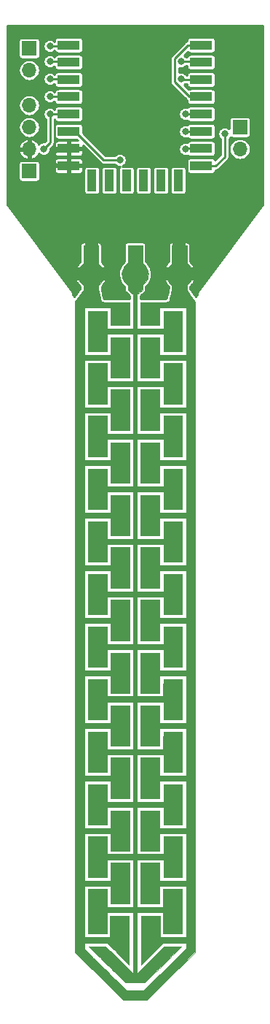
<source format=gbr>
G04 #@! TF.GenerationSoftware,KiCad,Pcbnew,(5.1.2)-2*
G04 #@! TF.CreationDate,2019-09-14T22:41:29+02:00*
G04 #@! TF.ProjectId,PlantWatering,506c616e-7457-4617-9465-72696e672e6b,rev?*
G04 #@! TF.SameCoordinates,Original*
G04 #@! TF.FileFunction,Copper,L2,Bot*
G04 #@! TF.FilePolarity,Positive*
%FSLAX46Y46*%
G04 Gerber Fmt 4.6, Leading zero omitted, Abs format (unit mm)*
G04 Created by KiCad (PCBNEW (5.1.2)-2) date 2019-09-14 22:41:29*
%MOMM*%
%LPD*%
G04 APERTURE LIST*
%ADD10C,0.002540*%
%ADD11R,1.100000X2.500000*%
%ADD12R,2.500000X1.100000*%
%ADD13R,1.700000X1.700000*%
%ADD14O,1.700000X1.700000*%
%ADD15C,0.800000*%
%ADD16C,0.250000*%
%ADD17C,1.500000*%
%ADD18C,0.254000*%
G04 APERTURE END LIST*
D10*
G36*
X110065820Y-78188820D02*
G01*
X110065820Y-79232760D01*
X110065820Y-80276700D01*
X110175040Y-80360520D01*
X110319820Y-80490060D01*
X110451900Y-80650080D01*
X110566200Y-80830420D01*
X110655100Y-81020920D01*
X110677960Y-81079340D01*
X110703360Y-81188560D01*
X109189520Y-81188560D01*
X109090460Y-81208880D01*
X109001560Y-81257140D01*
X108927900Y-81328260D01*
X108879640Y-81422240D01*
X108859320Y-81539080D01*
X108859320Y-81544160D01*
X108879640Y-81663540D01*
X108935520Y-81765140D01*
X109021880Y-81843880D01*
X109128560Y-81892140D01*
X109247940Y-81904840D01*
X109357160Y-81879440D01*
X109451140Y-81821020D01*
X109524800Y-81737200D01*
X109570520Y-81633060D01*
X109580680Y-81549240D01*
X109573060Y-81473040D01*
X109557820Y-81407000D01*
X109550200Y-81389220D01*
X109479080Y-81292700D01*
X109392720Y-81229200D01*
X109293660Y-81193640D01*
X109189520Y-81188560D01*
X110703360Y-81188560D01*
X110733840Y-81313020D01*
X110751620Y-81551780D01*
X110731300Y-81790540D01*
X110675420Y-82024220D01*
X110583980Y-82245200D01*
X110459520Y-82448400D01*
X110304580Y-82631280D01*
X110195360Y-82727800D01*
X110065820Y-82831940D01*
X110065820Y-83088480D01*
X110065820Y-83347560D01*
X109761020Y-83614260D01*
X109453680Y-83883500D01*
X109453680Y-85862160D01*
X109453680Y-87840820D01*
X110987840Y-87840820D01*
X112522000Y-87840820D01*
X112522000Y-86824820D01*
X112522000Y-85808820D01*
X113611660Y-85808820D01*
X114701320Y-85808820D01*
X114701320Y-88148160D01*
X114701320Y-90487500D01*
X113611660Y-90487500D01*
X112522000Y-90487500D01*
X112522000Y-89471500D01*
X112522000Y-88455500D01*
X110987840Y-88455500D01*
X109453680Y-88455500D01*
X109453680Y-91196160D01*
X109453680Y-93936820D01*
X110987840Y-93936820D01*
X112522000Y-93936820D01*
X112522000Y-92910660D01*
X112522000Y-91884500D01*
X113611660Y-91884500D01*
X114701320Y-91884500D01*
X114701320Y-94234000D01*
X114701320Y-96583500D01*
X113611660Y-96583500D01*
X112522000Y-96583500D01*
X112522000Y-95567500D01*
X112522000Y-94551500D01*
X110987840Y-94551500D01*
X109453680Y-94551500D01*
X109453680Y-97292160D01*
X109453680Y-100032820D01*
X110987840Y-100032820D01*
X112522000Y-100032820D01*
X112522000Y-99006660D01*
X112522000Y-97980500D01*
X113611660Y-97980500D01*
X114701320Y-97980500D01*
X114701320Y-100330000D01*
X114701320Y-102679500D01*
X113611660Y-102679500D01*
X112522000Y-102679500D01*
X112522000Y-101663500D01*
X112522000Y-100647500D01*
X110987840Y-100647500D01*
X109453680Y-100647500D01*
X109453680Y-103388160D01*
X109453680Y-106128820D01*
X110987840Y-106128820D01*
X112522000Y-106128820D01*
X112522000Y-105112820D01*
X112522000Y-104096820D01*
X113611660Y-104096820D01*
X114701320Y-104096820D01*
X114701320Y-106436160D01*
X114701320Y-108775500D01*
X113611660Y-108775500D01*
X112522000Y-108775500D01*
X112522000Y-107759500D01*
X112522000Y-106743500D01*
X110987840Y-106743500D01*
X109453680Y-106743500D01*
X109453680Y-109484160D01*
X109453680Y-112224820D01*
X110987840Y-112224820D01*
X112522000Y-112224820D01*
X112522000Y-111208820D01*
X112522000Y-110192820D01*
X113611660Y-110192820D01*
X114701320Y-110192820D01*
X114701320Y-112532160D01*
X114701320Y-114871500D01*
X113611660Y-114871500D01*
X112522000Y-114871500D01*
X112522000Y-113855500D01*
X112522000Y-112839500D01*
X110987840Y-112839500D01*
X109453680Y-112839500D01*
X109453680Y-115590320D01*
X109453680Y-118343680D01*
X110987840Y-118343680D01*
X112522000Y-118343680D01*
X112522000Y-117314980D01*
X112522000Y-116288820D01*
X113611660Y-116288820D01*
X114701320Y-116288820D01*
X114701320Y-118638320D01*
X114701320Y-120987820D01*
X113611660Y-120987820D01*
X112522000Y-120987820D01*
X112522000Y-119961660D01*
X112522000Y-118935500D01*
X110987840Y-118935500D01*
X109453680Y-118935500D01*
X109453680Y-121676160D01*
X109453680Y-124416820D01*
X110987840Y-124416820D01*
X112522000Y-124416820D01*
X112522000Y-123400820D01*
X112522000Y-122384820D01*
X113611660Y-122384820D01*
X114701320Y-122384820D01*
X114701320Y-124724160D01*
X114701320Y-127063500D01*
X113611660Y-127063500D01*
X112522000Y-127063500D01*
X112522000Y-126047500D01*
X112522000Y-125031500D01*
X110987840Y-125031500D01*
X109453680Y-125031500D01*
X109458760Y-127767080D01*
X109463840Y-130502660D01*
X110987840Y-130502660D01*
X112511840Y-130502660D01*
X112516920Y-129504440D01*
X112522000Y-128503680D01*
X113611660Y-128503680D01*
X114701320Y-128503680D01*
X114701320Y-130820160D01*
X114701320Y-133139180D01*
X113611660Y-133139180D01*
X112522000Y-133139180D01*
X112522000Y-132123180D01*
X112522000Y-131107180D01*
X110987840Y-131107180D01*
X109453680Y-131107180D01*
X109453680Y-133868160D01*
X109453680Y-136631680D01*
X110982760Y-136626600D01*
X112511840Y-136621520D01*
X112516920Y-135600440D01*
X112522000Y-134576820D01*
X113611660Y-134576820D01*
X114701320Y-134576820D01*
X114701320Y-136916160D01*
X114701320Y-139255500D01*
X113611660Y-139255500D01*
X112522000Y-139255500D01*
X112522000Y-138239500D01*
X112522000Y-137223500D01*
X110987840Y-137223500D01*
X109453680Y-137223500D01*
X109453680Y-139964160D01*
X109453680Y-142704820D01*
X110987840Y-142704820D01*
X112522000Y-142704820D01*
X112522000Y-141688820D01*
X112522000Y-140672820D01*
X113611660Y-140672820D01*
X114701320Y-140672820D01*
X114701320Y-143012160D01*
X114701320Y-145351500D01*
X113611660Y-145351500D01*
X112522000Y-145351500D01*
X112522000Y-144335500D01*
X112522000Y-143319500D01*
X110987840Y-143319500D01*
X109453680Y-143319500D01*
X109453680Y-146050000D01*
X109453680Y-148780500D01*
X110987840Y-148780500D01*
X112522000Y-148780500D01*
X112522000Y-147764500D01*
X112522000Y-146748500D01*
X113611660Y-146748500D01*
X114701320Y-146748500D01*
X114701320Y-149087840D01*
X114701320Y-151427180D01*
X113611660Y-151427180D01*
X112522000Y-151427180D01*
X112522000Y-150411180D01*
X112522000Y-149395180D01*
X110987840Y-149395180D01*
X109453680Y-149395180D01*
X109453680Y-152146000D01*
X109453680Y-154896820D01*
X110977680Y-154896820D01*
X112501680Y-154896820D01*
X112501680Y-153870660D01*
X112501680Y-152844500D01*
X113601500Y-152844500D01*
X114701320Y-152844500D01*
X114701320Y-155417520D01*
X114701320Y-157988000D01*
X113601500Y-157988000D01*
X112501680Y-157988000D01*
X112501680Y-156751020D01*
X112501680Y-155511500D01*
X110977680Y-155511500D01*
X109453680Y-155511500D01*
X109453680Y-159082740D01*
X109453680Y-162656520D01*
X111038640Y-161069020D01*
X112626140Y-159484060D01*
X113593880Y-159473900D01*
X113794540Y-159471360D01*
X113982500Y-159471360D01*
X114152680Y-159471360D01*
X114305080Y-159468820D01*
X114429540Y-159468820D01*
X114523520Y-159471360D01*
X114584480Y-159471360D01*
X114604800Y-159473900D01*
X114604800Y-159481520D01*
X114587020Y-159504380D01*
X114554000Y-159542480D01*
X114500660Y-159598360D01*
X114429540Y-159672020D01*
X114338100Y-159766000D01*
X114226340Y-159877760D01*
X114089180Y-160012380D01*
X113929160Y-160169860D01*
X113743740Y-160350200D01*
X113532920Y-160555940D01*
X113296700Y-160787080D01*
X113030000Y-161046160D01*
X112732820Y-161333180D01*
X112699800Y-161363660D01*
X112455960Y-161602420D01*
X112217200Y-161833560D01*
X111983520Y-162057080D01*
X111762540Y-162272980D01*
X111551720Y-162476180D01*
X111353600Y-162666680D01*
X111173260Y-162841940D01*
X111010700Y-162999420D01*
X110868460Y-163136580D01*
X110749080Y-163253420D01*
X110652560Y-163347400D01*
X110581440Y-163413440D01*
X110540800Y-163454080D01*
X110327440Y-163659820D01*
X109220000Y-163659820D01*
X108112560Y-163659820D01*
X107899200Y-163454080D01*
X107856020Y-163413440D01*
X107787440Y-163344860D01*
X107688380Y-163250880D01*
X107569000Y-163134040D01*
X107426760Y-162996880D01*
X107261660Y-162839400D01*
X107081320Y-162664140D01*
X106885740Y-162473640D01*
X106674920Y-162270440D01*
X106451400Y-162054540D01*
X106220260Y-161828480D01*
X105978960Y-161597340D01*
X105737660Y-161363660D01*
X105440480Y-161074100D01*
X105171240Y-160815020D01*
X104929940Y-160578800D01*
X104716580Y-160370520D01*
X104528620Y-160187640D01*
X104366060Y-160030160D01*
X104228900Y-159893000D01*
X104112060Y-159776160D01*
X104018080Y-159682180D01*
X103944420Y-159605980D01*
X103891080Y-159547560D01*
X103855520Y-159506920D01*
X103835200Y-159481520D01*
X103832660Y-159473900D01*
X103863140Y-159471360D01*
X103929180Y-159471360D01*
X104030780Y-159468820D01*
X104160320Y-159468820D01*
X104315260Y-159471360D01*
X104487980Y-159471360D01*
X104678480Y-159473900D01*
X104843580Y-159473900D01*
X105813860Y-159484060D01*
X107401360Y-161069020D01*
X108986320Y-162656520D01*
X108986320Y-159082740D01*
X108986320Y-155511500D01*
X107462320Y-155511500D01*
X105938320Y-155511500D01*
X105938320Y-156751020D01*
X105938320Y-157988000D01*
X104838500Y-157988000D01*
X103738680Y-157988000D01*
X103738680Y-155417520D01*
X103738680Y-152844500D01*
X104838500Y-152844500D01*
X105938320Y-152844500D01*
X105938320Y-153870660D01*
X105938320Y-154896820D01*
X107462320Y-154896820D01*
X108986320Y-154896820D01*
X108986320Y-152146000D01*
X108986320Y-149395180D01*
X107452160Y-149395180D01*
X105918000Y-149395180D01*
X105918000Y-150411180D01*
X105918000Y-151427180D01*
X104828340Y-151427180D01*
X103738680Y-151427180D01*
X103738680Y-149087840D01*
X103738680Y-146748500D01*
X104828340Y-146748500D01*
X105918000Y-146748500D01*
X105918000Y-147764500D01*
X105918000Y-148780500D01*
X107452160Y-148780500D01*
X108986320Y-148780500D01*
X108986320Y-146050000D01*
X108986320Y-143319500D01*
X107452160Y-143319500D01*
X105918000Y-143319500D01*
X105918000Y-144335500D01*
X105918000Y-145351500D01*
X104828340Y-145351500D01*
X103738680Y-145351500D01*
X103738680Y-143012160D01*
X103738680Y-140672820D01*
X104828340Y-140672820D01*
X105918000Y-140672820D01*
X105918000Y-141688820D01*
X105918000Y-142704820D01*
X107452160Y-142704820D01*
X108986320Y-142704820D01*
X108986320Y-139964160D01*
X108986320Y-137223500D01*
X107452160Y-137223500D01*
X105918000Y-137223500D01*
X105918000Y-138239500D01*
X105918000Y-139255500D01*
X104828340Y-139255500D01*
X103738680Y-139255500D01*
X103738680Y-136916160D01*
X103738680Y-134576820D01*
X104828340Y-134576820D01*
X105918000Y-134576820D01*
X105923080Y-135600440D01*
X105928160Y-136621520D01*
X107457240Y-136626600D01*
X108986320Y-136631680D01*
X108986320Y-133868160D01*
X108986320Y-131107180D01*
X107452160Y-131107180D01*
X105918000Y-131107180D01*
X105918000Y-132123180D01*
X105918000Y-133139180D01*
X104828340Y-133139180D01*
X103738680Y-133139180D01*
X103738680Y-130820160D01*
X103738680Y-128503680D01*
X104828340Y-128503680D01*
X105918000Y-128503680D01*
X105923080Y-129504440D01*
X105928160Y-130502660D01*
X107452160Y-130502660D01*
X108976160Y-130502660D01*
X108981240Y-127767080D01*
X108986320Y-125031500D01*
X107452160Y-125031500D01*
X105918000Y-125031500D01*
X105918000Y-126047500D01*
X105918000Y-127063500D01*
X104828340Y-127063500D01*
X103738680Y-127063500D01*
X103738680Y-124724160D01*
X103738680Y-122384820D01*
X104828340Y-122384820D01*
X105918000Y-122384820D01*
X105918000Y-123400820D01*
X105918000Y-124416820D01*
X107452160Y-124416820D01*
X108986320Y-124416820D01*
X108986320Y-121676160D01*
X108986320Y-118935500D01*
X107452160Y-118935500D01*
X105918000Y-118935500D01*
X105918000Y-119961660D01*
X105918000Y-120987820D01*
X104828340Y-120987820D01*
X103738680Y-120987820D01*
X103738680Y-118638320D01*
X103738680Y-116288820D01*
X104828340Y-116288820D01*
X105918000Y-116288820D01*
X105918000Y-117314980D01*
X105918000Y-118343680D01*
X107452160Y-118343680D01*
X108986320Y-118343680D01*
X108986320Y-115590320D01*
X108986320Y-112839500D01*
X107452160Y-112839500D01*
X105918000Y-112839500D01*
X105918000Y-113855500D01*
X105918000Y-114871500D01*
X104828340Y-114871500D01*
X103738680Y-114871500D01*
X103738680Y-112532160D01*
X103738680Y-110192820D01*
X104828340Y-110192820D01*
X105918000Y-110192820D01*
X105918000Y-111208820D01*
X105918000Y-112224820D01*
X107452160Y-112224820D01*
X108986320Y-112224820D01*
X108986320Y-109484160D01*
X108986320Y-106743500D01*
X107452160Y-106743500D01*
X105918000Y-106743500D01*
X105918000Y-107759500D01*
X105918000Y-108775500D01*
X104828340Y-108775500D01*
X103738680Y-108775500D01*
X103738680Y-106436160D01*
X103738680Y-104096820D01*
X104828340Y-104096820D01*
X105918000Y-104096820D01*
X105918000Y-105112820D01*
X105918000Y-106128820D01*
X107452160Y-106128820D01*
X108986320Y-106128820D01*
X108986320Y-103388160D01*
X108986320Y-100647500D01*
X107452160Y-100647500D01*
X105918000Y-100647500D01*
X105918000Y-101663500D01*
X105918000Y-102679500D01*
X104828340Y-102679500D01*
X103738680Y-102679500D01*
X103738680Y-100330000D01*
X103738680Y-97980500D01*
X104828340Y-97980500D01*
X105918000Y-97980500D01*
X105918000Y-99006660D01*
X105918000Y-100032820D01*
X107452160Y-100032820D01*
X108986320Y-100032820D01*
X108986320Y-97292160D01*
X108986320Y-94551500D01*
X107452160Y-94551500D01*
X105918000Y-94551500D01*
X105918000Y-95567500D01*
X105918000Y-96583500D01*
X104828340Y-96583500D01*
X103738680Y-96583500D01*
X103738680Y-94234000D01*
X103738680Y-91884500D01*
X104828340Y-91884500D01*
X105918000Y-91884500D01*
X105918000Y-92910660D01*
X105918000Y-93936820D01*
X107452160Y-93936820D01*
X108986320Y-93936820D01*
X108986320Y-91196160D01*
X108986320Y-88455500D01*
X107452160Y-88455500D01*
X105918000Y-88455500D01*
X105918000Y-89471500D01*
X105918000Y-90487500D01*
X104828340Y-90487500D01*
X103738680Y-90487500D01*
X103738680Y-88148160D01*
X103738680Y-85808820D01*
X104828340Y-85808820D01*
X105918000Y-85808820D01*
X105918000Y-86824820D01*
X105918000Y-87840820D01*
X107452160Y-87840820D01*
X108986320Y-87840820D01*
X108986320Y-85862160D01*
X108986320Y-83883500D01*
X108678980Y-83614260D01*
X108374180Y-83347560D01*
X108374180Y-83088480D01*
X108374180Y-82831940D01*
X108244640Y-82727800D01*
X108071920Y-82565240D01*
X107927140Y-82372200D01*
X107815380Y-82156300D01*
X107734100Y-81922620D01*
X107698540Y-81727040D01*
X107688380Y-81495900D01*
X107718860Y-81262220D01*
X107782360Y-81033620D01*
X107878880Y-80817720D01*
X108008420Y-80619600D01*
X108160820Y-80446880D01*
X108264960Y-80360520D01*
X108371640Y-80276700D01*
X108371640Y-79232760D01*
X108374180Y-78188820D01*
X109220000Y-78188820D01*
X110065820Y-78188820D01*
X110065820Y-78188820D01*
G37*
X110065820Y-78188820D02*
X110065820Y-79232760D01*
X110065820Y-80276700D01*
X110175040Y-80360520D01*
X110319820Y-80490060D01*
X110451900Y-80650080D01*
X110566200Y-80830420D01*
X110655100Y-81020920D01*
X110677960Y-81079340D01*
X110703360Y-81188560D01*
X109189520Y-81188560D01*
X109090460Y-81208880D01*
X109001560Y-81257140D01*
X108927900Y-81328260D01*
X108879640Y-81422240D01*
X108859320Y-81539080D01*
X108859320Y-81544160D01*
X108879640Y-81663540D01*
X108935520Y-81765140D01*
X109021880Y-81843880D01*
X109128560Y-81892140D01*
X109247940Y-81904840D01*
X109357160Y-81879440D01*
X109451140Y-81821020D01*
X109524800Y-81737200D01*
X109570520Y-81633060D01*
X109580680Y-81549240D01*
X109573060Y-81473040D01*
X109557820Y-81407000D01*
X109550200Y-81389220D01*
X109479080Y-81292700D01*
X109392720Y-81229200D01*
X109293660Y-81193640D01*
X109189520Y-81188560D01*
X110703360Y-81188560D01*
X110733840Y-81313020D01*
X110751620Y-81551780D01*
X110731300Y-81790540D01*
X110675420Y-82024220D01*
X110583980Y-82245200D01*
X110459520Y-82448400D01*
X110304580Y-82631280D01*
X110195360Y-82727800D01*
X110065820Y-82831940D01*
X110065820Y-83088480D01*
X110065820Y-83347560D01*
X109761020Y-83614260D01*
X109453680Y-83883500D01*
X109453680Y-85862160D01*
X109453680Y-87840820D01*
X110987840Y-87840820D01*
X112522000Y-87840820D01*
X112522000Y-86824820D01*
X112522000Y-85808820D01*
X113611660Y-85808820D01*
X114701320Y-85808820D01*
X114701320Y-88148160D01*
X114701320Y-90487500D01*
X113611660Y-90487500D01*
X112522000Y-90487500D01*
X112522000Y-89471500D01*
X112522000Y-88455500D01*
X110987840Y-88455500D01*
X109453680Y-88455500D01*
X109453680Y-91196160D01*
X109453680Y-93936820D01*
X110987840Y-93936820D01*
X112522000Y-93936820D01*
X112522000Y-92910660D01*
X112522000Y-91884500D01*
X113611660Y-91884500D01*
X114701320Y-91884500D01*
X114701320Y-94234000D01*
X114701320Y-96583500D01*
X113611660Y-96583500D01*
X112522000Y-96583500D01*
X112522000Y-95567500D01*
X112522000Y-94551500D01*
X110987840Y-94551500D01*
X109453680Y-94551500D01*
X109453680Y-97292160D01*
X109453680Y-100032820D01*
X110987840Y-100032820D01*
X112522000Y-100032820D01*
X112522000Y-99006660D01*
X112522000Y-97980500D01*
X113611660Y-97980500D01*
X114701320Y-97980500D01*
X114701320Y-100330000D01*
X114701320Y-102679500D01*
X113611660Y-102679500D01*
X112522000Y-102679500D01*
X112522000Y-101663500D01*
X112522000Y-100647500D01*
X110987840Y-100647500D01*
X109453680Y-100647500D01*
X109453680Y-103388160D01*
X109453680Y-106128820D01*
X110987840Y-106128820D01*
X112522000Y-106128820D01*
X112522000Y-105112820D01*
X112522000Y-104096820D01*
X113611660Y-104096820D01*
X114701320Y-104096820D01*
X114701320Y-106436160D01*
X114701320Y-108775500D01*
X113611660Y-108775500D01*
X112522000Y-108775500D01*
X112522000Y-107759500D01*
X112522000Y-106743500D01*
X110987840Y-106743500D01*
X109453680Y-106743500D01*
X109453680Y-109484160D01*
X109453680Y-112224820D01*
X110987840Y-112224820D01*
X112522000Y-112224820D01*
X112522000Y-111208820D01*
X112522000Y-110192820D01*
X113611660Y-110192820D01*
X114701320Y-110192820D01*
X114701320Y-112532160D01*
X114701320Y-114871500D01*
X113611660Y-114871500D01*
X112522000Y-114871500D01*
X112522000Y-113855500D01*
X112522000Y-112839500D01*
X110987840Y-112839500D01*
X109453680Y-112839500D01*
X109453680Y-115590320D01*
X109453680Y-118343680D01*
X110987840Y-118343680D01*
X112522000Y-118343680D01*
X112522000Y-117314980D01*
X112522000Y-116288820D01*
X113611660Y-116288820D01*
X114701320Y-116288820D01*
X114701320Y-118638320D01*
X114701320Y-120987820D01*
X113611660Y-120987820D01*
X112522000Y-120987820D01*
X112522000Y-119961660D01*
X112522000Y-118935500D01*
X110987840Y-118935500D01*
X109453680Y-118935500D01*
X109453680Y-121676160D01*
X109453680Y-124416820D01*
X110987840Y-124416820D01*
X112522000Y-124416820D01*
X112522000Y-123400820D01*
X112522000Y-122384820D01*
X113611660Y-122384820D01*
X114701320Y-122384820D01*
X114701320Y-124724160D01*
X114701320Y-127063500D01*
X113611660Y-127063500D01*
X112522000Y-127063500D01*
X112522000Y-126047500D01*
X112522000Y-125031500D01*
X110987840Y-125031500D01*
X109453680Y-125031500D01*
X109458760Y-127767080D01*
X109463840Y-130502660D01*
X110987840Y-130502660D01*
X112511840Y-130502660D01*
X112516920Y-129504440D01*
X112522000Y-128503680D01*
X113611660Y-128503680D01*
X114701320Y-128503680D01*
X114701320Y-130820160D01*
X114701320Y-133139180D01*
X113611660Y-133139180D01*
X112522000Y-133139180D01*
X112522000Y-132123180D01*
X112522000Y-131107180D01*
X110987840Y-131107180D01*
X109453680Y-131107180D01*
X109453680Y-133868160D01*
X109453680Y-136631680D01*
X110982760Y-136626600D01*
X112511840Y-136621520D01*
X112516920Y-135600440D01*
X112522000Y-134576820D01*
X113611660Y-134576820D01*
X114701320Y-134576820D01*
X114701320Y-136916160D01*
X114701320Y-139255500D01*
X113611660Y-139255500D01*
X112522000Y-139255500D01*
X112522000Y-138239500D01*
X112522000Y-137223500D01*
X110987840Y-137223500D01*
X109453680Y-137223500D01*
X109453680Y-139964160D01*
X109453680Y-142704820D01*
X110987840Y-142704820D01*
X112522000Y-142704820D01*
X112522000Y-141688820D01*
X112522000Y-140672820D01*
X113611660Y-140672820D01*
X114701320Y-140672820D01*
X114701320Y-143012160D01*
X114701320Y-145351500D01*
X113611660Y-145351500D01*
X112522000Y-145351500D01*
X112522000Y-144335500D01*
X112522000Y-143319500D01*
X110987840Y-143319500D01*
X109453680Y-143319500D01*
X109453680Y-146050000D01*
X109453680Y-148780500D01*
X110987840Y-148780500D01*
X112522000Y-148780500D01*
X112522000Y-147764500D01*
X112522000Y-146748500D01*
X113611660Y-146748500D01*
X114701320Y-146748500D01*
X114701320Y-149087840D01*
X114701320Y-151427180D01*
X113611660Y-151427180D01*
X112522000Y-151427180D01*
X112522000Y-150411180D01*
X112522000Y-149395180D01*
X110987840Y-149395180D01*
X109453680Y-149395180D01*
X109453680Y-152146000D01*
X109453680Y-154896820D01*
X110977680Y-154896820D01*
X112501680Y-154896820D01*
X112501680Y-153870660D01*
X112501680Y-152844500D01*
X113601500Y-152844500D01*
X114701320Y-152844500D01*
X114701320Y-155417520D01*
X114701320Y-157988000D01*
X113601500Y-157988000D01*
X112501680Y-157988000D01*
X112501680Y-156751020D01*
X112501680Y-155511500D01*
X110977680Y-155511500D01*
X109453680Y-155511500D01*
X109453680Y-159082740D01*
X109453680Y-162656520D01*
X111038640Y-161069020D01*
X112626140Y-159484060D01*
X113593880Y-159473900D01*
X113794540Y-159471360D01*
X113982500Y-159471360D01*
X114152680Y-159471360D01*
X114305080Y-159468820D01*
X114429540Y-159468820D01*
X114523520Y-159471360D01*
X114584480Y-159471360D01*
X114604800Y-159473900D01*
X114604800Y-159481520D01*
X114587020Y-159504380D01*
X114554000Y-159542480D01*
X114500660Y-159598360D01*
X114429540Y-159672020D01*
X114338100Y-159766000D01*
X114226340Y-159877760D01*
X114089180Y-160012380D01*
X113929160Y-160169860D01*
X113743740Y-160350200D01*
X113532920Y-160555940D01*
X113296700Y-160787080D01*
X113030000Y-161046160D01*
X112732820Y-161333180D01*
X112699800Y-161363660D01*
X112455960Y-161602420D01*
X112217200Y-161833560D01*
X111983520Y-162057080D01*
X111762540Y-162272980D01*
X111551720Y-162476180D01*
X111353600Y-162666680D01*
X111173260Y-162841940D01*
X111010700Y-162999420D01*
X110868460Y-163136580D01*
X110749080Y-163253420D01*
X110652560Y-163347400D01*
X110581440Y-163413440D01*
X110540800Y-163454080D01*
X110327440Y-163659820D01*
X109220000Y-163659820D01*
X108112560Y-163659820D01*
X107899200Y-163454080D01*
X107856020Y-163413440D01*
X107787440Y-163344860D01*
X107688380Y-163250880D01*
X107569000Y-163134040D01*
X107426760Y-162996880D01*
X107261660Y-162839400D01*
X107081320Y-162664140D01*
X106885740Y-162473640D01*
X106674920Y-162270440D01*
X106451400Y-162054540D01*
X106220260Y-161828480D01*
X105978960Y-161597340D01*
X105737660Y-161363660D01*
X105440480Y-161074100D01*
X105171240Y-160815020D01*
X104929940Y-160578800D01*
X104716580Y-160370520D01*
X104528620Y-160187640D01*
X104366060Y-160030160D01*
X104228900Y-159893000D01*
X104112060Y-159776160D01*
X104018080Y-159682180D01*
X103944420Y-159605980D01*
X103891080Y-159547560D01*
X103855520Y-159506920D01*
X103835200Y-159481520D01*
X103832660Y-159473900D01*
X103863140Y-159471360D01*
X103929180Y-159471360D01*
X104030780Y-159468820D01*
X104160320Y-159468820D01*
X104315260Y-159471360D01*
X104487980Y-159471360D01*
X104678480Y-159473900D01*
X104843580Y-159473900D01*
X105813860Y-159484060D01*
X107401360Y-161069020D01*
X108986320Y-162656520D01*
X108986320Y-159082740D01*
X108986320Y-155511500D01*
X107462320Y-155511500D01*
X105938320Y-155511500D01*
X105938320Y-156751020D01*
X105938320Y-157988000D01*
X104838500Y-157988000D01*
X103738680Y-157988000D01*
X103738680Y-155417520D01*
X103738680Y-152844500D01*
X104838500Y-152844500D01*
X105938320Y-152844500D01*
X105938320Y-153870660D01*
X105938320Y-154896820D01*
X107462320Y-154896820D01*
X108986320Y-154896820D01*
X108986320Y-152146000D01*
X108986320Y-149395180D01*
X107452160Y-149395180D01*
X105918000Y-149395180D01*
X105918000Y-150411180D01*
X105918000Y-151427180D01*
X104828340Y-151427180D01*
X103738680Y-151427180D01*
X103738680Y-149087840D01*
X103738680Y-146748500D01*
X104828340Y-146748500D01*
X105918000Y-146748500D01*
X105918000Y-147764500D01*
X105918000Y-148780500D01*
X107452160Y-148780500D01*
X108986320Y-148780500D01*
X108986320Y-146050000D01*
X108986320Y-143319500D01*
X107452160Y-143319500D01*
X105918000Y-143319500D01*
X105918000Y-144335500D01*
X105918000Y-145351500D01*
X104828340Y-145351500D01*
X103738680Y-145351500D01*
X103738680Y-143012160D01*
X103738680Y-140672820D01*
X104828340Y-140672820D01*
X105918000Y-140672820D01*
X105918000Y-141688820D01*
X105918000Y-142704820D01*
X107452160Y-142704820D01*
X108986320Y-142704820D01*
X108986320Y-139964160D01*
X108986320Y-137223500D01*
X107452160Y-137223500D01*
X105918000Y-137223500D01*
X105918000Y-138239500D01*
X105918000Y-139255500D01*
X104828340Y-139255500D01*
X103738680Y-139255500D01*
X103738680Y-136916160D01*
X103738680Y-134576820D01*
X104828340Y-134576820D01*
X105918000Y-134576820D01*
X105923080Y-135600440D01*
X105928160Y-136621520D01*
X107457240Y-136626600D01*
X108986320Y-136631680D01*
X108986320Y-133868160D01*
X108986320Y-131107180D01*
X107452160Y-131107180D01*
X105918000Y-131107180D01*
X105918000Y-132123180D01*
X105918000Y-133139180D01*
X104828340Y-133139180D01*
X103738680Y-133139180D01*
X103738680Y-130820160D01*
X103738680Y-128503680D01*
X104828340Y-128503680D01*
X105918000Y-128503680D01*
X105923080Y-129504440D01*
X105928160Y-130502660D01*
X107452160Y-130502660D01*
X108976160Y-130502660D01*
X108981240Y-127767080D01*
X108986320Y-125031500D01*
X107452160Y-125031500D01*
X105918000Y-125031500D01*
X105918000Y-126047500D01*
X105918000Y-127063500D01*
X104828340Y-127063500D01*
X103738680Y-127063500D01*
X103738680Y-124724160D01*
X103738680Y-122384820D01*
X104828340Y-122384820D01*
X105918000Y-122384820D01*
X105918000Y-123400820D01*
X105918000Y-124416820D01*
X107452160Y-124416820D01*
X108986320Y-124416820D01*
X108986320Y-121676160D01*
X108986320Y-118935500D01*
X107452160Y-118935500D01*
X105918000Y-118935500D01*
X105918000Y-119961660D01*
X105918000Y-120987820D01*
X104828340Y-120987820D01*
X103738680Y-120987820D01*
X103738680Y-118638320D01*
X103738680Y-116288820D01*
X104828340Y-116288820D01*
X105918000Y-116288820D01*
X105918000Y-117314980D01*
X105918000Y-118343680D01*
X107452160Y-118343680D01*
X108986320Y-118343680D01*
X108986320Y-115590320D01*
X108986320Y-112839500D01*
X107452160Y-112839500D01*
X105918000Y-112839500D01*
X105918000Y-113855500D01*
X105918000Y-114871500D01*
X104828340Y-114871500D01*
X103738680Y-114871500D01*
X103738680Y-112532160D01*
X103738680Y-110192820D01*
X104828340Y-110192820D01*
X105918000Y-110192820D01*
X105918000Y-111208820D01*
X105918000Y-112224820D01*
X107452160Y-112224820D01*
X108986320Y-112224820D01*
X108986320Y-109484160D01*
X108986320Y-106743500D01*
X107452160Y-106743500D01*
X105918000Y-106743500D01*
X105918000Y-107759500D01*
X105918000Y-108775500D01*
X104828340Y-108775500D01*
X103738680Y-108775500D01*
X103738680Y-106436160D01*
X103738680Y-104096820D01*
X104828340Y-104096820D01*
X105918000Y-104096820D01*
X105918000Y-105112820D01*
X105918000Y-106128820D01*
X107452160Y-106128820D01*
X108986320Y-106128820D01*
X108986320Y-103388160D01*
X108986320Y-100647500D01*
X107452160Y-100647500D01*
X105918000Y-100647500D01*
X105918000Y-101663500D01*
X105918000Y-102679500D01*
X104828340Y-102679500D01*
X103738680Y-102679500D01*
X103738680Y-100330000D01*
X103738680Y-97980500D01*
X104828340Y-97980500D01*
X105918000Y-97980500D01*
X105918000Y-99006660D01*
X105918000Y-100032820D01*
X107452160Y-100032820D01*
X108986320Y-100032820D01*
X108986320Y-97292160D01*
X108986320Y-94551500D01*
X107452160Y-94551500D01*
X105918000Y-94551500D01*
X105918000Y-95567500D01*
X105918000Y-96583500D01*
X104828340Y-96583500D01*
X103738680Y-96583500D01*
X103738680Y-94234000D01*
X103738680Y-91884500D01*
X104828340Y-91884500D01*
X105918000Y-91884500D01*
X105918000Y-92910660D01*
X105918000Y-93936820D01*
X107452160Y-93936820D01*
X108986320Y-93936820D01*
X108986320Y-91196160D01*
X108986320Y-88455500D01*
X107452160Y-88455500D01*
X105918000Y-88455500D01*
X105918000Y-89471500D01*
X105918000Y-90487500D01*
X104828340Y-90487500D01*
X103738680Y-90487500D01*
X103738680Y-88148160D01*
X103738680Y-85808820D01*
X104828340Y-85808820D01*
X105918000Y-85808820D01*
X105918000Y-86824820D01*
X105918000Y-87840820D01*
X107452160Y-87840820D01*
X108986320Y-87840820D01*
X108986320Y-85862160D01*
X108986320Y-83883500D01*
X108678980Y-83614260D01*
X108374180Y-83347560D01*
X108374180Y-83088480D01*
X108374180Y-82831940D01*
X108244640Y-82727800D01*
X108071920Y-82565240D01*
X107927140Y-82372200D01*
X107815380Y-82156300D01*
X107734100Y-81922620D01*
X107698540Y-81727040D01*
X107688380Y-81495900D01*
X107718860Y-81262220D01*
X107782360Y-81033620D01*
X107878880Y-80817720D01*
X108008420Y-80619600D01*
X108160820Y-80446880D01*
X108264960Y-80360520D01*
X108371640Y-80276700D01*
X108371640Y-79232760D01*
X108374180Y-78188820D01*
X109220000Y-78188820D01*
X110065820Y-78188820D01*
G36*
X115232180Y-78211680D02*
G01*
X115232180Y-79253080D01*
X115232180Y-80297020D01*
X115346480Y-80385920D01*
X115483640Y-80512920D01*
X115608100Y-80670400D01*
X115719860Y-80848200D01*
X115803680Y-81033620D01*
X115824000Y-81084420D01*
X115849400Y-81188560D01*
X114310160Y-81188560D01*
X114282220Y-81193640D01*
X114167920Y-81244440D01*
X114086640Y-81320640D01*
X114038380Y-81422240D01*
X114023140Y-81544160D01*
X114038380Y-81671160D01*
X114086640Y-81770220D01*
X114145060Y-81828640D01*
X114246660Y-81884520D01*
X114353340Y-81904840D01*
X114460020Y-81892140D01*
X114556540Y-81848960D01*
X114637820Y-81777840D01*
X114696240Y-81686400D01*
X114721640Y-81577180D01*
X114724180Y-81549240D01*
X114716560Y-81473040D01*
X114701320Y-81407000D01*
X114693700Y-81389220D01*
X114622580Y-81295240D01*
X114528600Y-81226660D01*
X114421920Y-81188560D01*
X114310160Y-81188560D01*
X115849400Y-81188560D01*
X115882420Y-81323180D01*
X115897660Y-81564480D01*
X115877340Y-81803240D01*
X115816380Y-82036920D01*
X115719860Y-82257900D01*
X115587780Y-82463640D01*
X115420140Y-82651600D01*
X115336320Y-82725260D01*
X115232180Y-82814160D01*
X115232180Y-83080860D01*
X115232180Y-83347560D01*
X115707160Y-84028280D01*
X116184680Y-84706460D01*
X116184680Y-122443240D01*
X116184680Y-160180020D01*
X113395760Y-162915600D01*
X110606840Y-165651180D01*
X109220000Y-165651180D01*
X107833160Y-165651180D01*
X105044240Y-162915600D01*
X102255320Y-160180020D01*
X102255320Y-122443240D01*
X102255320Y-84706460D01*
X102732840Y-84028280D01*
X103207820Y-83347560D01*
X103207820Y-83080860D01*
X103207820Y-82814160D01*
X103101140Y-82725260D01*
X102920800Y-82550000D01*
X102773480Y-82349340D01*
X102661720Y-82135980D01*
X102585520Y-81907380D01*
X102544880Y-81671160D01*
X102544880Y-81429860D01*
X102585520Y-81188560D01*
X102616000Y-81084420D01*
X102694740Y-80899000D01*
X102798880Y-80718660D01*
X102920800Y-80553560D01*
X103055420Y-80418940D01*
X103093520Y-80385920D01*
X103207820Y-80297020D01*
X103207820Y-79253080D01*
X103207820Y-78211680D01*
X104076500Y-78211680D01*
X104945180Y-78211680D01*
X104942640Y-79255620D01*
X104942640Y-80302100D01*
X105059480Y-80401160D01*
X105234740Y-80576420D01*
X105376980Y-80782160D01*
X105491280Y-81015840D01*
X105539540Y-81153000D01*
X105547160Y-81188560D01*
X104114600Y-81188560D01*
X104005380Y-81191100D01*
X103985060Y-81196180D01*
X103873300Y-81246980D01*
X103789480Y-81325720D01*
X103733600Y-81427320D01*
X103715820Y-81544160D01*
X103733600Y-81661000D01*
X103784400Y-81757520D01*
X103860600Y-81833720D01*
X103954580Y-81881980D01*
X104058720Y-81904840D01*
X104167940Y-81892140D01*
X104272080Y-81846420D01*
X104294940Y-81828640D01*
X104343200Y-81782920D01*
X104376220Y-81739740D01*
X104409240Y-81638140D01*
X104419400Y-81523840D01*
X104401620Y-81412080D01*
X104376220Y-81351120D01*
X104312720Y-81272380D01*
X104221280Y-81216500D01*
X104114600Y-81188560D01*
X105547160Y-81188560D01*
X105570020Y-81287620D01*
X105585260Y-81450180D01*
X105590340Y-81617820D01*
X105577640Y-81780380D01*
X105554780Y-81920080D01*
X105552240Y-81927700D01*
X105463340Y-82171540D01*
X105343960Y-82389980D01*
X105183940Y-82590640D01*
X105082340Y-82692240D01*
X104945180Y-82819240D01*
X104945180Y-83088480D01*
X104945180Y-83162140D01*
X104945180Y-83225640D01*
X104950260Y-83286600D01*
X104955340Y-83350100D01*
X104968040Y-83418680D01*
X104983280Y-83502500D01*
X105006140Y-83606640D01*
X105034080Y-83733640D01*
X105072180Y-83891120D01*
X105112820Y-84061300D01*
X105153460Y-84226400D01*
X105189020Y-84378800D01*
X105222040Y-84515960D01*
X105247440Y-84627720D01*
X105267760Y-84711540D01*
X105280460Y-84764880D01*
X105283000Y-84777580D01*
X105303320Y-84780120D01*
X105361740Y-84782660D01*
X105458260Y-84785200D01*
X105587800Y-84787740D01*
X105745280Y-84787740D01*
X105928160Y-84790280D01*
X106136440Y-84792820D01*
X106362500Y-84792820D01*
X106606340Y-84792820D01*
X106865420Y-84792820D01*
X106934000Y-84792820D01*
X108585000Y-84792820D01*
X108585000Y-86131400D01*
X108585000Y-87469980D01*
X107764580Y-87467440D01*
X107569000Y-87464900D01*
X107373420Y-87462360D01*
X107185460Y-87459820D01*
X107015280Y-87457280D01*
X106865420Y-87454740D01*
X106746040Y-87452200D01*
X106664760Y-87447120D01*
X106382820Y-87434420D01*
X106382820Y-86420960D01*
X106382820Y-85407500D01*
X104838500Y-85407500D01*
X103294180Y-85407500D01*
X103294180Y-88148160D01*
X103294180Y-90888820D01*
X104828340Y-90888820D01*
X106362500Y-90888820D01*
X106362500Y-89872820D01*
X106362500Y-88856820D01*
X107472480Y-88856820D01*
X108585000Y-88856820D01*
X108585000Y-91206320D01*
X108585000Y-93555820D01*
X107472480Y-93555820D01*
X106362500Y-93555820D01*
X106362500Y-92529660D01*
X106362500Y-91503500D01*
X104828340Y-91503500D01*
X103294180Y-91503500D01*
X103294180Y-94244160D01*
X103294180Y-96984820D01*
X104828340Y-96984820D01*
X106362500Y-96984820D01*
X106362500Y-95958660D01*
X106362500Y-94932500D01*
X107472480Y-94932500D01*
X108585000Y-94932500D01*
X108585000Y-97282000D01*
X108585000Y-99631500D01*
X107472480Y-99631500D01*
X106362500Y-99631500D01*
X106362500Y-98615500D01*
X106362500Y-97599500D01*
X104828340Y-97599500D01*
X103294180Y-97599500D01*
X103294180Y-100350320D01*
X103294180Y-103103680D01*
X104828340Y-103103680D01*
X106362500Y-103103680D01*
X106362500Y-102074980D01*
X106362500Y-101048820D01*
X107472480Y-101048820D01*
X108585000Y-101048820D01*
X108585000Y-103398320D01*
X108585000Y-105747820D01*
X107472480Y-105747820D01*
X106362500Y-105747820D01*
X106362500Y-104731820D01*
X106362500Y-103715820D01*
X104828340Y-103715820D01*
X103294180Y-103715820D01*
X103294180Y-106446320D01*
X103294180Y-109176820D01*
X104828340Y-109176820D01*
X106362500Y-109176820D01*
X106362500Y-108160820D01*
X106362500Y-107144820D01*
X107472480Y-107144820D01*
X108585000Y-107144820D01*
X108585000Y-109494320D01*
X108585000Y-111843820D01*
X107472480Y-111843820D01*
X106362500Y-111843820D01*
X106362500Y-110817660D01*
X106362500Y-109791500D01*
X104828340Y-109791500D01*
X103294180Y-109791500D01*
X103294180Y-112532160D01*
X103294180Y-115272820D01*
X104828340Y-115272820D01*
X106362500Y-115272820D01*
X106362500Y-114246660D01*
X106362500Y-113220500D01*
X107472480Y-113220500D01*
X108585000Y-113220500D01*
X108585000Y-115570000D01*
X108585000Y-117919500D01*
X107472480Y-117919500D01*
X106362500Y-117919500D01*
X106362500Y-116903500D01*
X106362500Y-115887500D01*
X104828340Y-115887500D01*
X103294180Y-115887500D01*
X103294180Y-118628160D01*
X103294180Y-121368820D01*
X104828340Y-121368820D01*
X106362500Y-121368820D01*
X106362500Y-120342660D01*
X106362500Y-119316500D01*
X107472480Y-119316500D01*
X108585000Y-119316500D01*
X108585000Y-121666000D01*
X108585000Y-124015500D01*
X107472480Y-124015500D01*
X106362500Y-124015500D01*
X106362500Y-122999500D01*
X106362500Y-121983500D01*
X104828340Y-121983500D01*
X103294180Y-121983500D01*
X103294180Y-124724160D01*
X103294180Y-127464820D01*
X104828340Y-127464820D01*
X106362500Y-127464820D01*
X106362500Y-126448820D01*
X106362500Y-125432820D01*
X107472480Y-125432820D01*
X108585000Y-125432820D01*
X108585000Y-127782320D01*
X108585000Y-130131820D01*
X107472480Y-130131820D01*
X106362500Y-130131820D01*
X106362500Y-129105660D01*
X106362500Y-128079500D01*
X104828340Y-128079500D01*
X103294180Y-128079500D01*
X103294180Y-130830320D01*
X103294180Y-133583680D01*
X104828340Y-133583680D01*
X106362500Y-133583680D01*
X106362500Y-132557520D01*
X106362500Y-131528820D01*
X107472480Y-131528820D01*
X108585000Y-131528820D01*
X108585000Y-133878320D01*
X108585000Y-136227820D01*
X107472480Y-136227820D01*
X106362500Y-136227820D01*
X106362500Y-135201660D01*
X106362500Y-134175500D01*
X104828340Y-134175500D01*
X103294180Y-134175500D01*
X103294180Y-136916160D01*
X103294180Y-139656820D01*
X104828340Y-139656820D01*
X106362500Y-139656820D01*
X106362500Y-138630660D01*
X106362500Y-137604500D01*
X107472480Y-137604500D01*
X108585000Y-137604500D01*
X108585000Y-139954000D01*
X108585000Y-142303500D01*
X107472480Y-142303500D01*
X106362500Y-142303500D01*
X106362500Y-141287500D01*
X106362500Y-140271500D01*
X104828340Y-140271500D01*
X103294180Y-140271500D01*
X103294180Y-143012160D01*
X103294180Y-145752820D01*
X104828340Y-145752820D01*
X106362500Y-145752820D01*
X106362500Y-144736820D01*
X106362500Y-143720820D01*
X107472480Y-143720820D01*
X108585000Y-143720820D01*
X108585000Y-146070320D01*
X108585000Y-148419820D01*
X107472480Y-148419820D01*
X106362500Y-148419820D01*
X106362500Y-147393660D01*
X106362500Y-146367500D01*
X104828340Y-146367500D01*
X103294180Y-146367500D01*
X103294180Y-149108160D01*
X103294180Y-151848820D01*
X104828340Y-151848820D01*
X106362500Y-151848820D01*
X106362500Y-150822660D01*
X106362500Y-149796500D01*
X107472480Y-149796500D01*
X108585000Y-149796500D01*
X108585000Y-152146000D01*
X108585000Y-154495500D01*
X107472480Y-154495500D01*
X106362500Y-154495500D01*
X106362500Y-153469340D01*
X106362500Y-152443180D01*
X104828340Y-152443180D01*
X103294180Y-152443180D01*
X103294180Y-155437840D01*
X103294180Y-158432500D01*
X104785160Y-158432500D01*
X106278680Y-158432500D01*
X106278680Y-157182820D01*
X106278680Y-155935680D01*
X107398820Y-155935680D01*
X108521500Y-155935680D01*
X108521500Y-158780480D01*
X108521500Y-161625280D01*
X107327700Y-160426400D01*
X107139740Y-160235900D01*
X106959400Y-160053020D01*
X106786680Y-159880300D01*
X106629200Y-159720280D01*
X106484420Y-159572960D01*
X106354880Y-159443420D01*
X106245660Y-159334200D01*
X106159300Y-159245300D01*
X106095800Y-159179260D01*
X106060240Y-159143700D01*
X106055160Y-159136080D01*
X105976420Y-159047180D01*
X104635300Y-159047180D01*
X103294180Y-159047180D01*
X103291640Y-159392620D01*
X103291640Y-159735520D01*
X103817420Y-160256220D01*
X103898700Y-160337500D01*
X104007920Y-160446720D01*
X104145080Y-160581340D01*
X104302560Y-160736280D01*
X104480360Y-160911540D01*
X104675940Y-161104580D01*
X104889300Y-161312860D01*
X105112820Y-161533840D01*
X105346500Y-161764980D01*
X105590340Y-162003740D01*
X105839260Y-162247580D01*
X106090720Y-162493960D01*
X106296460Y-162694620D01*
X108249720Y-164612320D01*
X109220000Y-164612320D01*
X110190280Y-164612320D01*
X112143540Y-162694620D01*
X112397540Y-162448240D01*
X112646460Y-162201860D01*
X112895380Y-161958020D01*
X113136680Y-161721800D01*
X113370360Y-161490660D01*
X113591340Y-161272220D01*
X113799620Y-161066480D01*
X113992660Y-160878520D01*
X114167920Y-160705800D01*
X114322860Y-160553400D01*
X114452400Y-160423860D01*
X114559080Y-160319720D01*
X114622580Y-160256220D01*
X115145820Y-159735520D01*
X115145820Y-159392620D01*
X115145820Y-159047180D01*
X113804700Y-159047180D01*
X112463580Y-159047180D01*
X112384840Y-159136080D01*
X112356900Y-159166560D01*
X112301020Y-159222440D01*
X112222280Y-159303720D01*
X112120680Y-159407860D01*
X111996220Y-159532320D01*
X111856520Y-159674560D01*
X111701580Y-159829500D01*
X111533940Y-159999680D01*
X111356140Y-160180020D01*
X111168180Y-160367980D01*
X111112300Y-160426400D01*
X109918500Y-161625280D01*
X109918500Y-158780480D01*
X109918500Y-155935680D01*
X111041180Y-155935680D01*
X112161320Y-155935680D01*
X112161320Y-157182820D01*
X112161320Y-158432500D01*
X113654840Y-158432500D01*
X115145820Y-158432500D01*
X115145820Y-155437840D01*
X115145820Y-152443180D01*
X113611660Y-152443180D01*
X112077500Y-152443180D01*
X112077500Y-153469340D01*
X112077500Y-154495500D01*
X110967520Y-154495500D01*
X109855000Y-154495500D01*
X109855000Y-152146000D01*
X109855000Y-149796500D01*
X110967520Y-149796500D01*
X112077500Y-149796500D01*
X112077500Y-150822660D01*
X112077500Y-151848820D01*
X113611660Y-151848820D01*
X115145820Y-151848820D01*
X115145820Y-149108160D01*
X115145820Y-146367500D01*
X113611660Y-146367500D01*
X112077500Y-146367500D01*
X112077500Y-147393660D01*
X112077500Y-148419820D01*
X110967520Y-148419820D01*
X109855000Y-148419820D01*
X109855000Y-146070320D01*
X109855000Y-143720820D01*
X110967520Y-143720820D01*
X112077500Y-143720820D01*
X112077500Y-144736820D01*
X112077500Y-145752820D01*
X113611660Y-145752820D01*
X115145820Y-145752820D01*
X115145820Y-143012160D01*
X115145820Y-140271500D01*
X113611660Y-140271500D01*
X112077500Y-140271500D01*
X112077500Y-141287500D01*
X112077500Y-142303500D01*
X110967520Y-142303500D01*
X109855000Y-142303500D01*
X109855000Y-139954000D01*
X109855000Y-137604500D01*
X110967520Y-137604500D01*
X112077500Y-137604500D01*
X112077500Y-138630660D01*
X112077500Y-139656820D01*
X113611660Y-139656820D01*
X115145820Y-139656820D01*
X115145820Y-136916160D01*
X115145820Y-134175500D01*
X113611660Y-134175500D01*
X112077500Y-134175500D01*
X112077500Y-135201660D01*
X112077500Y-136227820D01*
X110967520Y-136227820D01*
X109855000Y-136227820D01*
X109855000Y-133878320D01*
X109855000Y-131528820D01*
X110967520Y-131528820D01*
X112077500Y-131528820D01*
X112077500Y-132557520D01*
X112077500Y-133583680D01*
X113611660Y-133583680D01*
X115145820Y-133583680D01*
X115145820Y-130830320D01*
X115145820Y-128079500D01*
X113611660Y-128079500D01*
X112077500Y-128079500D01*
X112077500Y-129105660D01*
X112077500Y-130131820D01*
X110967520Y-130131820D01*
X109855000Y-130131820D01*
X109855000Y-127782320D01*
X109855000Y-125432820D01*
X110967520Y-125432820D01*
X112077500Y-125432820D01*
X112077500Y-126448820D01*
X112077500Y-127464820D01*
X113611660Y-127464820D01*
X115145820Y-127464820D01*
X115145820Y-124724160D01*
X115145820Y-121983500D01*
X113611660Y-121983500D01*
X112077500Y-121983500D01*
X112077500Y-122999500D01*
X112077500Y-124015500D01*
X110967520Y-124015500D01*
X109855000Y-124015500D01*
X109855000Y-121666000D01*
X109855000Y-119316500D01*
X110967520Y-119316500D01*
X112077500Y-119316500D01*
X112077500Y-120342660D01*
X112077500Y-121368820D01*
X113611660Y-121368820D01*
X115145820Y-121368820D01*
X115145820Y-118628160D01*
X115145820Y-115887500D01*
X113611660Y-115887500D01*
X112077500Y-115887500D01*
X112077500Y-116903500D01*
X112077500Y-117919500D01*
X110967520Y-117919500D01*
X109855000Y-117919500D01*
X109855000Y-115570000D01*
X109855000Y-113220500D01*
X110967520Y-113220500D01*
X112077500Y-113220500D01*
X112077500Y-114246660D01*
X112077500Y-115272820D01*
X113611660Y-115272820D01*
X115145820Y-115272820D01*
X115145820Y-112532160D01*
X115145820Y-109791500D01*
X113611660Y-109791500D01*
X112077500Y-109791500D01*
X112077500Y-110817660D01*
X112077500Y-111843820D01*
X110967520Y-111843820D01*
X109855000Y-111843820D01*
X109855000Y-109494320D01*
X109855000Y-107144820D01*
X110967520Y-107144820D01*
X112077500Y-107144820D01*
X112077500Y-108160820D01*
X112077500Y-109176820D01*
X113611660Y-109176820D01*
X115145820Y-109176820D01*
X115145820Y-106446320D01*
X115145820Y-103715820D01*
X113611660Y-103715820D01*
X112077500Y-103715820D01*
X112077500Y-104731820D01*
X112077500Y-105747820D01*
X110967520Y-105747820D01*
X109855000Y-105747820D01*
X109855000Y-103398320D01*
X109855000Y-101048820D01*
X110967520Y-101048820D01*
X112077500Y-101048820D01*
X112077500Y-102074980D01*
X112077500Y-103103680D01*
X113611660Y-103103680D01*
X115145820Y-103103680D01*
X115145820Y-100350320D01*
X115145820Y-97599500D01*
X113611660Y-97599500D01*
X112077500Y-97599500D01*
X112077500Y-98615500D01*
X112077500Y-99631500D01*
X110967520Y-99631500D01*
X109855000Y-99631500D01*
X109855000Y-97282000D01*
X109855000Y-94932500D01*
X110967520Y-94932500D01*
X112077500Y-94932500D01*
X112077500Y-95958660D01*
X112077500Y-96984820D01*
X113611660Y-96984820D01*
X115145820Y-96984820D01*
X115145820Y-94244160D01*
X115145820Y-91503500D01*
X113611660Y-91503500D01*
X112077500Y-91503500D01*
X112077500Y-92529660D01*
X112077500Y-93555820D01*
X110967520Y-93555820D01*
X109855000Y-93555820D01*
X109855000Y-91206320D01*
X109855000Y-88856820D01*
X110967520Y-88856820D01*
X112077500Y-88856820D01*
X112077500Y-89872820D01*
X112077500Y-90888820D01*
X113611660Y-90888820D01*
X115145820Y-90888820D01*
X115145820Y-88148160D01*
X115145820Y-85407500D01*
X113601500Y-85407500D01*
X112057180Y-85407500D01*
X112057180Y-86420960D01*
X112057180Y-87434420D01*
X111775240Y-87447120D01*
X111688880Y-87452200D01*
X111566960Y-87454740D01*
X111417100Y-87457280D01*
X111244380Y-87459820D01*
X111056420Y-87462360D01*
X110863380Y-87464900D01*
X110675420Y-87467440D01*
X109855000Y-87469980D01*
X109855000Y-86131400D01*
X109855000Y-84792820D01*
X111506000Y-84792820D01*
X111767620Y-84792820D01*
X112014000Y-84792820D01*
X112245140Y-84792820D01*
X112458500Y-84790280D01*
X112649000Y-84790280D01*
X112814100Y-84787740D01*
X112951260Y-84785200D01*
X113055400Y-84782660D01*
X113123980Y-84782660D01*
X113157000Y-84780120D01*
X113157000Y-84777580D01*
X113162080Y-84754720D01*
X113174780Y-84696300D01*
X113197640Y-84604860D01*
X113225580Y-84485480D01*
X113258600Y-84345780D01*
X113294160Y-84190840D01*
X113327180Y-84061300D01*
X113372900Y-83870800D01*
X113408460Y-83715860D01*
X113436400Y-83591400D01*
X113459260Y-83492340D01*
X113474500Y-83411060D01*
X113484660Y-83342480D01*
X113492280Y-83278980D01*
X113494820Y-83218020D01*
X113494820Y-83154520D01*
X113494820Y-83088480D01*
X113494820Y-82819240D01*
X113357660Y-82692240D01*
X113179860Y-82501740D01*
X113037620Y-82293460D01*
X112930940Y-82064860D01*
X112887760Y-81927700D01*
X112862360Y-81790540D01*
X112849660Y-81630520D01*
X112852200Y-81460340D01*
X112869980Y-81297780D01*
X112897920Y-81160620D01*
X112900460Y-81153000D01*
X112996980Y-80904080D01*
X113123980Y-80683100D01*
X113281460Y-80492600D01*
X113380520Y-80401160D01*
X113494820Y-80302100D01*
X113494820Y-79255620D01*
X113494820Y-78211680D01*
X114363500Y-78211680D01*
X115232180Y-78211680D01*
X115232180Y-78211680D01*
G37*
X115232180Y-78211680D02*
X115232180Y-79253080D01*
X115232180Y-80297020D01*
X115346480Y-80385920D01*
X115483640Y-80512920D01*
X115608100Y-80670400D01*
X115719860Y-80848200D01*
X115803680Y-81033620D01*
X115824000Y-81084420D01*
X115849400Y-81188560D01*
X114310160Y-81188560D01*
X114282220Y-81193640D01*
X114167920Y-81244440D01*
X114086640Y-81320640D01*
X114038380Y-81422240D01*
X114023140Y-81544160D01*
X114038380Y-81671160D01*
X114086640Y-81770220D01*
X114145060Y-81828640D01*
X114246660Y-81884520D01*
X114353340Y-81904840D01*
X114460020Y-81892140D01*
X114556540Y-81848960D01*
X114637820Y-81777840D01*
X114696240Y-81686400D01*
X114721640Y-81577180D01*
X114724180Y-81549240D01*
X114716560Y-81473040D01*
X114701320Y-81407000D01*
X114693700Y-81389220D01*
X114622580Y-81295240D01*
X114528600Y-81226660D01*
X114421920Y-81188560D01*
X114310160Y-81188560D01*
X115849400Y-81188560D01*
X115882420Y-81323180D01*
X115897660Y-81564480D01*
X115877340Y-81803240D01*
X115816380Y-82036920D01*
X115719860Y-82257900D01*
X115587780Y-82463640D01*
X115420140Y-82651600D01*
X115336320Y-82725260D01*
X115232180Y-82814160D01*
X115232180Y-83080860D01*
X115232180Y-83347560D01*
X115707160Y-84028280D01*
X116184680Y-84706460D01*
X116184680Y-122443240D01*
X116184680Y-160180020D01*
X113395760Y-162915600D01*
X110606840Y-165651180D01*
X109220000Y-165651180D01*
X107833160Y-165651180D01*
X105044240Y-162915600D01*
X102255320Y-160180020D01*
X102255320Y-122443240D01*
X102255320Y-84706460D01*
X102732840Y-84028280D01*
X103207820Y-83347560D01*
X103207820Y-83080860D01*
X103207820Y-82814160D01*
X103101140Y-82725260D01*
X102920800Y-82550000D01*
X102773480Y-82349340D01*
X102661720Y-82135980D01*
X102585520Y-81907380D01*
X102544880Y-81671160D01*
X102544880Y-81429860D01*
X102585520Y-81188560D01*
X102616000Y-81084420D01*
X102694740Y-80899000D01*
X102798880Y-80718660D01*
X102920800Y-80553560D01*
X103055420Y-80418940D01*
X103093520Y-80385920D01*
X103207820Y-80297020D01*
X103207820Y-79253080D01*
X103207820Y-78211680D01*
X104076500Y-78211680D01*
X104945180Y-78211680D01*
X104942640Y-79255620D01*
X104942640Y-80302100D01*
X105059480Y-80401160D01*
X105234740Y-80576420D01*
X105376980Y-80782160D01*
X105491280Y-81015840D01*
X105539540Y-81153000D01*
X105547160Y-81188560D01*
X104114600Y-81188560D01*
X104005380Y-81191100D01*
X103985060Y-81196180D01*
X103873300Y-81246980D01*
X103789480Y-81325720D01*
X103733600Y-81427320D01*
X103715820Y-81544160D01*
X103733600Y-81661000D01*
X103784400Y-81757520D01*
X103860600Y-81833720D01*
X103954580Y-81881980D01*
X104058720Y-81904840D01*
X104167940Y-81892140D01*
X104272080Y-81846420D01*
X104294940Y-81828640D01*
X104343200Y-81782920D01*
X104376220Y-81739740D01*
X104409240Y-81638140D01*
X104419400Y-81523840D01*
X104401620Y-81412080D01*
X104376220Y-81351120D01*
X104312720Y-81272380D01*
X104221280Y-81216500D01*
X104114600Y-81188560D01*
X105547160Y-81188560D01*
X105570020Y-81287620D01*
X105585260Y-81450180D01*
X105590340Y-81617820D01*
X105577640Y-81780380D01*
X105554780Y-81920080D01*
X105552240Y-81927700D01*
X105463340Y-82171540D01*
X105343960Y-82389980D01*
X105183940Y-82590640D01*
X105082340Y-82692240D01*
X104945180Y-82819240D01*
X104945180Y-83088480D01*
X104945180Y-83162140D01*
X104945180Y-83225640D01*
X104950260Y-83286600D01*
X104955340Y-83350100D01*
X104968040Y-83418680D01*
X104983280Y-83502500D01*
X105006140Y-83606640D01*
X105034080Y-83733640D01*
X105072180Y-83891120D01*
X105112820Y-84061300D01*
X105153460Y-84226400D01*
X105189020Y-84378800D01*
X105222040Y-84515960D01*
X105247440Y-84627720D01*
X105267760Y-84711540D01*
X105280460Y-84764880D01*
X105283000Y-84777580D01*
X105303320Y-84780120D01*
X105361740Y-84782660D01*
X105458260Y-84785200D01*
X105587800Y-84787740D01*
X105745280Y-84787740D01*
X105928160Y-84790280D01*
X106136440Y-84792820D01*
X106362500Y-84792820D01*
X106606340Y-84792820D01*
X106865420Y-84792820D01*
X106934000Y-84792820D01*
X108585000Y-84792820D01*
X108585000Y-86131400D01*
X108585000Y-87469980D01*
X107764580Y-87467440D01*
X107569000Y-87464900D01*
X107373420Y-87462360D01*
X107185460Y-87459820D01*
X107015280Y-87457280D01*
X106865420Y-87454740D01*
X106746040Y-87452200D01*
X106664760Y-87447120D01*
X106382820Y-87434420D01*
X106382820Y-86420960D01*
X106382820Y-85407500D01*
X104838500Y-85407500D01*
X103294180Y-85407500D01*
X103294180Y-88148160D01*
X103294180Y-90888820D01*
X104828340Y-90888820D01*
X106362500Y-90888820D01*
X106362500Y-89872820D01*
X106362500Y-88856820D01*
X107472480Y-88856820D01*
X108585000Y-88856820D01*
X108585000Y-91206320D01*
X108585000Y-93555820D01*
X107472480Y-93555820D01*
X106362500Y-93555820D01*
X106362500Y-92529660D01*
X106362500Y-91503500D01*
X104828340Y-91503500D01*
X103294180Y-91503500D01*
X103294180Y-94244160D01*
X103294180Y-96984820D01*
X104828340Y-96984820D01*
X106362500Y-96984820D01*
X106362500Y-95958660D01*
X106362500Y-94932500D01*
X107472480Y-94932500D01*
X108585000Y-94932500D01*
X108585000Y-97282000D01*
X108585000Y-99631500D01*
X107472480Y-99631500D01*
X106362500Y-99631500D01*
X106362500Y-98615500D01*
X106362500Y-97599500D01*
X104828340Y-97599500D01*
X103294180Y-97599500D01*
X103294180Y-100350320D01*
X103294180Y-103103680D01*
X104828340Y-103103680D01*
X106362500Y-103103680D01*
X106362500Y-102074980D01*
X106362500Y-101048820D01*
X107472480Y-101048820D01*
X108585000Y-101048820D01*
X108585000Y-103398320D01*
X108585000Y-105747820D01*
X107472480Y-105747820D01*
X106362500Y-105747820D01*
X106362500Y-104731820D01*
X106362500Y-103715820D01*
X104828340Y-103715820D01*
X103294180Y-103715820D01*
X103294180Y-106446320D01*
X103294180Y-109176820D01*
X104828340Y-109176820D01*
X106362500Y-109176820D01*
X106362500Y-108160820D01*
X106362500Y-107144820D01*
X107472480Y-107144820D01*
X108585000Y-107144820D01*
X108585000Y-109494320D01*
X108585000Y-111843820D01*
X107472480Y-111843820D01*
X106362500Y-111843820D01*
X106362500Y-110817660D01*
X106362500Y-109791500D01*
X104828340Y-109791500D01*
X103294180Y-109791500D01*
X103294180Y-112532160D01*
X103294180Y-115272820D01*
X104828340Y-115272820D01*
X106362500Y-115272820D01*
X106362500Y-114246660D01*
X106362500Y-113220500D01*
X107472480Y-113220500D01*
X108585000Y-113220500D01*
X108585000Y-115570000D01*
X108585000Y-117919500D01*
X107472480Y-117919500D01*
X106362500Y-117919500D01*
X106362500Y-116903500D01*
X106362500Y-115887500D01*
X104828340Y-115887500D01*
X103294180Y-115887500D01*
X103294180Y-118628160D01*
X103294180Y-121368820D01*
X104828340Y-121368820D01*
X106362500Y-121368820D01*
X106362500Y-120342660D01*
X106362500Y-119316500D01*
X107472480Y-119316500D01*
X108585000Y-119316500D01*
X108585000Y-121666000D01*
X108585000Y-124015500D01*
X107472480Y-124015500D01*
X106362500Y-124015500D01*
X106362500Y-122999500D01*
X106362500Y-121983500D01*
X104828340Y-121983500D01*
X103294180Y-121983500D01*
X103294180Y-124724160D01*
X103294180Y-127464820D01*
X104828340Y-127464820D01*
X106362500Y-127464820D01*
X106362500Y-126448820D01*
X106362500Y-125432820D01*
X107472480Y-125432820D01*
X108585000Y-125432820D01*
X108585000Y-127782320D01*
X108585000Y-130131820D01*
X107472480Y-130131820D01*
X106362500Y-130131820D01*
X106362500Y-129105660D01*
X106362500Y-128079500D01*
X104828340Y-128079500D01*
X103294180Y-128079500D01*
X103294180Y-130830320D01*
X103294180Y-133583680D01*
X104828340Y-133583680D01*
X106362500Y-133583680D01*
X106362500Y-132557520D01*
X106362500Y-131528820D01*
X107472480Y-131528820D01*
X108585000Y-131528820D01*
X108585000Y-133878320D01*
X108585000Y-136227820D01*
X107472480Y-136227820D01*
X106362500Y-136227820D01*
X106362500Y-135201660D01*
X106362500Y-134175500D01*
X104828340Y-134175500D01*
X103294180Y-134175500D01*
X103294180Y-136916160D01*
X103294180Y-139656820D01*
X104828340Y-139656820D01*
X106362500Y-139656820D01*
X106362500Y-138630660D01*
X106362500Y-137604500D01*
X107472480Y-137604500D01*
X108585000Y-137604500D01*
X108585000Y-139954000D01*
X108585000Y-142303500D01*
X107472480Y-142303500D01*
X106362500Y-142303500D01*
X106362500Y-141287500D01*
X106362500Y-140271500D01*
X104828340Y-140271500D01*
X103294180Y-140271500D01*
X103294180Y-143012160D01*
X103294180Y-145752820D01*
X104828340Y-145752820D01*
X106362500Y-145752820D01*
X106362500Y-144736820D01*
X106362500Y-143720820D01*
X107472480Y-143720820D01*
X108585000Y-143720820D01*
X108585000Y-146070320D01*
X108585000Y-148419820D01*
X107472480Y-148419820D01*
X106362500Y-148419820D01*
X106362500Y-147393660D01*
X106362500Y-146367500D01*
X104828340Y-146367500D01*
X103294180Y-146367500D01*
X103294180Y-149108160D01*
X103294180Y-151848820D01*
X104828340Y-151848820D01*
X106362500Y-151848820D01*
X106362500Y-150822660D01*
X106362500Y-149796500D01*
X107472480Y-149796500D01*
X108585000Y-149796500D01*
X108585000Y-152146000D01*
X108585000Y-154495500D01*
X107472480Y-154495500D01*
X106362500Y-154495500D01*
X106362500Y-153469340D01*
X106362500Y-152443180D01*
X104828340Y-152443180D01*
X103294180Y-152443180D01*
X103294180Y-155437840D01*
X103294180Y-158432500D01*
X104785160Y-158432500D01*
X106278680Y-158432500D01*
X106278680Y-157182820D01*
X106278680Y-155935680D01*
X107398820Y-155935680D01*
X108521500Y-155935680D01*
X108521500Y-158780480D01*
X108521500Y-161625280D01*
X107327700Y-160426400D01*
X107139740Y-160235900D01*
X106959400Y-160053020D01*
X106786680Y-159880300D01*
X106629200Y-159720280D01*
X106484420Y-159572960D01*
X106354880Y-159443420D01*
X106245660Y-159334200D01*
X106159300Y-159245300D01*
X106095800Y-159179260D01*
X106060240Y-159143700D01*
X106055160Y-159136080D01*
X105976420Y-159047180D01*
X104635300Y-159047180D01*
X103294180Y-159047180D01*
X103291640Y-159392620D01*
X103291640Y-159735520D01*
X103817420Y-160256220D01*
X103898700Y-160337500D01*
X104007920Y-160446720D01*
X104145080Y-160581340D01*
X104302560Y-160736280D01*
X104480360Y-160911540D01*
X104675940Y-161104580D01*
X104889300Y-161312860D01*
X105112820Y-161533840D01*
X105346500Y-161764980D01*
X105590340Y-162003740D01*
X105839260Y-162247580D01*
X106090720Y-162493960D01*
X106296460Y-162694620D01*
X108249720Y-164612320D01*
X109220000Y-164612320D01*
X110190280Y-164612320D01*
X112143540Y-162694620D01*
X112397540Y-162448240D01*
X112646460Y-162201860D01*
X112895380Y-161958020D01*
X113136680Y-161721800D01*
X113370360Y-161490660D01*
X113591340Y-161272220D01*
X113799620Y-161066480D01*
X113992660Y-160878520D01*
X114167920Y-160705800D01*
X114322860Y-160553400D01*
X114452400Y-160423860D01*
X114559080Y-160319720D01*
X114622580Y-160256220D01*
X115145820Y-159735520D01*
X115145820Y-159392620D01*
X115145820Y-159047180D01*
X113804700Y-159047180D01*
X112463580Y-159047180D01*
X112384840Y-159136080D01*
X112356900Y-159166560D01*
X112301020Y-159222440D01*
X112222280Y-159303720D01*
X112120680Y-159407860D01*
X111996220Y-159532320D01*
X111856520Y-159674560D01*
X111701580Y-159829500D01*
X111533940Y-159999680D01*
X111356140Y-160180020D01*
X111168180Y-160367980D01*
X111112300Y-160426400D01*
X109918500Y-161625280D01*
X109918500Y-158780480D01*
X109918500Y-155935680D01*
X111041180Y-155935680D01*
X112161320Y-155935680D01*
X112161320Y-157182820D01*
X112161320Y-158432500D01*
X113654840Y-158432500D01*
X115145820Y-158432500D01*
X115145820Y-155437840D01*
X115145820Y-152443180D01*
X113611660Y-152443180D01*
X112077500Y-152443180D01*
X112077500Y-153469340D01*
X112077500Y-154495500D01*
X110967520Y-154495500D01*
X109855000Y-154495500D01*
X109855000Y-152146000D01*
X109855000Y-149796500D01*
X110967520Y-149796500D01*
X112077500Y-149796500D01*
X112077500Y-150822660D01*
X112077500Y-151848820D01*
X113611660Y-151848820D01*
X115145820Y-151848820D01*
X115145820Y-149108160D01*
X115145820Y-146367500D01*
X113611660Y-146367500D01*
X112077500Y-146367500D01*
X112077500Y-147393660D01*
X112077500Y-148419820D01*
X110967520Y-148419820D01*
X109855000Y-148419820D01*
X109855000Y-146070320D01*
X109855000Y-143720820D01*
X110967520Y-143720820D01*
X112077500Y-143720820D01*
X112077500Y-144736820D01*
X112077500Y-145752820D01*
X113611660Y-145752820D01*
X115145820Y-145752820D01*
X115145820Y-143012160D01*
X115145820Y-140271500D01*
X113611660Y-140271500D01*
X112077500Y-140271500D01*
X112077500Y-141287500D01*
X112077500Y-142303500D01*
X110967520Y-142303500D01*
X109855000Y-142303500D01*
X109855000Y-139954000D01*
X109855000Y-137604500D01*
X110967520Y-137604500D01*
X112077500Y-137604500D01*
X112077500Y-138630660D01*
X112077500Y-139656820D01*
X113611660Y-139656820D01*
X115145820Y-139656820D01*
X115145820Y-136916160D01*
X115145820Y-134175500D01*
X113611660Y-134175500D01*
X112077500Y-134175500D01*
X112077500Y-135201660D01*
X112077500Y-136227820D01*
X110967520Y-136227820D01*
X109855000Y-136227820D01*
X109855000Y-133878320D01*
X109855000Y-131528820D01*
X110967520Y-131528820D01*
X112077500Y-131528820D01*
X112077500Y-132557520D01*
X112077500Y-133583680D01*
X113611660Y-133583680D01*
X115145820Y-133583680D01*
X115145820Y-130830320D01*
X115145820Y-128079500D01*
X113611660Y-128079500D01*
X112077500Y-128079500D01*
X112077500Y-129105660D01*
X112077500Y-130131820D01*
X110967520Y-130131820D01*
X109855000Y-130131820D01*
X109855000Y-127782320D01*
X109855000Y-125432820D01*
X110967520Y-125432820D01*
X112077500Y-125432820D01*
X112077500Y-126448820D01*
X112077500Y-127464820D01*
X113611660Y-127464820D01*
X115145820Y-127464820D01*
X115145820Y-124724160D01*
X115145820Y-121983500D01*
X113611660Y-121983500D01*
X112077500Y-121983500D01*
X112077500Y-122999500D01*
X112077500Y-124015500D01*
X110967520Y-124015500D01*
X109855000Y-124015500D01*
X109855000Y-121666000D01*
X109855000Y-119316500D01*
X110967520Y-119316500D01*
X112077500Y-119316500D01*
X112077500Y-120342660D01*
X112077500Y-121368820D01*
X113611660Y-121368820D01*
X115145820Y-121368820D01*
X115145820Y-118628160D01*
X115145820Y-115887500D01*
X113611660Y-115887500D01*
X112077500Y-115887500D01*
X112077500Y-116903500D01*
X112077500Y-117919500D01*
X110967520Y-117919500D01*
X109855000Y-117919500D01*
X109855000Y-115570000D01*
X109855000Y-113220500D01*
X110967520Y-113220500D01*
X112077500Y-113220500D01*
X112077500Y-114246660D01*
X112077500Y-115272820D01*
X113611660Y-115272820D01*
X115145820Y-115272820D01*
X115145820Y-112532160D01*
X115145820Y-109791500D01*
X113611660Y-109791500D01*
X112077500Y-109791500D01*
X112077500Y-110817660D01*
X112077500Y-111843820D01*
X110967520Y-111843820D01*
X109855000Y-111843820D01*
X109855000Y-109494320D01*
X109855000Y-107144820D01*
X110967520Y-107144820D01*
X112077500Y-107144820D01*
X112077500Y-108160820D01*
X112077500Y-109176820D01*
X113611660Y-109176820D01*
X115145820Y-109176820D01*
X115145820Y-106446320D01*
X115145820Y-103715820D01*
X113611660Y-103715820D01*
X112077500Y-103715820D01*
X112077500Y-104731820D01*
X112077500Y-105747820D01*
X110967520Y-105747820D01*
X109855000Y-105747820D01*
X109855000Y-103398320D01*
X109855000Y-101048820D01*
X110967520Y-101048820D01*
X112077500Y-101048820D01*
X112077500Y-102074980D01*
X112077500Y-103103680D01*
X113611660Y-103103680D01*
X115145820Y-103103680D01*
X115145820Y-100350320D01*
X115145820Y-97599500D01*
X113611660Y-97599500D01*
X112077500Y-97599500D01*
X112077500Y-98615500D01*
X112077500Y-99631500D01*
X110967520Y-99631500D01*
X109855000Y-99631500D01*
X109855000Y-97282000D01*
X109855000Y-94932500D01*
X110967520Y-94932500D01*
X112077500Y-94932500D01*
X112077500Y-95958660D01*
X112077500Y-96984820D01*
X113611660Y-96984820D01*
X115145820Y-96984820D01*
X115145820Y-94244160D01*
X115145820Y-91503500D01*
X113611660Y-91503500D01*
X112077500Y-91503500D01*
X112077500Y-92529660D01*
X112077500Y-93555820D01*
X110967520Y-93555820D01*
X109855000Y-93555820D01*
X109855000Y-91206320D01*
X109855000Y-88856820D01*
X110967520Y-88856820D01*
X112077500Y-88856820D01*
X112077500Y-89872820D01*
X112077500Y-90888820D01*
X113611660Y-90888820D01*
X115145820Y-90888820D01*
X115145820Y-88148160D01*
X115145820Y-85407500D01*
X113601500Y-85407500D01*
X112057180Y-85407500D01*
X112057180Y-86420960D01*
X112057180Y-87434420D01*
X111775240Y-87447120D01*
X111688880Y-87452200D01*
X111566960Y-87454740D01*
X111417100Y-87457280D01*
X111244380Y-87459820D01*
X111056420Y-87462360D01*
X110863380Y-87464900D01*
X110675420Y-87467440D01*
X109855000Y-87469980D01*
X109855000Y-86131400D01*
X109855000Y-84792820D01*
X111506000Y-84792820D01*
X111767620Y-84792820D01*
X112014000Y-84792820D01*
X112245140Y-84792820D01*
X112458500Y-84790280D01*
X112649000Y-84790280D01*
X112814100Y-84787740D01*
X112951260Y-84785200D01*
X113055400Y-84782660D01*
X113123980Y-84782660D01*
X113157000Y-84780120D01*
X113157000Y-84777580D01*
X113162080Y-84754720D01*
X113174780Y-84696300D01*
X113197640Y-84604860D01*
X113225580Y-84485480D01*
X113258600Y-84345780D01*
X113294160Y-84190840D01*
X113327180Y-84061300D01*
X113372900Y-83870800D01*
X113408460Y-83715860D01*
X113436400Y-83591400D01*
X113459260Y-83492340D01*
X113474500Y-83411060D01*
X113484660Y-83342480D01*
X113492280Y-83278980D01*
X113494820Y-83218020D01*
X113494820Y-83154520D01*
X113494820Y-83088480D01*
X113494820Y-82819240D01*
X113357660Y-82692240D01*
X113179860Y-82501740D01*
X113037620Y-82293460D01*
X112930940Y-82064860D01*
X112887760Y-81927700D01*
X112862360Y-81790540D01*
X112849660Y-81630520D01*
X112852200Y-81460340D01*
X112869980Y-81297780D01*
X112897920Y-81160620D01*
X112900460Y-81153000D01*
X112996980Y-80904080D01*
X113123980Y-80683100D01*
X113281460Y-80492600D01*
X113380520Y-80401160D01*
X113494820Y-80302100D01*
X113494820Y-79255620D01*
X113494820Y-78211680D01*
X114363500Y-78211680D01*
X115232180Y-78211680D01*
D11*
X104215000Y-70691000D03*
X106215000Y-70691000D03*
X108215000Y-70691000D03*
X110215000Y-70691000D03*
X112215000Y-70691000D03*
X114215000Y-70691000D03*
D12*
X101505000Y-54991000D03*
X101505000Y-56991000D03*
X101505000Y-58991000D03*
X101505000Y-60991000D03*
X101505000Y-62991000D03*
X101505000Y-64991000D03*
X101505000Y-66991000D03*
X101505000Y-68991000D03*
X116905000Y-68991000D03*
X116905000Y-66991000D03*
X116905000Y-64991000D03*
X116905000Y-62991000D03*
X116905000Y-60991000D03*
X116905000Y-58991000D03*
X116905000Y-56991000D03*
X116905000Y-54991000D03*
D13*
X96901000Y-69596000D03*
D14*
X96901000Y-67056000D03*
X96901000Y-64516000D03*
X96901000Y-61976000D03*
D13*
X121412000Y-64516000D03*
D14*
X121412000Y-67056000D03*
X96901000Y-57912000D03*
D13*
X96901000Y-55372000D03*
D15*
X104140000Y-81534000D03*
X114300000Y-81534000D03*
X99314000Y-68072000D03*
X112776000Y-66548000D03*
X113538000Y-62992000D03*
X111252000Y-65024000D03*
X114300000Y-73914000D03*
X112776000Y-68326000D03*
X114300000Y-68326000D03*
X111252000Y-68326000D03*
X118872000Y-62738000D03*
X118872000Y-66040000D03*
X107442000Y-73914000D03*
X107442000Y-76962000D03*
X111252000Y-76962000D03*
X111252000Y-73914000D03*
X123190000Y-53594000D03*
X123190000Y-73406000D03*
X95250000Y-73406000D03*
X95250000Y-53594000D03*
X114554000Y-58928000D03*
X119634000Y-65278000D03*
X115062000Y-65024000D03*
X109220000Y-81534000D03*
X99314000Y-56896000D03*
X99314000Y-55118000D03*
X99314000Y-60960000D03*
X99314000Y-58928000D03*
X115062000Y-67056000D03*
X99314000Y-62992000D03*
X98588999Y-67019001D03*
X107442000Y-68326000D03*
X114554000Y-56896000D03*
X115062000Y-62992000D03*
D16*
X100395000Y-66991000D02*
X99314000Y-68072000D01*
X102205000Y-66991000D02*
X100395000Y-66991000D01*
X100233000Y-68991000D02*
X99314000Y-68072000D01*
X102205000Y-68991000D02*
X100233000Y-68991000D01*
X114300000Y-81534000D02*
X114699999Y-81134001D01*
X115316000Y-81534000D02*
X115316000Y-81026000D01*
D17*
X114808000Y-81534000D02*
X116840000Y-81534000D01*
D16*
X114300000Y-81534000D02*
X115316000Y-81534000D01*
D17*
X114554000Y-81534000D02*
X112014000Y-81534000D01*
X104140000Y-81534000D02*
X104140000Y-76962000D01*
D16*
X104140000Y-81534000D02*
X103574315Y-81534000D01*
D17*
X103828315Y-81534000D02*
X101600000Y-81534000D01*
X103886000Y-81534000D02*
X106426000Y-81534000D01*
X114300000Y-81534000D02*
X114300000Y-76962000D01*
D16*
X119634000Y-65843685D02*
X119634000Y-65278000D01*
X119634000Y-67969000D02*
X119634000Y-65843685D01*
X118612000Y-68991000D02*
X119634000Y-67969000D01*
X116205000Y-68991000D02*
X118612000Y-68991000D01*
X114617000Y-58991000D02*
X114554000Y-58928000D01*
X116205000Y-58991000D02*
X114617000Y-58991000D01*
X115095000Y-64991000D02*
X115062000Y-65024000D01*
X116205000Y-64991000D02*
X115095000Y-64991000D01*
X102110000Y-56896000D02*
X99314000Y-56896000D01*
X102205000Y-56991000D02*
X102110000Y-56896000D01*
X102078000Y-55118000D02*
X99314000Y-55118000D01*
X102205000Y-54991000D02*
X102078000Y-55118000D01*
X102174000Y-60960000D02*
X99314000Y-60960000D01*
X102205000Y-60991000D02*
X102174000Y-60960000D01*
X102142000Y-58928000D02*
X99314000Y-58928000D01*
X102205000Y-58991000D02*
X102142000Y-58928000D01*
X115127000Y-66991000D02*
X115062000Y-67056000D01*
X116205000Y-66991000D02*
X115127000Y-66991000D01*
X102204000Y-62992000D02*
X102205000Y-62991000D01*
X99314000Y-62992000D02*
X102204000Y-62992000D01*
X99314000Y-66294000D02*
X98588999Y-67019001D01*
X99314000Y-62992000D02*
X99314000Y-66294000D01*
X105540000Y-68326000D02*
X102205000Y-64991000D01*
X107442000Y-68326000D02*
X105540000Y-68326000D01*
X116110000Y-56896000D02*
X116205000Y-56991000D01*
X114554000Y-56896000D02*
X116110000Y-56896000D01*
X115063000Y-62991000D02*
X115062000Y-62992000D01*
X116205000Y-62991000D02*
X115063000Y-62991000D01*
X115543998Y-60991000D02*
X116205000Y-60991000D01*
X113828999Y-59276001D02*
X115543998Y-60991000D01*
X113828999Y-56547999D02*
X113828999Y-59276001D01*
X115385998Y-54991000D02*
X113828999Y-56547999D01*
X116205000Y-54991000D02*
X115385998Y-54991000D01*
D18*
G36*
X124054000Y-73524667D02*
G01*
X116520521Y-83569306D01*
X116500791Y-83593347D01*
X116487154Y-83618860D01*
X116472146Y-83643597D01*
X116468338Y-83654063D01*
X116463091Y-83663879D01*
X116454696Y-83691555D01*
X116444800Y-83718751D01*
X116443107Y-83729760D01*
X116439876Y-83740410D01*
X116437041Y-83769190D01*
X116432641Y-83797797D01*
X116434001Y-83828878D01*
X116434001Y-83909520D01*
X116255154Y-84142563D01*
X116020108Y-83808748D01*
X115614450Y-83227376D01*
X115614450Y-82989746D01*
X115672482Y-82938748D01*
X115686536Y-82923726D01*
X115701846Y-82910003D01*
X115705426Y-82906045D01*
X115873066Y-82718085D01*
X115889244Y-82695924D01*
X115906552Y-82674626D01*
X115909466Y-82670155D01*
X116041546Y-82464415D01*
X116054159Y-82439767D01*
X116068002Y-82415786D01*
X116070172Y-82410910D01*
X116166692Y-82189929D01*
X116175111Y-82164010D01*
X116184888Y-82138568D01*
X116186271Y-82133413D01*
X116247231Y-81899734D01*
X116251913Y-81870245D01*
X116257744Y-81840971D01*
X116258233Y-81835656D01*
X116278553Y-81596897D01*
X116278224Y-81571284D01*
X116279469Y-81545714D01*
X116279170Y-81540385D01*
X116263930Y-81299085D01*
X116258930Y-81268263D01*
X116254920Y-81237307D01*
X116253685Y-81232115D01*
X116220665Y-81097495D01*
X116195383Y-80993839D01*
X116187338Y-80970875D01*
X116180876Y-80947417D01*
X116178929Y-80942448D01*
X116158609Y-80891648D01*
X116155953Y-80886524D01*
X116154177Y-80881034D01*
X116152012Y-80876155D01*
X116068192Y-80690735D01*
X116056495Y-80670414D01*
X116046312Y-80649305D01*
X116043504Y-80644766D01*
X115931744Y-80466967D01*
X115920767Y-80452791D01*
X115911293Y-80437582D01*
X115908013Y-80433372D01*
X115783553Y-80275892D01*
X115764858Y-80256478D01*
X115747248Y-80236078D01*
X115743357Y-80232425D01*
X115614450Y-80113067D01*
X115614450Y-78211680D01*
X115610940Y-78175880D01*
X115607679Y-78140050D01*
X115607301Y-78138765D01*
X115607170Y-78137430D01*
X115596778Y-78103011D01*
X115586615Y-78068479D01*
X115585993Y-78067288D01*
X115585606Y-78066008D01*
X115568732Y-78034272D01*
X115552050Y-78002363D01*
X115551210Y-78001319D01*
X115550581Y-78000135D01*
X115527787Y-77972187D01*
X115505301Y-77944220D01*
X115504279Y-77943362D01*
X115503428Y-77942319D01*
X115475638Y-77919329D01*
X115448150Y-77896264D01*
X115446976Y-77895619D01*
X115445943Y-77894764D01*
X115414263Y-77877634D01*
X115382772Y-77860322D01*
X115381497Y-77859918D01*
X115380316Y-77859279D01*
X115345895Y-77848624D01*
X115311658Y-77837764D01*
X115310328Y-77837615D01*
X115309046Y-77837218D01*
X115273242Y-77833455D01*
X115237517Y-77829447D01*
X115234946Y-77829429D01*
X115234849Y-77829419D01*
X115234752Y-77829428D01*
X115232180Y-77829410D01*
X113494820Y-77829410D01*
X113459020Y-77832920D01*
X113423190Y-77836181D01*
X113421905Y-77836559D01*
X113420570Y-77836690D01*
X113386151Y-77847082D01*
X113351619Y-77857245D01*
X113350428Y-77857867D01*
X113349148Y-77858254D01*
X113317412Y-77875128D01*
X113285503Y-77891810D01*
X113284459Y-77892650D01*
X113283275Y-77893279D01*
X113255327Y-77916073D01*
X113227360Y-77938559D01*
X113226502Y-77939581D01*
X113225459Y-77940432D01*
X113202469Y-77968222D01*
X113179404Y-77995710D01*
X113178759Y-77996884D01*
X113177904Y-77997917D01*
X113160774Y-78029597D01*
X113143462Y-78061088D01*
X113143058Y-78062363D01*
X113142419Y-78063544D01*
X113131764Y-78097965D01*
X113120904Y-78132202D01*
X113120755Y-78133532D01*
X113120358Y-78134814D01*
X113116595Y-78170618D01*
X113112587Y-78206343D01*
X113112569Y-78208914D01*
X113112559Y-78209011D01*
X113112568Y-78209108D01*
X113112550Y-78211680D01*
X113112550Y-80128282D01*
X113022174Y-80211707D01*
X113006840Y-80228923D01*
X112990257Y-80244948D01*
X112986828Y-80249038D01*
X112829348Y-80439538D01*
X112812779Y-80464121D01*
X112795238Y-80488012D01*
X112792547Y-80492621D01*
X112665547Y-80713601D01*
X112654723Y-80737589D01*
X112642530Y-80760916D01*
X112640566Y-80765879D01*
X112544046Y-81014799D01*
X112542283Y-81021115D01*
X112539530Y-81027064D01*
X112537807Y-81032116D01*
X112535267Y-81039736D01*
X112530728Y-81059655D01*
X112524444Y-81079095D01*
X112523343Y-81084317D01*
X112495403Y-81221477D01*
X112493864Y-81236334D01*
X112490593Y-81250916D01*
X112489976Y-81256218D01*
X112472196Y-81418777D01*
X112472024Y-81434099D01*
X112470089Y-81449299D01*
X112469973Y-81454635D01*
X112467433Y-81624815D01*
X112468702Y-81640102D01*
X112468203Y-81655441D01*
X112468588Y-81660764D01*
X112481288Y-81820784D01*
X112484317Y-81837723D01*
X112485545Y-81854893D01*
X112486481Y-81860147D01*
X112511881Y-81997307D01*
X112517601Y-82017136D01*
X112521565Y-82037388D01*
X112523132Y-82042490D01*
X112566312Y-82179650D01*
X112575130Y-82200350D01*
X112582310Y-82221664D01*
X112584533Y-82226516D01*
X112691213Y-82455117D01*
X112705675Y-82479554D01*
X112718962Y-82504617D01*
X112721941Y-82509046D01*
X112864181Y-82717326D01*
X112881081Y-82737517D01*
X112896785Y-82758643D01*
X112900400Y-82762570D01*
X113078199Y-82953070D01*
X113086674Y-82960535D01*
X113094052Y-82969082D01*
X113097943Y-82972735D01*
X113112550Y-82986260D01*
X113112550Y-83210050D01*
X113110960Y-83248208D01*
X113105744Y-83291677D01*
X113097430Y-83347795D01*
X113084997Y-83414104D01*
X113063919Y-83505443D01*
X113063907Y-83505538D01*
X113063413Y-83507668D01*
X113035665Y-83631272D01*
X113000738Y-83783455D01*
X112956099Y-83969452D01*
X112923735Y-84096418D01*
X112923444Y-84098320D01*
X112922807Y-84100136D01*
X112921577Y-84105329D01*
X112886293Y-84259068D01*
X112853561Y-84397548D01*
X112853555Y-84397591D01*
X112853368Y-84398367D01*
X112851885Y-84404705D01*
X112807842Y-84405521D01*
X112646045Y-84408010D01*
X112458500Y-84408010D01*
X112458448Y-84408015D01*
X112453949Y-84408037D01*
X112242857Y-84410550D01*
X109855000Y-84410550D01*
X109835950Y-84412418D01*
X109835950Y-84056827D01*
X110012915Y-83901800D01*
X110317547Y-83635247D01*
X110324907Y-83627413D01*
X110333280Y-83620681D01*
X110350392Y-83600288D01*
X110368632Y-83580874D01*
X110374330Y-83571760D01*
X110381236Y-83563530D01*
X110394066Y-83540193D01*
X110408182Y-83517614D01*
X110412000Y-83507570D01*
X110417178Y-83498152D01*
X110425226Y-83472780D01*
X110434693Y-83447878D01*
X110436489Y-83437273D01*
X110439736Y-83427038D01*
X110442703Y-83400592D01*
X110447153Y-83374319D01*
X110446855Y-83363573D01*
X110448053Y-83352897D01*
X110448090Y-83347560D01*
X110448090Y-83014602D01*
X110448498Y-83014246D01*
X110557718Y-82917726D01*
X110574666Y-82899509D01*
X110592768Y-82882434D01*
X110596246Y-82878386D01*
X110751186Y-82695506D01*
X110766339Y-82673600D01*
X110782683Y-82652596D01*
X110785502Y-82648064D01*
X110909963Y-82444864D01*
X110921915Y-82420236D01*
X110935129Y-82396279D01*
X110937204Y-82391362D01*
X111028644Y-82170382D01*
X111036614Y-82144116D01*
X111045931Y-82118308D01*
X111047208Y-82113126D01*
X111103088Y-81879446D01*
X111106634Y-81853726D01*
X111111704Y-81828271D01*
X111112193Y-81822956D01*
X111132513Y-81584197D01*
X111132157Y-81556447D01*
X111133194Y-81528717D01*
X111132834Y-81523392D01*
X111115054Y-81284632D01*
X111110084Y-81256030D01*
X111106371Y-81227283D01*
X111105138Y-81222090D01*
X111075183Y-81099775D01*
X111050294Y-80992751D01*
X111042298Y-80969117D01*
X111035856Y-80945024D01*
X111033946Y-80940041D01*
X111011086Y-80881621D01*
X111006770Y-80873139D01*
X111003730Y-80864115D01*
X111001506Y-80859263D01*
X110912607Y-80668764D01*
X110901475Y-80649953D01*
X110891906Y-80630305D01*
X110889080Y-80625777D01*
X110774780Y-80445437D01*
X110761702Y-80428677D01*
X110750084Y-80410880D01*
X110746716Y-80406741D01*
X110614635Y-80246720D01*
X110596099Y-80228271D01*
X110578669Y-80208763D01*
X110574716Y-80205177D01*
X110448090Y-80091880D01*
X110448090Y-78188820D01*
X110444580Y-78153020D01*
X110441319Y-78117190D01*
X110440941Y-78115905D01*
X110440810Y-78114570D01*
X110430418Y-78080151D01*
X110420255Y-78045619D01*
X110419633Y-78044428D01*
X110419246Y-78043148D01*
X110402372Y-78011412D01*
X110385690Y-77979503D01*
X110384850Y-77978459D01*
X110384221Y-77977275D01*
X110361427Y-77949327D01*
X110338941Y-77921360D01*
X110337919Y-77920502D01*
X110337068Y-77919459D01*
X110309278Y-77896469D01*
X110281790Y-77873404D01*
X110280616Y-77872759D01*
X110279583Y-77871904D01*
X110247903Y-77854774D01*
X110216412Y-77837462D01*
X110215137Y-77837058D01*
X110213956Y-77836419D01*
X110179535Y-77825764D01*
X110145298Y-77814904D01*
X110143968Y-77814755D01*
X110142686Y-77814358D01*
X110106882Y-77810595D01*
X110071157Y-77806587D01*
X110068586Y-77806569D01*
X110068489Y-77806559D01*
X110068392Y-77806568D01*
X110065820Y-77806550D01*
X108374180Y-77806550D01*
X108338811Y-77810018D01*
X108303464Y-77813148D01*
X108301731Y-77813653D01*
X108299930Y-77813830D01*
X108265916Y-77824100D01*
X108231842Y-77834038D01*
X108230238Y-77834872D01*
X108228508Y-77835394D01*
X108197137Y-77852074D01*
X108165642Y-77868442D01*
X108164233Y-77869570D01*
X108162635Y-77870419D01*
X108135061Y-77892908D01*
X108107385Y-77915049D01*
X108106223Y-77916427D01*
X108104819Y-77917572D01*
X108082164Y-77944958D01*
X108059290Y-77972083D01*
X108058415Y-77973666D01*
X108057264Y-77975057D01*
X108040375Y-78006292D01*
X108023189Y-78037374D01*
X108022639Y-78039094D01*
X108021779Y-78040684D01*
X108011274Y-78074620D01*
X108000458Y-78108433D01*
X108000252Y-78110228D01*
X107999718Y-78111954D01*
X107996007Y-78147262D01*
X107991961Y-78182553D01*
X107991928Y-78186064D01*
X107991919Y-78186151D01*
X107991927Y-78186234D01*
X107991911Y-78187890D01*
X107989371Y-79231830D01*
X107989376Y-79231883D01*
X107989370Y-79232760D01*
X107989370Y-80092447D01*
X107916803Y-80152625D01*
X107897771Y-80171836D01*
X107877738Y-80189985D01*
X107874179Y-80193962D01*
X107721779Y-80366682D01*
X107707245Y-80386817D01*
X107691423Y-80405956D01*
X107688472Y-80410403D01*
X107558932Y-80608523D01*
X107546130Y-80633033D01*
X107532109Y-80656847D01*
X107529897Y-80661704D01*
X107433377Y-80877604D01*
X107425169Y-80902154D01*
X107415500Y-80926175D01*
X107414036Y-80931307D01*
X107350536Y-81159908D01*
X107346343Y-81183872D01*
X107340528Y-81207491D01*
X107339801Y-81212778D01*
X107309321Y-81446458D01*
X107308346Y-81476939D01*
X107306281Y-81507353D01*
X107306479Y-81512687D01*
X107316639Y-81743827D01*
X107319931Y-81766909D01*
X107321518Y-81790165D01*
X107322436Y-81795423D01*
X107357996Y-81991002D01*
X107365374Y-82016893D01*
X107371329Y-82043151D01*
X107373047Y-82048204D01*
X107454327Y-82281883D01*
X107464659Y-82304264D01*
X107473477Y-82327276D01*
X107475897Y-82332032D01*
X107587657Y-82547932D01*
X107603441Y-82572267D01*
X107618151Y-82597270D01*
X107621324Y-82601562D01*
X107766104Y-82794602D01*
X107786514Y-82816900D01*
X107806065Y-82839924D01*
X107809926Y-82843609D01*
X107982646Y-83006169D01*
X107991910Y-83013320D01*
X107991910Y-83347560D01*
X107992959Y-83358260D01*
X107992512Y-83368993D01*
X107996590Y-83395297D01*
X107999190Y-83421810D01*
X108002297Y-83432100D01*
X108003943Y-83442717D01*
X108013057Y-83467737D01*
X108020754Y-83493232D01*
X108025799Y-83502720D01*
X108029477Y-83512818D01*
X108043276Y-83535590D01*
X108055779Y-83559105D01*
X108062573Y-83567436D01*
X108068141Y-83576624D01*
X108086096Y-83596278D01*
X108102932Y-83616921D01*
X108111214Y-83623772D01*
X108118461Y-83631705D01*
X108122453Y-83635247D01*
X108427085Y-83901800D01*
X108604050Y-84056827D01*
X108604050Y-84412125D01*
X108590337Y-84410587D01*
X108587766Y-84410569D01*
X108587669Y-84410559D01*
X108587572Y-84410568D01*
X108585000Y-84410550D01*
X106138805Y-84410550D01*
X105932821Y-84408038D01*
X105750621Y-84405507D01*
X105750617Y-84405507D01*
X105745280Y-84405470D01*
X105591571Y-84405470D01*
X105588618Y-84405412D01*
X105560972Y-84290575D01*
X105525730Y-84139537D01*
X105525719Y-84139503D01*
X105524650Y-84135030D01*
X105484324Y-83971204D01*
X105443995Y-83802328D01*
X105443976Y-83802274D01*
X105443731Y-83801228D01*
X105406565Y-83647609D01*
X105379482Y-83524505D01*
X105379481Y-83524503D01*
X105358147Y-83427311D01*
X105344144Y-83350297D01*
X105344125Y-83350232D01*
X105343919Y-83349073D01*
X105334818Y-83299927D01*
X105331313Y-83256116D01*
X105331301Y-83256051D01*
X105331210Y-83254854D01*
X105327450Y-83209734D01*
X105327450Y-82986260D01*
X105342057Y-82972735D01*
X105345175Y-82969223D01*
X105348846Y-82966293D01*
X105352646Y-82962546D01*
X105454246Y-82860946D01*
X105466177Y-82846420D01*
X105479455Y-82833130D01*
X105482811Y-82828981D01*
X105642831Y-82628321D01*
X105659369Y-82602828D01*
X105676812Y-82577970D01*
X105679404Y-82573304D01*
X105798784Y-82354864D01*
X105809007Y-82330848D01*
X105820623Y-82307480D01*
X105822485Y-82302478D01*
X105911385Y-82058639D01*
X105912049Y-82056057D01*
X105913170Y-82053636D01*
X105914893Y-82048584D01*
X105917433Y-82040965D01*
X105923614Y-82013837D01*
X105931134Y-81987073D01*
X105932033Y-81981812D01*
X105954893Y-81842112D01*
X105955760Y-81828682D01*
X105958296Y-81815472D01*
X105958749Y-81810154D01*
X105971449Y-81647594D01*
X105971092Y-81629554D01*
X105972559Y-81611577D01*
X105972435Y-81606241D01*
X105967355Y-81438601D01*
X105966150Y-81429242D01*
X105966322Y-81419816D01*
X105965861Y-81414499D01*
X105950621Y-81251939D01*
X105946284Y-81229536D01*
X105943664Y-81206871D01*
X105942500Y-81201662D01*
X105920304Y-81105478D01*
X105913325Y-81072903D01*
X105906742Y-81052269D01*
X105901877Y-81031169D01*
X105900140Y-81026123D01*
X105851880Y-80888962D01*
X105843588Y-80871166D01*
X105836984Y-80852687D01*
X105834673Y-80847876D01*
X105720373Y-80614196D01*
X105706726Y-80592069D01*
X105694424Y-80569181D01*
X105691419Y-80564770D01*
X105549179Y-80359030D01*
X105528626Y-80334759D01*
X105508793Y-80309914D01*
X105505046Y-80306114D01*
X105329786Y-80130854D01*
X105324910Y-80126849D01*
X105324910Y-79256139D01*
X105327449Y-78212610D01*
X105323977Y-78176282D01*
X105320679Y-78140050D01*
X105320433Y-78139216D01*
X105320350Y-78138343D01*
X105309910Y-78103459D01*
X105299615Y-78068479D01*
X105299208Y-78067701D01*
X105298959Y-78066868D01*
X105281946Y-78034681D01*
X105265050Y-78002363D01*
X105264504Y-78001684D01*
X105264095Y-78000910D01*
X105241008Y-77972461D01*
X105218301Y-77944220D01*
X105217637Y-77943663D01*
X105217083Y-77942980D01*
X105188968Y-77919606D01*
X105161150Y-77896264D01*
X105160384Y-77895843D01*
X105159713Y-77895285D01*
X105127710Y-77877880D01*
X105095772Y-77860322D01*
X105094940Y-77860058D01*
X105094173Y-77859641D01*
X105059346Y-77848767D01*
X105024658Y-77837764D01*
X105023793Y-77837667D01*
X105022957Y-77837406D01*
X104986711Y-77833507D01*
X104950517Y-77829447D01*
X104948858Y-77829435D01*
X104948779Y-77829427D01*
X104948696Y-77829434D01*
X104945180Y-77829410D01*
X103207820Y-77829410D01*
X103172020Y-77832920D01*
X103136190Y-77836181D01*
X103134905Y-77836559D01*
X103133570Y-77836690D01*
X103099151Y-77847082D01*
X103064619Y-77857245D01*
X103063428Y-77857867D01*
X103062148Y-77858254D01*
X103030412Y-77875128D01*
X102998503Y-77891810D01*
X102997459Y-77892650D01*
X102996275Y-77893279D01*
X102968327Y-77916073D01*
X102940360Y-77938559D01*
X102939502Y-77939581D01*
X102938459Y-77940432D01*
X102915469Y-77968222D01*
X102892404Y-77995710D01*
X102891759Y-77996884D01*
X102890904Y-77997917D01*
X102873774Y-78029597D01*
X102856462Y-78061088D01*
X102856058Y-78062363D01*
X102855419Y-78063544D01*
X102844764Y-78097965D01*
X102833904Y-78132202D01*
X102833755Y-78133532D01*
X102833358Y-78134814D01*
X102829595Y-78170618D01*
X102825587Y-78206343D01*
X102825569Y-78208914D01*
X102825559Y-78209011D01*
X102825568Y-78209108D01*
X102825550Y-78211680D01*
X102825550Y-80112304D01*
X102805060Y-80130063D01*
X102797502Y-80138031D01*
X102788914Y-80144887D01*
X102785114Y-80148635D01*
X102650494Y-80283254D01*
X102634069Y-80303250D01*
X102616490Y-80322204D01*
X102613289Y-80326475D01*
X102491369Y-80491575D01*
X102481715Y-80507742D01*
X102470542Y-80522893D01*
X102467841Y-80527497D01*
X102363701Y-80707837D01*
X102355157Y-80726668D01*
X102345002Y-80744683D01*
X102342882Y-80749581D01*
X102264142Y-80935001D01*
X102258255Y-80953776D01*
X102250656Y-80971929D01*
X102249121Y-80977041D01*
X102218641Y-81081181D01*
X102214946Y-81100712D01*
X102209482Y-81119815D01*
X102208559Y-81125072D01*
X102167919Y-81366372D01*
X102165902Y-81395510D01*
X102162647Y-81424523D01*
X102162610Y-81429860D01*
X102162610Y-81671160D01*
X102165525Y-81700886D01*
X102167276Y-81730709D01*
X102168145Y-81735975D01*
X102208785Y-81972194D01*
X102215738Y-81997504D01*
X102221214Y-82023190D01*
X102222867Y-82028264D01*
X102299067Y-82256865D01*
X102310492Y-82282484D01*
X102320650Y-82308611D01*
X102323093Y-82313356D01*
X102434853Y-82526716D01*
X102449188Y-82548584D01*
X102462211Y-82571246D01*
X102465340Y-82575570D01*
X102612660Y-82776230D01*
X102632102Y-82797910D01*
X102650581Y-82820393D01*
X102654383Y-82824139D01*
X102825550Y-82990484D01*
X102825550Y-83227376D01*
X102419782Y-83808905D01*
X102184846Y-84142563D01*
X102006000Y-83909522D01*
X102006000Y-83828855D01*
X102007359Y-83797796D01*
X102002961Y-83769205D01*
X102000125Y-83740410D01*
X101996893Y-83729754D01*
X101995200Y-83718750D01*
X101985309Y-83691567D01*
X101976910Y-83663879D01*
X101971660Y-83654057D01*
X101967854Y-83643597D01*
X101952852Y-83618870D01*
X101939210Y-83593347D01*
X101919477Y-83569303D01*
X94386000Y-73524668D01*
X94386000Y-68746000D01*
X95668157Y-68746000D01*
X95668157Y-70446000D01*
X95675513Y-70520689D01*
X95697299Y-70592508D01*
X95732678Y-70658696D01*
X95780289Y-70716711D01*
X95838304Y-70764322D01*
X95904492Y-70799701D01*
X95976311Y-70821487D01*
X96051000Y-70828843D01*
X97751000Y-70828843D01*
X97825689Y-70821487D01*
X97897508Y-70799701D01*
X97963696Y-70764322D01*
X98021711Y-70716711D01*
X98069322Y-70658696D01*
X98104701Y-70592508D01*
X98126487Y-70520689D01*
X98133843Y-70446000D01*
X98133843Y-69541000D01*
X99872157Y-69541000D01*
X99879513Y-69615689D01*
X99901299Y-69687508D01*
X99936678Y-69753696D01*
X99984289Y-69811711D01*
X100042304Y-69859322D01*
X100108492Y-69894701D01*
X100180311Y-69916487D01*
X100255000Y-69923843D01*
X101282750Y-69922000D01*
X101378000Y-69826750D01*
X101378000Y-69118000D01*
X101632000Y-69118000D01*
X101632000Y-69826750D01*
X101727250Y-69922000D01*
X102755000Y-69923843D01*
X102829689Y-69916487D01*
X102901508Y-69894701D01*
X102967696Y-69859322D01*
X103025711Y-69811711D01*
X103073322Y-69753696D01*
X103108701Y-69687508D01*
X103130487Y-69615689D01*
X103137843Y-69541000D01*
X103137281Y-69441000D01*
X103282157Y-69441000D01*
X103282157Y-71941000D01*
X103289513Y-72015689D01*
X103311299Y-72087508D01*
X103346678Y-72153696D01*
X103394289Y-72211711D01*
X103452304Y-72259322D01*
X103518492Y-72294701D01*
X103590311Y-72316487D01*
X103665000Y-72323843D01*
X104765000Y-72323843D01*
X104839689Y-72316487D01*
X104911508Y-72294701D01*
X104977696Y-72259322D01*
X105035711Y-72211711D01*
X105083322Y-72153696D01*
X105118701Y-72087508D01*
X105140487Y-72015689D01*
X105147843Y-71941000D01*
X105147843Y-69441000D01*
X105282157Y-69441000D01*
X105282157Y-71941000D01*
X105289513Y-72015689D01*
X105311299Y-72087508D01*
X105346678Y-72153696D01*
X105394289Y-72211711D01*
X105452304Y-72259322D01*
X105518492Y-72294701D01*
X105590311Y-72316487D01*
X105665000Y-72323843D01*
X106765000Y-72323843D01*
X106839689Y-72316487D01*
X106911508Y-72294701D01*
X106977696Y-72259322D01*
X107035711Y-72211711D01*
X107083322Y-72153696D01*
X107118701Y-72087508D01*
X107140487Y-72015689D01*
X107147843Y-71941000D01*
X107147843Y-69441000D01*
X107140487Y-69366311D01*
X107118701Y-69294492D01*
X107083322Y-69228304D01*
X107035711Y-69170289D01*
X106977696Y-69122678D01*
X106911508Y-69087299D01*
X106839689Y-69065513D01*
X106765000Y-69058157D01*
X105665000Y-69058157D01*
X105590311Y-69065513D01*
X105518492Y-69087299D01*
X105452304Y-69122678D01*
X105394289Y-69170289D01*
X105346678Y-69228304D01*
X105311299Y-69294492D01*
X105289513Y-69366311D01*
X105282157Y-69441000D01*
X105147843Y-69441000D01*
X105140487Y-69366311D01*
X105118701Y-69294492D01*
X105083322Y-69228304D01*
X105035711Y-69170289D01*
X104977696Y-69122678D01*
X104911508Y-69087299D01*
X104839689Y-69065513D01*
X104765000Y-69058157D01*
X103665000Y-69058157D01*
X103590311Y-69065513D01*
X103518492Y-69087299D01*
X103452304Y-69122678D01*
X103394289Y-69170289D01*
X103346678Y-69228304D01*
X103311299Y-69294492D01*
X103289513Y-69366311D01*
X103282157Y-69441000D01*
X103137281Y-69441000D01*
X103136000Y-69213250D01*
X103040750Y-69118000D01*
X101632000Y-69118000D01*
X101378000Y-69118000D01*
X99969250Y-69118000D01*
X99874000Y-69213250D01*
X99872157Y-69541000D01*
X98133843Y-69541000D01*
X98133843Y-68746000D01*
X98126487Y-68671311D01*
X98104701Y-68599492D01*
X98069322Y-68533304D01*
X98021711Y-68475289D01*
X97979930Y-68441000D01*
X99872157Y-68441000D01*
X99874000Y-68768750D01*
X99969250Y-68864000D01*
X101378000Y-68864000D01*
X101378000Y-68155250D01*
X101632000Y-68155250D01*
X101632000Y-68864000D01*
X103040750Y-68864000D01*
X103136000Y-68768750D01*
X103137843Y-68441000D01*
X103130487Y-68366311D01*
X103108701Y-68294492D01*
X103073322Y-68228304D01*
X103025711Y-68170289D01*
X102967696Y-68122678D01*
X102901508Y-68087299D01*
X102829689Y-68065513D01*
X102755000Y-68058157D01*
X101727250Y-68060000D01*
X101632000Y-68155250D01*
X101378000Y-68155250D01*
X101282750Y-68060000D01*
X100255000Y-68058157D01*
X100180311Y-68065513D01*
X100108492Y-68087299D01*
X100042304Y-68122678D01*
X99984289Y-68170289D01*
X99936678Y-68228304D01*
X99901299Y-68294492D01*
X99879513Y-68366311D01*
X99872157Y-68441000D01*
X97979930Y-68441000D01*
X97963696Y-68427678D01*
X97897508Y-68392299D01*
X97825689Y-68370513D01*
X97751000Y-68363157D01*
X96051000Y-68363157D01*
X95976311Y-68370513D01*
X95904492Y-68392299D01*
X95838304Y-68427678D01*
X95780289Y-68475289D01*
X95732678Y-68533304D01*
X95697299Y-68599492D01*
X95675513Y-68671311D01*
X95668157Y-68746000D01*
X94386000Y-68746000D01*
X94386000Y-67372980D01*
X95711511Y-67372980D01*
X95735866Y-67453288D01*
X95835761Y-67672961D01*
X95976592Y-67868924D01*
X96152948Y-68033647D01*
X96358051Y-68160799D01*
X96584019Y-68245495D01*
X96774000Y-68185187D01*
X96774000Y-67183000D01*
X95772373Y-67183000D01*
X95711511Y-67372980D01*
X94386000Y-67372980D01*
X94386000Y-66739020D01*
X95711511Y-66739020D01*
X95772373Y-66929000D01*
X96774000Y-66929000D01*
X96774000Y-65926813D01*
X97028000Y-65926813D01*
X97028000Y-66929000D01*
X97048000Y-66929000D01*
X97048000Y-67183000D01*
X97028000Y-67183000D01*
X97028000Y-68185187D01*
X97217981Y-68245495D01*
X97443949Y-68160799D01*
X97649052Y-68033647D01*
X97825408Y-67868924D01*
X97966239Y-67672961D01*
X98020074Y-67554577D01*
X98091140Y-67625643D01*
X98219057Y-67711114D01*
X98361190Y-67769988D01*
X98512077Y-67800001D01*
X98665921Y-67800001D01*
X98816808Y-67769988D01*
X98958941Y-67711114D01*
X99086858Y-67625643D01*
X99171501Y-67541000D01*
X99872157Y-67541000D01*
X99879513Y-67615689D01*
X99901299Y-67687508D01*
X99936678Y-67753696D01*
X99984289Y-67811711D01*
X100042304Y-67859322D01*
X100108492Y-67894701D01*
X100180311Y-67916487D01*
X100255000Y-67923843D01*
X101282750Y-67922000D01*
X101378000Y-67826750D01*
X101378000Y-67118000D01*
X101632000Y-67118000D01*
X101632000Y-67826750D01*
X101727250Y-67922000D01*
X102755000Y-67923843D01*
X102829689Y-67916487D01*
X102901508Y-67894701D01*
X102967696Y-67859322D01*
X103025711Y-67811711D01*
X103073322Y-67753696D01*
X103108701Y-67687508D01*
X103130487Y-67615689D01*
X103137843Y-67541000D01*
X103136000Y-67213250D01*
X103040750Y-67118000D01*
X101632000Y-67118000D01*
X101378000Y-67118000D01*
X99969250Y-67118000D01*
X99874000Y-67213250D01*
X99872157Y-67541000D01*
X99171501Y-67541000D01*
X99195641Y-67516860D01*
X99281112Y-67388943D01*
X99339986Y-67246810D01*
X99369999Y-67095923D01*
X99369999Y-66953593D01*
X99654220Y-66669372D01*
X99673527Y-66653527D01*
X99736759Y-66576479D01*
X99783745Y-66488575D01*
X99798176Y-66441000D01*
X99872157Y-66441000D01*
X99874000Y-66768750D01*
X99969250Y-66864000D01*
X101378000Y-66864000D01*
X101378000Y-66155250D01*
X101282750Y-66060000D01*
X100255000Y-66058157D01*
X100180311Y-66065513D01*
X100108492Y-66087299D01*
X100042304Y-66122678D01*
X99984289Y-66170289D01*
X99936678Y-66228304D01*
X99901299Y-66294492D01*
X99879513Y-66366311D01*
X99872157Y-66441000D01*
X99798176Y-66441000D01*
X99812678Y-66393193D01*
X99820000Y-66318854D01*
X99820000Y-66318847D01*
X99822447Y-66294001D01*
X99820000Y-66269155D01*
X99820000Y-64441000D01*
X99872157Y-64441000D01*
X99872157Y-65541000D01*
X99879513Y-65615689D01*
X99901299Y-65687508D01*
X99936678Y-65753696D01*
X99984289Y-65811711D01*
X100042304Y-65859322D01*
X100108492Y-65894701D01*
X100180311Y-65916487D01*
X100255000Y-65923843D01*
X102422252Y-65923843D01*
X102556921Y-66058512D01*
X101727250Y-66060000D01*
X101632000Y-66155250D01*
X101632000Y-66864000D01*
X103040750Y-66864000D01*
X103136000Y-66768750D01*
X103136733Y-66638325D01*
X105164628Y-68666220D01*
X105180473Y-68685527D01*
X105257521Y-68748759D01*
X105345425Y-68795745D01*
X105440806Y-68824678D01*
X105450694Y-68825652D01*
X105515146Y-68832000D01*
X105515153Y-68832000D01*
X105539999Y-68834447D01*
X105564845Y-68832000D01*
X106843499Y-68832000D01*
X106944141Y-68932642D01*
X107072058Y-69018113D01*
X107214191Y-69076987D01*
X107365078Y-69107000D01*
X107481635Y-69107000D01*
X107452304Y-69122678D01*
X107394289Y-69170289D01*
X107346678Y-69228304D01*
X107311299Y-69294492D01*
X107289513Y-69366311D01*
X107282157Y-69441000D01*
X107282157Y-71941000D01*
X107289513Y-72015689D01*
X107311299Y-72087508D01*
X107346678Y-72153696D01*
X107394289Y-72211711D01*
X107452304Y-72259322D01*
X107518492Y-72294701D01*
X107590311Y-72316487D01*
X107665000Y-72323843D01*
X108765000Y-72323843D01*
X108839689Y-72316487D01*
X108911508Y-72294701D01*
X108977696Y-72259322D01*
X109035711Y-72211711D01*
X109083322Y-72153696D01*
X109118701Y-72087508D01*
X109140487Y-72015689D01*
X109147843Y-71941000D01*
X109147843Y-69441000D01*
X109282157Y-69441000D01*
X109282157Y-71941000D01*
X109289513Y-72015689D01*
X109311299Y-72087508D01*
X109346678Y-72153696D01*
X109394289Y-72211711D01*
X109452304Y-72259322D01*
X109518492Y-72294701D01*
X109590311Y-72316487D01*
X109665000Y-72323843D01*
X110765000Y-72323843D01*
X110839689Y-72316487D01*
X110911508Y-72294701D01*
X110977696Y-72259322D01*
X111035711Y-72211711D01*
X111083322Y-72153696D01*
X111118701Y-72087508D01*
X111140487Y-72015689D01*
X111147843Y-71941000D01*
X111147843Y-69441000D01*
X111282157Y-69441000D01*
X111282157Y-71941000D01*
X111289513Y-72015689D01*
X111311299Y-72087508D01*
X111346678Y-72153696D01*
X111394289Y-72211711D01*
X111452304Y-72259322D01*
X111518492Y-72294701D01*
X111590311Y-72316487D01*
X111665000Y-72323843D01*
X112765000Y-72323843D01*
X112839689Y-72316487D01*
X112911508Y-72294701D01*
X112977696Y-72259322D01*
X113035711Y-72211711D01*
X113083322Y-72153696D01*
X113118701Y-72087508D01*
X113140487Y-72015689D01*
X113147843Y-71941000D01*
X113147843Y-69441000D01*
X113282157Y-69441000D01*
X113282157Y-71941000D01*
X113289513Y-72015689D01*
X113311299Y-72087508D01*
X113346678Y-72153696D01*
X113394289Y-72211711D01*
X113452304Y-72259322D01*
X113518492Y-72294701D01*
X113590311Y-72316487D01*
X113665000Y-72323843D01*
X114765000Y-72323843D01*
X114839689Y-72316487D01*
X114911508Y-72294701D01*
X114977696Y-72259322D01*
X115035711Y-72211711D01*
X115083322Y-72153696D01*
X115118701Y-72087508D01*
X115140487Y-72015689D01*
X115147843Y-71941000D01*
X115147843Y-69441000D01*
X115140487Y-69366311D01*
X115118701Y-69294492D01*
X115083322Y-69228304D01*
X115035711Y-69170289D01*
X114977696Y-69122678D01*
X114911508Y-69087299D01*
X114839689Y-69065513D01*
X114765000Y-69058157D01*
X113665000Y-69058157D01*
X113590311Y-69065513D01*
X113518492Y-69087299D01*
X113452304Y-69122678D01*
X113394289Y-69170289D01*
X113346678Y-69228304D01*
X113311299Y-69294492D01*
X113289513Y-69366311D01*
X113282157Y-69441000D01*
X113147843Y-69441000D01*
X113140487Y-69366311D01*
X113118701Y-69294492D01*
X113083322Y-69228304D01*
X113035711Y-69170289D01*
X112977696Y-69122678D01*
X112911508Y-69087299D01*
X112839689Y-69065513D01*
X112765000Y-69058157D01*
X111665000Y-69058157D01*
X111590311Y-69065513D01*
X111518492Y-69087299D01*
X111452304Y-69122678D01*
X111394289Y-69170289D01*
X111346678Y-69228304D01*
X111311299Y-69294492D01*
X111289513Y-69366311D01*
X111282157Y-69441000D01*
X111147843Y-69441000D01*
X111140487Y-69366311D01*
X111118701Y-69294492D01*
X111083322Y-69228304D01*
X111035711Y-69170289D01*
X110977696Y-69122678D01*
X110911508Y-69087299D01*
X110839689Y-69065513D01*
X110765000Y-69058157D01*
X109665000Y-69058157D01*
X109590311Y-69065513D01*
X109518492Y-69087299D01*
X109452304Y-69122678D01*
X109394289Y-69170289D01*
X109346678Y-69228304D01*
X109311299Y-69294492D01*
X109289513Y-69366311D01*
X109282157Y-69441000D01*
X109147843Y-69441000D01*
X109140487Y-69366311D01*
X109118701Y-69294492D01*
X109083322Y-69228304D01*
X109035711Y-69170289D01*
X108977696Y-69122678D01*
X108911508Y-69087299D01*
X108839689Y-69065513D01*
X108765000Y-69058157D01*
X107715268Y-69058157D01*
X107811942Y-69018113D01*
X107939859Y-68932642D01*
X108048642Y-68823859D01*
X108134113Y-68695942D01*
X108192987Y-68553809D01*
X108215425Y-68441000D01*
X115272157Y-68441000D01*
X115272157Y-69541000D01*
X115279513Y-69615689D01*
X115301299Y-69687508D01*
X115336678Y-69753696D01*
X115384289Y-69811711D01*
X115442304Y-69859322D01*
X115508492Y-69894701D01*
X115580311Y-69916487D01*
X115655000Y-69923843D01*
X118155000Y-69923843D01*
X118229689Y-69916487D01*
X118301508Y-69894701D01*
X118367696Y-69859322D01*
X118425711Y-69811711D01*
X118473322Y-69753696D01*
X118508701Y-69687508D01*
X118530487Y-69615689D01*
X118537843Y-69541000D01*
X118537843Y-69497000D01*
X118587154Y-69497000D01*
X118612000Y-69499447D01*
X118636846Y-69497000D01*
X118636854Y-69497000D01*
X118711193Y-69489678D01*
X118806575Y-69460745D01*
X118894479Y-69413759D01*
X118971527Y-69350527D01*
X118987376Y-69331215D01*
X119974220Y-68344372D01*
X119993527Y-68328527D01*
X120056759Y-68251479D01*
X120103745Y-68163575D01*
X120132678Y-68068193D01*
X120140000Y-67993854D01*
X120140000Y-67993847D01*
X120142447Y-67969001D01*
X120140000Y-67944155D01*
X120140000Y-67056000D01*
X120175044Y-67056000D01*
X120198812Y-67297318D01*
X120269202Y-67529363D01*
X120383509Y-67743216D01*
X120537340Y-67930660D01*
X120724784Y-68084491D01*
X120938637Y-68198798D01*
X121170682Y-68269188D01*
X121351528Y-68287000D01*
X121472472Y-68287000D01*
X121653318Y-68269188D01*
X121885363Y-68198798D01*
X122099216Y-68084491D01*
X122286660Y-67930660D01*
X122440491Y-67743216D01*
X122554798Y-67529363D01*
X122625188Y-67297318D01*
X122648956Y-67056000D01*
X122625188Y-66814682D01*
X122554798Y-66582637D01*
X122440491Y-66368784D01*
X122286660Y-66181340D01*
X122099216Y-66027509D01*
X121885363Y-65913202D01*
X121653318Y-65842812D01*
X121472472Y-65825000D01*
X121351528Y-65825000D01*
X121170682Y-65842812D01*
X120938637Y-65913202D01*
X120724784Y-66027509D01*
X120537340Y-66181340D01*
X120383509Y-66368784D01*
X120269202Y-66582637D01*
X120198812Y-66814682D01*
X120175044Y-67056000D01*
X120140000Y-67056000D01*
X120140000Y-65876501D01*
X120240642Y-65775859D01*
X120318627Y-65659146D01*
X120349304Y-65684322D01*
X120415492Y-65719701D01*
X120487311Y-65741487D01*
X120562000Y-65748843D01*
X122262000Y-65748843D01*
X122336689Y-65741487D01*
X122408508Y-65719701D01*
X122474696Y-65684322D01*
X122532711Y-65636711D01*
X122580322Y-65578696D01*
X122615701Y-65512508D01*
X122637487Y-65440689D01*
X122644843Y-65366000D01*
X122644843Y-63666000D01*
X122637487Y-63591311D01*
X122615701Y-63519492D01*
X122580322Y-63453304D01*
X122532711Y-63395289D01*
X122474696Y-63347678D01*
X122408508Y-63312299D01*
X122336689Y-63290513D01*
X122262000Y-63283157D01*
X120562000Y-63283157D01*
X120487311Y-63290513D01*
X120415492Y-63312299D01*
X120349304Y-63347678D01*
X120291289Y-63395289D01*
X120243678Y-63453304D01*
X120208299Y-63519492D01*
X120186513Y-63591311D01*
X120179157Y-63666000D01*
X120179157Y-64718656D01*
X120131859Y-64671358D01*
X120003942Y-64585887D01*
X119861809Y-64527013D01*
X119710922Y-64497000D01*
X119557078Y-64497000D01*
X119406191Y-64527013D01*
X119264058Y-64585887D01*
X119136141Y-64671358D01*
X119027358Y-64780141D01*
X118941887Y-64908058D01*
X118883013Y-65050191D01*
X118853000Y-65201078D01*
X118853000Y-65354922D01*
X118883013Y-65505809D01*
X118941887Y-65647942D01*
X119027358Y-65775859D01*
X119128001Y-65876502D01*
X119128000Y-67759408D01*
X118528302Y-68359107D01*
X118508701Y-68294492D01*
X118473322Y-68228304D01*
X118425711Y-68170289D01*
X118367696Y-68122678D01*
X118301508Y-68087299D01*
X118229689Y-68065513D01*
X118155000Y-68058157D01*
X115655000Y-68058157D01*
X115580311Y-68065513D01*
X115508492Y-68087299D01*
X115442304Y-68122678D01*
X115384289Y-68170289D01*
X115336678Y-68228304D01*
X115301299Y-68294492D01*
X115279513Y-68366311D01*
X115272157Y-68441000D01*
X108215425Y-68441000D01*
X108223000Y-68402922D01*
X108223000Y-68249078D01*
X108192987Y-68098191D01*
X108134113Y-67956058D01*
X108048642Y-67828141D01*
X107939859Y-67719358D01*
X107811942Y-67633887D01*
X107669809Y-67575013D01*
X107518922Y-67545000D01*
X107365078Y-67545000D01*
X107214191Y-67575013D01*
X107072058Y-67633887D01*
X106944141Y-67719358D01*
X106843499Y-67820000D01*
X105749592Y-67820000D01*
X104908670Y-66979078D01*
X114281000Y-66979078D01*
X114281000Y-67132922D01*
X114311013Y-67283809D01*
X114369887Y-67425942D01*
X114455358Y-67553859D01*
X114564141Y-67662642D01*
X114692058Y-67748113D01*
X114834191Y-67806987D01*
X114985078Y-67837000D01*
X115138922Y-67837000D01*
X115289809Y-67806987D01*
X115357427Y-67778979D01*
X115384289Y-67811711D01*
X115442304Y-67859322D01*
X115508492Y-67894701D01*
X115580311Y-67916487D01*
X115655000Y-67923843D01*
X118155000Y-67923843D01*
X118229689Y-67916487D01*
X118301508Y-67894701D01*
X118367696Y-67859322D01*
X118425711Y-67811711D01*
X118473322Y-67753696D01*
X118508701Y-67687508D01*
X118530487Y-67615689D01*
X118537843Y-67541000D01*
X118537843Y-66441000D01*
X118530487Y-66366311D01*
X118508701Y-66294492D01*
X118473322Y-66228304D01*
X118425711Y-66170289D01*
X118367696Y-66122678D01*
X118301508Y-66087299D01*
X118229689Y-66065513D01*
X118155000Y-66058157D01*
X115655000Y-66058157D01*
X115580311Y-66065513D01*
X115508492Y-66087299D01*
X115442304Y-66122678D01*
X115384289Y-66170289D01*
X115336678Y-66228304D01*
X115301299Y-66294492D01*
X115297181Y-66308067D01*
X115289809Y-66305013D01*
X115138922Y-66275000D01*
X114985078Y-66275000D01*
X114834191Y-66305013D01*
X114692058Y-66363887D01*
X114564141Y-66449358D01*
X114455358Y-66558141D01*
X114369887Y-66686058D01*
X114311013Y-66828191D01*
X114281000Y-66979078D01*
X104908670Y-66979078D01*
X103137843Y-65208252D01*
X103137843Y-64947078D01*
X114281000Y-64947078D01*
X114281000Y-65100922D01*
X114311013Y-65251809D01*
X114369887Y-65393942D01*
X114455358Y-65521859D01*
X114564141Y-65630642D01*
X114692058Y-65716113D01*
X114834191Y-65774987D01*
X114985078Y-65805000D01*
X115138922Y-65805000D01*
X115289809Y-65774987D01*
X115337828Y-65755097D01*
X115384289Y-65811711D01*
X115442304Y-65859322D01*
X115508492Y-65894701D01*
X115580311Y-65916487D01*
X115655000Y-65923843D01*
X118155000Y-65923843D01*
X118229689Y-65916487D01*
X118301508Y-65894701D01*
X118367696Y-65859322D01*
X118425711Y-65811711D01*
X118473322Y-65753696D01*
X118508701Y-65687508D01*
X118530487Y-65615689D01*
X118537843Y-65541000D01*
X118537843Y-64441000D01*
X118530487Y-64366311D01*
X118508701Y-64294492D01*
X118473322Y-64228304D01*
X118425711Y-64170289D01*
X118367696Y-64122678D01*
X118301508Y-64087299D01*
X118229689Y-64065513D01*
X118155000Y-64058157D01*
X115655000Y-64058157D01*
X115580311Y-64065513D01*
X115508492Y-64087299D01*
X115442304Y-64122678D01*
X115384289Y-64170289D01*
X115336678Y-64228304D01*
X115308616Y-64280803D01*
X115289809Y-64273013D01*
X115138922Y-64243000D01*
X114985078Y-64243000D01*
X114834191Y-64273013D01*
X114692058Y-64331887D01*
X114564141Y-64417358D01*
X114455358Y-64526141D01*
X114369887Y-64654058D01*
X114311013Y-64796191D01*
X114281000Y-64947078D01*
X103137843Y-64947078D01*
X103137843Y-64441000D01*
X103130487Y-64366311D01*
X103108701Y-64294492D01*
X103073322Y-64228304D01*
X103025711Y-64170289D01*
X102967696Y-64122678D01*
X102901508Y-64087299D01*
X102829689Y-64065513D01*
X102755000Y-64058157D01*
X100255000Y-64058157D01*
X100180311Y-64065513D01*
X100108492Y-64087299D01*
X100042304Y-64122678D01*
X99984289Y-64170289D01*
X99936678Y-64228304D01*
X99901299Y-64294492D01*
X99879513Y-64366311D01*
X99872157Y-64441000D01*
X99820000Y-64441000D01*
X99820000Y-63590501D01*
X99872157Y-63538344D01*
X99872157Y-63541000D01*
X99879513Y-63615689D01*
X99901299Y-63687508D01*
X99936678Y-63753696D01*
X99984289Y-63811711D01*
X100042304Y-63859322D01*
X100108492Y-63894701D01*
X100180311Y-63916487D01*
X100255000Y-63923843D01*
X102755000Y-63923843D01*
X102829689Y-63916487D01*
X102901508Y-63894701D01*
X102967696Y-63859322D01*
X103025711Y-63811711D01*
X103073322Y-63753696D01*
X103108701Y-63687508D01*
X103130487Y-63615689D01*
X103137843Y-63541000D01*
X103137843Y-62915078D01*
X114281000Y-62915078D01*
X114281000Y-63068922D01*
X114311013Y-63219809D01*
X114369887Y-63361942D01*
X114455358Y-63489859D01*
X114564141Y-63598642D01*
X114692058Y-63684113D01*
X114834191Y-63742987D01*
X114985078Y-63773000D01*
X115138922Y-63773000D01*
X115289809Y-63742987D01*
X115323495Y-63729034D01*
X115336678Y-63753696D01*
X115384289Y-63811711D01*
X115442304Y-63859322D01*
X115508492Y-63894701D01*
X115580311Y-63916487D01*
X115655000Y-63923843D01*
X118155000Y-63923843D01*
X118229689Y-63916487D01*
X118301508Y-63894701D01*
X118367696Y-63859322D01*
X118425711Y-63811711D01*
X118473322Y-63753696D01*
X118508701Y-63687508D01*
X118530487Y-63615689D01*
X118537843Y-63541000D01*
X118537843Y-62441000D01*
X118530487Y-62366311D01*
X118508701Y-62294492D01*
X118473322Y-62228304D01*
X118425711Y-62170289D01*
X118367696Y-62122678D01*
X118301508Y-62087299D01*
X118229689Y-62065513D01*
X118155000Y-62058157D01*
X115655000Y-62058157D01*
X115580311Y-62065513D01*
X115508492Y-62087299D01*
X115442304Y-62122678D01*
X115384289Y-62170289D01*
X115336678Y-62228304D01*
X115322620Y-62254604D01*
X115289809Y-62241013D01*
X115138922Y-62211000D01*
X114985078Y-62211000D01*
X114834191Y-62241013D01*
X114692058Y-62299887D01*
X114564141Y-62385358D01*
X114455358Y-62494141D01*
X114369887Y-62622058D01*
X114311013Y-62764191D01*
X114281000Y-62915078D01*
X103137843Y-62915078D01*
X103137843Y-62441000D01*
X103130487Y-62366311D01*
X103108701Y-62294492D01*
X103073322Y-62228304D01*
X103025711Y-62170289D01*
X102967696Y-62122678D01*
X102901508Y-62087299D01*
X102829689Y-62065513D01*
X102755000Y-62058157D01*
X100255000Y-62058157D01*
X100180311Y-62065513D01*
X100108492Y-62087299D01*
X100042304Y-62122678D01*
X99984289Y-62170289D01*
X99936678Y-62228304D01*
X99901299Y-62294492D01*
X99879513Y-62366311D01*
X99872157Y-62441000D01*
X99872157Y-62445656D01*
X99811859Y-62385358D01*
X99683942Y-62299887D01*
X99541809Y-62241013D01*
X99390922Y-62211000D01*
X99237078Y-62211000D01*
X99086191Y-62241013D01*
X98944058Y-62299887D01*
X98816141Y-62385358D01*
X98707358Y-62494141D01*
X98621887Y-62622058D01*
X98563013Y-62764191D01*
X98533000Y-62915078D01*
X98533000Y-63068922D01*
X98563013Y-63219809D01*
X98621887Y-63361942D01*
X98707358Y-63489859D01*
X98808000Y-63590501D01*
X98808001Y-66084407D01*
X98654407Y-66238001D01*
X98512077Y-66238001D01*
X98361190Y-66268014D01*
X98219057Y-66326888D01*
X98091140Y-66412359D01*
X97996942Y-66506557D01*
X97966239Y-66439039D01*
X97825408Y-66243076D01*
X97649052Y-66078353D01*
X97443949Y-65951201D01*
X97217981Y-65866505D01*
X97028000Y-65926813D01*
X96774000Y-65926813D01*
X96584019Y-65866505D01*
X96358051Y-65951201D01*
X96152948Y-66078353D01*
X95976592Y-66243076D01*
X95835761Y-66439039D01*
X95735866Y-66658712D01*
X95711511Y-66739020D01*
X94386000Y-66739020D01*
X94386000Y-64516000D01*
X95664044Y-64516000D01*
X95687812Y-64757318D01*
X95758202Y-64989363D01*
X95872509Y-65203216D01*
X96026340Y-65390660D01*
X96213784Y-65544491D01*
X96427637Y-65658798D01*
X96659682Y-65729188D01*
X96840528Y-65747000D01*
X96961472Y-65747000D01*
X97142318Y-65729188D01*
X97374363Y-65658798D01*
X97588216Y-65544491D01*
X97775660Y-65390660D01*
X97929491Y-65203216D01*
X98043798Y-64989363D01*
X98114188Y-64757318D01*
X98137956Y-64516000D01*
X98114188Y-64274682D01*
X98043798Y-64042637D01*
X97929491Y-63828784D01*
X97775660Y-63641340D01*
X97588216Y-63487509D01*
X97374363Y-63373202D01*
X97142318Y-63302812D01*
X96961472Y-63285000D01*
X96840528Y-63285000D01*
X96659682Y-63302812D01*
X96427637Y-63373202D01*
X96213784Y-63487509D01*
X96026340Y-63641340D01*
X95872509Y-63828784D01*
X95758202Y-64042637D01*
X95687812Y-64274682D01*
X95664044Y-64516000D01*
X94386000Y-64516000D01*
X94386000Y-61976000D01*
X95664044Y-61976000D01*
X95687812Y-62217318D01*
X95758202Y-62449363D01*
X95872509Y-62663216D01*
X96026340Y-62850660D01*
X96213784Y-63004491D01*
X96427637Y-63118798D01*
X96659682Y-63189188D01*
X96840528Y-63207000D01*
X96961472Y-63207000D01*
X97142318Y-63189188D01*
X97374363Y-63118798D01*
X97588216Y-63004491D01*
X97775660Y-62850660D01*
X97929491Y-62663216D01*
X98043798Y-62449363D01*
X98114188Y-62217318D01*
X98137956Y-61976000D01*
X98114188Y-61734682D01*
X98043798Y-61502637D01*
X97929491Y-61288784D01*
X97775660Y-61101340D01*
X97588216Y-60947509D01*
X97467675Y-60883078D01*
X98533000Y-60883078D01*
X98533000Y-61036922D01*
X98563013Y-61187809D01*
X98621887Y-61329942D01*
X98707358Y-61457859D01*
X98816141Y-61566642D01*
X98944058Y-61652113D01*
X99086191Y-61710987D01*
X99237078Y-61741000D01*
X99390922Y-61741000D01*
X99541809Y-61710987D01*
X99683942Y-61652113D01*
X99811859Y-61566642D01*
X99872157Y-61506344D01*
X99872157Y-61541000D01*
X99879513Y-61615689D01*
X99901299Y-61687508D01*
X99936678Y-61753696D01*
X99984289Y-61811711D01*
X100042304Y-61859322D01*
X100108492Y-61894701D01*
X100180311Y-61916487D01*
X100255000Y-61923843D01*
X102755000Y-61923843D01*
X102829689Y-61916487D01*
X102901508Y-61894701D01*
X102967696Y-61859322D01*
X103025711Y-61811711D01*
X103073322Y-61753696D01*
X103108701Y-61687508D01*
X103130487Y-61615689D01*
X103137843Y-61541000D01*
X103137843Y-60441000D01*
X103130487Y-60366311D01*
X103108701Y-60294492D01*
X103073322Y-60228304D01*
X103025711Y-60170289D01*
X102967696Y-60122678D01*
X102901508Y-60087299D01*
X102829689Y-60065513D01*
X102755000Y-60058157D01*
X100255000Y-60058157D01*
X100180311Y-60065513D01*
X100108492Y-60087299D01*
X100042304Y-60122678D01*
X99984289Y-60170289D01*
X99936678Y-60228304D01*
X99901299Y-60294492D01*
X99879513Y-60366311D01*
X99874609Y-60416108D01*
X99811859Y-60353358D01*
X99683942Y-60267887D01*
X99541809Y-60209013D01*
X99390922Y-60179000D01*
X99237078Y-60179000D01*
X99086191Y-60209013D01*
X98944058Y-60267887D01*
X98816141Y-60353358D01*
X98707358Y-60462141D01*
X98621887Y-60590058D01*
X98563013Y-60732191D01*
X98533000Y-60883078D01*
X97467675Y-60883078D01*
X97374363Y-60833202D01*
X97142318Y-60762812D01*
X96961472Y-60745000D01*
X96840528Y-60745000D01*
X96659682Y-60762812D01*
X96427637Y-60833202D01*
X96213784Y-60947509D01*
X96026340Y-61101340D01*
X95872509Y-61288784D01*
X95758202Y-61502637D01*
X95687812Y-61734682D01*
X95664044Y-61976000D01*
X94386000Y-61976000D01*
X94386000Y-57912000D01*
X95664044Y-57912000D01*
X95687812Y-58153318D01*
X95758202Y-58385363D01*
X95872509Y-58599216D01*
X96026340Y-58786660D01*
X96213784Y-58940491D01*
X96427637Y-59054798D01*
X96659682Y-59125188D01*
X96840528Y-59143000D01*
X96961472Y-59143000D01*
X97142318Y-59125188D01*
X97374363Y-59054798D01*
X97588216Y-58940491D01*
X97697166Y-58851078D01*
X98533000Y-58851078D01*
X98533000Y-59004922D01*
X98563013Y-59155809D01*
X98621887Y-59297942D01*
X98707358Y-59425859D01*
X98816141Y-59534642D01*
X98944058Y-59620113D01*
X99086191Y-59678987D01*
X99237078Y-59709000D01*
X99390922Y-59709000D01*
X99541809Y-59678987D01*
X99683942Y-59620113D01*
X99811859Y-59534642D01*
X99872157Y-59474344D01*
X99872157Y-59541000D01*
X99879513Y-59615689D01*
X99901299Y-59687508D01*
X99936678Y-59753696D01*
X99984289Y-59811711D01*
X100042304Y-59859322D01*
X100108492Y-59894701D01*
X100180311Y-59916487D01*
X100255000Y-59923843D01*
X102755000Y-59923843D01*
X102829689Y-59916487D01*
X102901508Y-59894701D01*
X102967696Y-59859322D01*
X103025711Y-59811711D01*
X103073322Y-59753696D01*
X103108701Y-59687508D01*
X103130487Y-59615689D01*
X103137843Y-59541000D01*
X103137843Y-58441000D01*
X103130487Y-58366311D01*
X103108701Y-58294492D01*
X103073322Y-58228304D01*
X103025711Y-58170289D01*
X102967696Y-58122678D01*
X102901508Y-58087299D01*
X102829689Y-58065513D01*
X102755000Y-58058157D01*
X100255000Y-58058157D01*
X100180311Y-58065513D01*
X100108492Y-58087299D01*
X100042304Y-58122678D01*
X99984289Y-58170289D01*
X99936678Y-58228304D01*
X99901299Y-58294492D01*
X99879513Y-58366311D01*
X99877478Y-58386977D01*
X99811859Y-58321358D01*
X99683942Y-58235887D01*
X99541809Y-58177013D01*
X99390922Y-58147000D01*
X99237078Y-58147000D01*
X99086191Y-58177013D01*
X98944058Y-58235887D01*
X98816141Y-58321358D01*
X98707358Y-58430141D01*
X98621887Y-58558058D01*
X98563013Y-58700191D01*
X98533000Y-58851078D01*
X97697166Y-58851078D01*
X97775660Y-58786660D01*
X97929491Y-58599216D01*
X98043798Y-58385363D01*
X98114188Y-58153318D01*
X98137956Y-57912000D01*
X98114188Y-57670682D01*
X98043798Y-57438637D01*
X97929491Y-57224784D01*
X97775660Y-57037340D01*
X97588216Y-56883509D01*
X97467675Y-56819078D01*
X98533000Y-56819078D01*
X98533000Y-56972922D01*
X98563013Y-57123809D01*
X98621887Y-57265942D01*
X98707358Y-57393859D01*
X98816141Y-57502642D01*
X98944058Y-57588113D01*
X99086191Y-57646987D01*
X99237078Y-57677000D01*
X99390922Y-57677000D01*
X99541809Y-57646987D01*
X99683942Y-57588113D01*
X99811859Y-57502642D01*
X99872157Y-57442344D01*
X99872157Y-57541000D01*
X99879513Y-57615689D01*
X99901299Y-57687508D01*
X99936678Y-57753696D01*
X99984289Y-57811711D01*
X100042304Y-57859322D01*
X100108492Y-57894701D01*
X100180311Y-57916487D01*
X100255000Y-57923843D01*
X102755000Y-57923843D01*
X102829689Y-57916487D01*
X102901508Y-57894701D01*
X102967696Y-57859322D01*
X103025711Y-57811711D01*
X103073322Y-57753696D01*
X103108701Y-57687508D01*
X103130487Y-57615689D01*
X103137843Y-57541000D01*
X103137843Y-56547999D01*
X113320552Y-56547999D01*
X113322999Y-56572845D01*
X113323000Y-59251145D01*
X113320552Y-59276001D01*
X113330321Y-59375193D01*
X113359254Y-59470575D01*
X113359255Y-59470576D01*
X113406241Y-59558480D01*
X113469473Y-59635528D01*
X113488780Y-59651373D01*
X115168626Y-61331220D01*
X115184471Y-61350527D01*
X115261519Y-61413759D01*
X115272157Y-61419445D01*
X115272157Y-61541000D01*
X115279513Y-61615689D01*
X115301299Y-61687508D01*
X115336678Y-61753696D01*
X115384289Y-61811711D01*
X115442304Y-61859322D01*
X115508492Y-61894701D01*
X115580311Y-61916487D01*
X115655000Y-61923843D01*
X118155000Y-61923843D01*
X118229689Y-61916487D01*
X118301508Y-61894701D01*
X118367696Y-61859322D01*
X118425711Y-61811711D01*
X118473322Y-61753696D01*
X118508701Y-61687508D01*
X118530487Y-61615689D01*
X118537843Y-61541000D01*
X118537843Y-60441000D01*
X118530487Y-60366311D01*
X118508701Y-60294492D01*
X118473322Y-60228304D01*
X118425711Y-60170289D01*
X118367696Y-60122678D01*
X118301508Y-60087299D01*
X118229689Y-60065513D01*
X118155000Y-60058157D01*
X115655000Y-60058157D01*
X115580311Y-60065513D01*
X115508492Y-60087299D01*
X115442304Y-60122678D01*
X115414272Y-60145683D01*
X114899024Y-59630435D01*
X114923942Y-59620113D01*
X115051859Y-59534642D01*
X115089501Y-59497000D01*
X115272157Y-59497000D01*
X115272157Y-59541000D01*
X115279513Y-59615689D01*
X115301299Y-59687508D01*
X115336678Y-59753696D01*
X115384289Y-59811711D01*
X115442304Y-59859322D01*
X115508492Y-59894701D01*
X115580311Y-59916487D01*
X115655000Y-59923843D01*
X118155000Y-59923843D01*
X118229689Y-59916487D01*
X118301508Y-59894701D01*
X118367696Y-59859322D01*
X118425711Y-59811711D01*
X118473322Y-59753696D01*
X118508701Y-59687508D01*
X118530487Y-59615689D01*
X118537843Y-59541000D01*
X118537843Y-58441000D01*
X118530487Y-58366311D01*
X118508701Y-58294492D01*
X118473322Y-58228304D01*
X118425711Y-58170289D01*
X118367696Y-58122678D01*
X118301508Y-58087299D01*
X118229689Y-58065513D01*
X118155000Y-58058157D01*
X115655000Y-58058157D01*
X115580311Y-58065513D01*
X115508492Y-58087299D01*
X115442304Y-58122678D01*
X115384289Y-58170289D01*
X115336678Y-58228304D01*
X115301299Y-58294492D01*
X115279513Y-58366311D01*
X115272157Y-58441000D01*
X115272157Y-58485000D01*
X115197297Y-58485000D01*
X115160642Y-58430141D01*
X115051859Y-58321358D01*
X114923942Y-58235887D01*
X114781809Y-58177013D01*
X114630922Y-58147000D01*
X114477078Y-58147000D01*
X114334999Y-58175261D01*
X114334999Y-57648739D01*
X114477078Y-57677000D01*
X114630922Y-57677000D01*
X114781809Y-57646987D01*
X114923942Y-57588113D01*
X115051859Y-57502642D01*
X115152501Y-57402000D01*
X115272157Y-57402000D01*
X115272157Y-57541000D01*
X115279513Y-57615689D01*
X115301299Y-57687508D01*
X115336678Y-57753696D01*
X115384289Y-57811711D01*
X115442304Y-57859322D01*
X115508492Y-57894701D01*
X115580311Y-57916487D01*
X115655000Y-57923843D01*
X118155000Y-57923843D01*
X118229689Y-57916487D01*
X118301508Y-57894701D01*
X118367696Y-57859322D01*
X118425711Y-57811711D01*
X118473322Y-57753696D01*
X118508701Y-57687508D01*
X118530487Y-57615689D01*
X118537843Y-57541000D01*
X118537843Y-56441000D01*
X118530487Y-56366311D01*
X118508701Y-56294492D01*
X118473322Y-56228304D01*
X118425711Y-56170289D01*
X118367696Y-56122678D01*
X118301508Y-56087299D01*
X118229689Y-56065513D01*
X118155000Y-56058157D01*
X115655000Y-56058157D01*
X115580311Y-56065513D01*
X115508492Y-56087299D01*
X115442304Y-56122678D01*
X115384289Y-56170289D01*
X115336678Y-56228304D01*
X115301299Y-56294492D01*
X115279513Y-56366311D01*
X115277180Y-56390000D01*
X115152501Y-56390000D01*
X115051859Y-56289358D01*
X114923942Y-56203887D01*
X114899024Y-56193566D01*
X115337677Y-55754913D01*
X115384289Y-55811711D01*
X115442304Y-55859322D01*
X115508492Y-55894701D01*
X115580311Y-55916487D01*
X115655000Y-55923843D01*
X118155000Y-55923843D01*
X118229689Y-55916487D01*
X118301508Y-55894701D01*
X118367696Y-55859322D01*
X118425711Y-55811711D01*
X118473322Y-55753696D01*
X118508701Y-55687508D01*
X118530487Y-55615689D01*
X118537843Y-55541000D01*
X118537843Y-54441000D01*
X118530487Y-54366311D01*
X118508701Y-54294492D01*
X118473322Y-54228304D01*
X118425711Y-54170289D01*
X118367696Y-54122678D01*
X118301508Y-54087299D01*
X118229689Y-54065513D01*
X118155000Y-54058157D01*
X115655000Y-54058157D01*
X115580311Y-54065513D01*
X115508492Y-54087299D01*
X115442304Y-54122678D01*
X115384289Y-54170289D01*
X115336678Y-54228304D01*
X115301299Y-54294492D01*
X115279513Y-54366311D01*
X115272157Y-54441000D01*
X115272157Y-54496765D01*
X115224050Y-54511358D01*
X115191423Y-54521255D01*
X115103519Y-54568241D01*
X115026471Y-54631473D01*
X115010626Y-54650780D01*
X113488784Y-56172623D01*
X113469472Y-56188472D01*
X113406240Y-56265520D01*
X113359254Y-56353425D01*
X113330321Y-56448807D01*
X113322999Y-56523146D01*
X113322999Y-56523153D01*
X113320552Y-56547999D01*
X103137843Y-56547999D01*
X103137843Y-56441000D01*
X103130487Y-56366311D01*
X103108701Y-56294492D01*
X103073322Y-56228304D01*
X103025711Y-56170289D01*
X102967696Y-56122678D01*
X102901508Y-56087299D01*
X102829689Y-56065513D01*
X102755000Y-56058157D01*
X100255000Y-56058157D01*
X100180311Y-56065513D01*
X100108492Y-56087299D01*
X100042304Y-56122678D01*
X99984289Y-56170289D01*
X99936678Y-56228304D01*
X99901299Y-56294492D01*
X99881677Y-56359176D01*
X99811859Y-56289358D01*
X99683942Y-56203887D01*
X99541809Y-56145013D01*
X99390922Y-56115000D01*
X99237078Y-56115000D01*
X99086191Y-56145013D01*
X98944058Y-56203887D01*
X98816141Y-56289358D01*
X98707358Y-56398141D01*
X98621887Y-56526058D01*
X98563013Y-56668191D01*
X98533000Y-56819078D01*
X97467675Y-56819078D01*
X97374363Y-56769202D01*
X97142318Y-56698812D01*
X96961472Y-56681000D01*
X96840528Y-56681000D01*
X96659682Y-56698812D01*
X96427637Y-56769202D01*
X96213784Y-56883509D01*
X96026340Y-57037340D01*
X95872509Y-57224784D01*
X95758202Y-57438637D01*
X95687812Y-57670682D01*
X95664044Y-57912000D01*
X94386000Y-57912000D01*
X94386000Y-54522000D01*
X95668157Y-54522000D01*
X95668157Y-56222000D01*
X95675513Y-56296689D01*
X95697299Y-56368508D01*
X95732678Y-56434696D01*
X95780289Y-56492711D01*
X95838304Y-56540322D01*
X95904492Y-56575701D01*
X95976311Y-56597487D01*
X96051000Y-56604843D01*
X97751000Y-56604843D01*
X97825689Y-56597487D01*
X97897508Y-56575701D01*
X97963696Y-56540322D01*
X98021711Y-56492711D01*
X98069322Y-56434696D01*
X98104701Y-56368508D01*
X98126487Y-56296689D01*
X98133843Y-56222000D01*
X98133843Y-55041078D01*
X98533000Y-55041078D01*
X98533000Y-55194922D01*
X98563013Y-55345809D01*
X98621887Y-55487942D01*
X98707358Y-55615859D01*
X98816141Y-55724642D01*
X98944058Y-55810113D01*
X99086191Y-55868987D01*
X99237078Y-55899000D01*
X99390922Y-55899000D01*
X99541809Y-55868987D01*
X99683942Y-55810113D01*
X99811859Y-55724642D01*
X99889125Y-55647376D01*
X99901299Y-55687508D01*
X99936678Y-55753696D01*
X99984289Y-55811711D01*
X100042304Y-55859322D01*
X100108492Y-55894701D01*
X100180311Y-55916487D01*
X100255000Y-55923843D01*
X102755000Y-55923843D01*
X102829689Y-55916487D01*
X102901508Y-55894701D01*
X102967696Y-55859322D01*
X103025711Y-55811711D01*
X103073322Y-55753696D01*
X103108701Y-55687508D01*
X103130487Y-55615689D01*
X103137843Y-55541000D01*
X103137843Y-54441000D01*
X103130487Y-54366311D01*
X103108701Y-54294492D01*
X103073322Y-54228304D01*
X103025711Y-54170289D01*
X102967696Y-54122678D01*
X102901508Y-54087299D01*
X102829689Y-54065513D01*
X102755000Y-54058157D01*
X100255000Y-54058157D01*
X100180311Y-54065513D01*
X100108492Y-54087299D01*
X100042304Y-54122678D01*
X99984289Y-54170289D01*
X99936678Y-54228304D01*
X99901299Y-54294492D01*
X99879513Y-54366311D01*
X99872157Y-54441000D01*
X99872157Y-54571656D01*
X99811859Y-54511358D01*
X99683942Y-54425887D01*
X99541809Y-54367013D01*
X99390922Y-54337000D01*
X99237078Y-54337000D01*
X99086191Y-54367013D01*
X98944058Y-54425887D01*
X98816141Y-54511358D01*
X98707358Y-54620141D01*
X98621887Y-54748058D01*
X98563013Y-54890191D01*
X98533000Y-55041078D01*
X98133843Y-55041078D01*
X98133843Y-54522000D01*
X98126487Y-54447311D01*
X98104701Y-54375492D01*
X98069322Y-54309304D01*
X98021711Y-54251289D01*
X97963696Y-54203678D01*
X97897508Y-54168299D01*
X97825689Y-54146513D01*
X97751000Y-54139157D01*
X96051000Y-54139157D01*
X95976311Y-54146513D01*
X95904492Y-54168299D01*
X95838304Y-54203678D01*
X95780289Y-54251289D01*
X95732678Y-54309304D01*
X95697299Y-54375492D01*
X95675513Y-54447311D01*
X95668157Y-54522000D01*
X94386000Y-54522000D01*
X94386000Y-52730000D01*
X124054001Y-52730000D01*
X124054000Y-73524667D01*
X124054000Y-73524667D01*
G37*
X124054000Y-73524667D02*
X116520521Y-83569306D01*
X116500791Y-83593347D01*
X116487154Y-83618860D01*
X116472146Y-83643597D01*
X116468338Y-83654063D01*
X116463091Y-83663879D01*
X116454696Y-83691555D01*
X116444800Y-83718751D01*
X116443107Y-83729760D01*
X116439876Y-83740410D01*
X116437041Y-83769190D01*
X116432641Y-83797797D01*
X116434001Y-83828878D01*
X116434001Y-83909520D01*
X116255154Y-84142563D01*
X116020108Y-83808748D01*
X115614450Y-83227376D01*
X115614450Y-82989746D01*
X115672482Y-82938748D01*
X115686536Y-82923726D01*
X115701846Y-82910003D01*
X115705426Y-82906045D01*
X115873066Y-82718085D01*
X115889244Y-82695924D01*
X115906552Y-82674626D01*
X115909466Y-82670155D01*
X116041546Y-82464415D01*
X116054159Y-82439767D01*
X116068002Y-82415786D01*
X116070172Y-82410910D01*
X116166692Y-82189929D01*
X116175111Y-82164010D01*
X116184888Y-82138568D01*
X116186271Y-82133413D01*
X116247231Y-81899734D01*
X116251913Y-81870245D01*
X116257744Y-81840971D01*
X116258233Y-81835656D01*
X116278553Y-81596897D01*
X116278224Y-81571284D01*
X116279469Y-81545714D01*
X116279170Y-81540385D01*
X116263930Y-81299085D01*
X116258930Y-81268263D01*
X116254920Y-81237307D01*
X116253685Y-81232115D01*
X116220665Y-81097495D01*
X116195383Y-80993839D01*
X116187338Y-80970875D01*
X116180876Y-80947417D01*
X116178929Y-80942448D01*
X116158609Y-80891648D01*
X116155953Y-80886524D01*
X116154177Y-80881034D01*
X116152012Y-80876155D01*
X116068192Y-80690735D01*
X116056495Y-80670414D01*
X116046312Y-80649305D01*
X116043504Y-80644766D01*
X115931744Y-80466967D01*
X115920767Y-80452791D01*
X115911293Y-80437582D01*
X115908013Y-80433372D01*
X115783553Y-80275892D01*
X115764858Y-80256478D01*
X115747248Y-80236078D01*
X115743357Y-80232425D01*
X115614450Y-80113067D01*
X115614450Y-78211680D01*
X115610940Y-78175880D01*
X115607679Y-78140050D01*
X115607301Y-78138765D01*
X115607170Y-78137430D01*
X115596778Y-78103011D01*
X115586615Y-78068479D01*
X115585993Y-78067288D01*
X115585606Y-78066008D01*
X115568732Y-78034272D01*
X115552050Y-78002363D01*
X115551210Y-78001319D01*
X115550581Y-78000135D01*
X115527787Y-77972187D01*
X115505301Y-77944220D01*
X115504279Y-77943362D01*
X115503428Y-77942319D01*
X115475638Y-77919329D01*
X115448150Y-77896264D01*
X115446976Y-77895619D01*
X115445943Y-77894764D01*
X115414263Y-77877634D01*
X115382772Y-77860322D01*
X115381497Y-77859918D01*
X115380316Y-77859279D01*
X115345895Y-77848624D01*
X115311658Y-77837764D01*
X115310328Y-77837615D01*
X115309046Y-77837218D01*
X115273242Y-77833455D01*
X115237517Y-77829447D01*
X115234946Y-77829429D01*
X115234849Y-77829419D01*
X115234752Y-77829428D01*
X115232180Y-77829410D01*
X113494820Y-77829410D01*
X113459020Y-77832920D01*
X113423190Y-77836181D01*
X113421905Y-77836559D01*
X113420570Y-77836690D01*
X113386151Y-77847082D01*
X113351619Y-77857245D01*
X113350428Y-77857867D01*
X113349148Y-77858254D01*
X113317412Y-77875128D01*
X113285503Y-77891810D01*
X113284459Y-77892650D01*
X113283275Y-77893279D01*
X113255327Y-77916073D01*
X113227360Y-77938559D01*
X113226502Y-77939581D01*
X113225459Y-77940432D01*
X113202469Y-77968222D01*
X113179404Y-77995710D01*
X113178759Y-77996884D01*
X113177904Y-77997917D01*
X113160774Y-78029597D01*
X113143462Y-78061088D01*
X113143058Y-78062363D01*
X113142419Y-78063544D01*
X113131764Y-78097965D01*
X113120904Y-78132202D01*
X113120755Y-78133532D01*
X113120358Y-78134814D01*
X113116595Y-78170618D01*
X113112587Y-78206343D01*
X113112569Y-78208914D01*
X113112559Y-78209011D01*
X113112568Y-78209108D01*
X113112550Y-78211680D01*
X113112550Y-80128282D01*
X113022174Y-80211707D01*
X113006840Y-80228923D01*
X112990257Y-80244948D01*
X112986828Y-80249038D01*
X112829348Y-80439538D01*
X112812779Y-80464121D01*
X112795238Y-80488012D01*
X112792547Y-80492621D01*
X112665547Y-80713601D01*
X112654723Y-80737589D01*
X112642530Y-80760916D01*
X112640566Y-80765879D01*
X112544046Y-81014799D01*
X112542283Y-81021115D01*
X112539530Y-81027064D01*
X112537807Y-81032116D01*
X112535267Y-81039736D01*
X112530728Y-81059655D01*
X112524444Y-81079095D01*
X112523343Y-81084317D01*
X112495403Y-81221477D01*
X112493864Y-81236334D01*
X112490593Y-81250916D01*
X112489976Y-81256218D01*
X112472196Y-81418777D01*
X112472024Y-81434099D01*
X112470089Y-81449299D01*
X112469973Y-81454635D01*
X112467433Y-81624815D01*
X112468702Y-81640102D01*
X112468203Y-81655441D01*
X112468588Y-81660764D01*
X112481288Y-81820784D01*
X112484317Y-81837723D01*
X112485545Y-81854893D01*
X112486481Y-81860147D01*
X112511881Y-81997307D01*
X112517601Y-82017136D01*
X112521565Y-82037388D01*
X112523132Y-82042490D01*
X112566312Y-82179650D01*
X112575130Y-82200350D01*
X112582310Y-82221664D01*
X112584533Y-82226516D01*
X112691213Y-82455117D01*
X112705675Y-82479554D01*
X112718962Y-82504617D01*
X112721941Y-82509046D01*
X112864181Y-82717326D01*
X112881081Y-82737517D01*
X112896785Y-82758643D01*
X112900400Y-82762570D01*
X113078199Y-82953070D01*
X113086674Y-82960535D01*
X113094052Y-82969082D01*
X113097943Y-82972735D01*
X113112550Y-82986260D01*
X113112550Y-83210050D01*
X113110960Y-83248208D01*
X113105744Y-83291677D01*
X113097430Y-83347795D01*
X113084997Y-83414104D01*
X113063919Y-83505443D01*
X113063907Y-83505538D01*
X113063413Y-83507668D01*
X113035665Y-83631272D01*
X113000738Y-83783455D01*
X112956099Y-83969452D01*
X112923735Y-84096418D01*
X112923444Y-84098320D01*
X112922807Y-84100136D01*
X112921577Y-84105329D01*
X112886293Y-84259068D01*
X112853561Y-84397548D01*
X112853555Y-84397591D01*
X112853368Y-84398367D01*
X112851885Y-84404705D01*
X112807842Y-84405521D01*
X112646045Y-84408010D01*
X112458500Y-84408010D01*
X112458448Y-84408015D01*
X112453949Y-84408037D01*
X112242857Y-84410550D01*
X109855000Y-84410550D01*
X109835950Y-84412418D01*
X109835950Y-84056827D01*
X110012915Y-83901800D01*
X110317547Y-83635247D01*
X110324907Y-83627413D01*
X110333280Y-83620681D01*
X110350392Y-83600288D01*
X110368632Y-83580874D01*
X110374330Y-83571760D01*
X110381236Y-83563530D01*
X110394066Y-83540193D01*
X110408182Y-83517614D01*
X110412000Y-83507570D01*
X110417178Y-83498152D01*
X110425226Y-83472780D01*
X110434693Y-83447878D01*
X110436489Y-83437273D01*
X110439736Y-83427038D01*
X110442703Y-83400592D01*
X110447153Y-83374319D01*
X110446855Y-83363573D01*
X110448053Y-83352897D01*
X110448090Y-83347560D01*
X110448090Y-83014602D01*
X110448498Y-83014246D01*
X110557718Y-82917726D01*
X110574666Y-82899509D01*
X110592768Y-82882434D01*
X110596246Y-82878386D01*
X110751186Y-82695506D01*
X110766339Y-82673600D01*
X110782683Y-82652596D01*
X110785502Y-82648064D01*
X110909963Y-82444864D01*
X110921915Y-82420236D01*
X110935129Y-82396279D01*
X110937204Y-82391362D01*
X111028644Y-82170382D01*
X111036614Y-82144116D01*
X111045931Y-82118308D01*
X111047208Y-82113126D01*
X111103088Y-81879446D01*
X111106634Y-81853726D01*
X111111704Y-81828271D01*
X111112193Y-81822956D01*
X111132513Y-81584197D01*
X111132157Y-81556447D01*
X111133194Y-81528717D01*
X111132834Y-81523392D01*
X111115054Y-81284632D01*
X111110084Y-81256030D01*
X111106371Y-81227283D01*
X111105138Y-81222090D01*
X111075183Y-81099775D01*
X111050294Y-80992751D01*
X111042298Y-80969117D01*
X111035856Y-80945024D01*
X111033946Y-80940041D01*
X111011086Y-80881621D01*
X111006770Y-80873139D01*
X111003730Y-80864115D01*
X111001506Y-80859263D01*
X110912607Y-80668764D01*
X110901475Y-80649953D01*
X110891906Y-80630305D01*
X110889080Y-80625777D01*
X110774780Y-80445437D01*
X110761702Y-80428677D01*
X110750084Y-80410880D01*
X110746716Y-80406741D01*
X110614635Y-80246720D01*
X110596099Y-80228271D01*
X110578669Y-80208763D01*
X110574716Y-80205177D01*
X110448090Y-80091880D01*
X110448090Y-78188820D01*
X110444580Y-78153020D01*
X110441319Y-78117190D01*
X110440941Y-78115905D01*
X110440810Y-78114570D01*
X110430418Y-78080151D01*
X110420255Y-78045619D01*
X110419633Y-78044428D01*
X110419246Y-78043148D01*
X110402372Y-78011412D01*
X110385690Y-77979503D01*
X110384850Y-77978459D01*
X110384221Y-77977275D01*
X110361427Y-77949327D01*
X110338941Y-77921360D01*
X110337919Y-77920502D01*
X110337068Y-77919459D01*
X110309278Y-77896469D01*
X110281790Y-77873404D01*
X110280616Y-77872759D01*
X110279583Y-77871904D01*
X110247903Y-77854774D01*
X110216412Y-77837462D01*
X110215137Y-77837058D01*
X110213956Y-77836419D01*
X110179535Y-77825764D01*
X110145298Y-77814904D01*
X110143968Y-77814755D01*
X110142686Y-77814358D01*
X110106882Y-77810595D01*
X110071157Y-77806587D01*
X110068586Y-77806569D01*
X110068489Y-77806559D01*
X110068392Y-77806568D01*
X110065820Y-77806550D01*
X108374180Y-77806550D01*
X108338811Y-77810018D01*
X108303464Y-77813148D01*
X108301731Y-77813653D01*
X108299930Y-77813830D01*
X108265916Y-77824100D01*
X108231842Y-77834038D01*
X108230238Y-77834872D01*
X108228508Y-77835394D01*
X108197137Y-77852074D01*
X108165642Y-77868442D01*
X108164233Y-77869570D01*
X108162635Y-77870419D01*
X108135061Y-77892908D01*
X108107385Y-77915049D01*
X108106223Y-77916427D01*
X108104819Y-77917572D01*
X108082164Y-77944958D01*
X108059290Y-77972083D01*
X108058415Y-77973666D01*
X108057264Y-77975057D01*
X108040375Y-78006292D01*
X108023189Y-78037374D01*
X108022639Y-78039094D01*
X108021779Y-78040684D01*
X108011274Y-78074620D01*
X108000458Y-78108433D01*
X108000252Y-78110228D01*
X107999718Y-78111954D01*
X107996007Y-78147262D01*
X107991961Y-78182553D01*
X107991928Y-78186064D01*
X107991919Y-78186151D01*
X107991927Y-78186234D01*
X107991911Y-78187890D01*
X107989371Y-79231830D01*
X107989376Y-79231883D01*
X107989370Y-79232760D01*
X107989370Y-80092447D01*
X107916803Y-80152625D01*
X107897771Y-80171836D01*
X107877738Y-80189985D01*
X107874179Y-80193962D01*
X107721779Y-80366682D01*
X107707245Y-80386817D01*
X107691423Y-80405956D01*
X107688472Y-80410403D01*
X107558932Y-80608523D01*
X107546130Y-80633033D01*
X107532109Y-80656847D01*
X107529897Y-80661704D01*
X107433377Y-80877604D01*
X107425169Y-80902154D01*
X107415500Y-80926175D01*
X107414036Y-80931307D01*
X107350536Y-81159908D01*
X107346343Y-81183872D01*
X107340528Y-81207491D01*
X107339801Y-81212778D01*
X107309321Y-81446458D01*
X107308346Y-81476939D01*
X107306281Y-81507353D01*
X107306479Y-81512687D01*
X107316639Y-81743827D01*
X107319931Y-81766909D01*
X107321518Y-81790165D01*
X107322436Y-81795423D01*
X107357996Y-81991002D01*
X107365374Y-82016893D01*
X107371329Y-82043151D01*
X107373047Y-82048204D01*
X107454327Y-82281883D01*
X107464659Y-82304264D01*
X107473477Y-82327276D01*
X107475897Y-82332032D01*
X107587657Y-82547932D01*
X107603441Y-82572267D01*
X107618151Y-82597270D01*
X107621324Y-82601562D01*
X107766104Y-82794602D01*
X107786514Y-82816900D01*
X107806065Y-82839924D01*
X107809926Y-82843609D01*
X107982646Y-83006169D01*
X107991910Y-83013320D01*
X107991910Y-83347560D01*
X107992959Y-83358260D01*
X107992512Y-83368993D01*
X107996590Y-83395297D01*
X107999190Y-83421810D01*
X108002297Y-83432100D01*
X108003943Y-83442717D01*
X108013057Y-83467737D01*
X108020754Y-83493232D01*
X108025799Y-83502720D01*
X108029477Y-83512818D01*
X108043276Y-83535590D01*
X108055779Y-83559105D01*
X108062573Y-83567436D01*
X108068141Y-83576624D01*
X108086096Y-83596278D01*
X108102932Y-83616921D01*
X108111214Y-83623772D01*
X108118461Y-83631705D01*
X108122453Y-83635247D01*
X108427085Y-83901800D01*
X108604050Y-84056827D01*
X108604050Y-84412125D01*
X108590337Y-84410587D01*
X108587766Y-84410569D01*
X108587669Y-84410559D01*
X108587572Y-84410568D01*
X108585000Y-84410550D01*
X106138805Y-84410550D01*
X105932821Y-84408038D01*
X105750621Y-84405507D01*
X105750617Y-84405507D01*
X105745280Y-84405470D01*
X105591571Y-84405470D01*
X105588618Y-84405412D01*
X105560972Y-84290575D01*
X105525730Y-84139537D01*
X105525719Y-84139503D01*
X105524650Y-84135030D01*
X105484324Y-83971204D01*
X105443995Y-83802328D01*
X105443976Y-83802274D01*
X105443731Y-83801228D01*
X105406565Y-83647609D01*
X105379482Y-83524505D01*
X105379481Y-83524503D01*
X105358147Y-83427311D01*
X105344144Y-83350297D01*
X105344125Y-83350232D01*
X105343919Y-83349073D01*
X105334818Y-83299927D01*
X105331313Y-83256116D01*
X105331301Y-83256051D01*
X105331210Y-83254854D01*
X105327450Y-83209734D01*
X105327450Y-82986260D01*
X105342057Y-82972735D01*
X105345175Y-82969223D01*
X105348846Y-82966293D01*
X105352646Y-82962546D01*
X105454246Y-82860946D01*
X105466177Y-82846420D01*
X105479455Y-82833130D01*
X105482811Y-82828981D01*
X105642831Y-82628321D01*
X105659369Y-82602828D01*
X105676812Y-82577970D01*
X105679404Y-82573304D01*
X105798784Y-82354864D01*
X105809007Y-82330848D01*
X105820623Y-82307480D01*
X105822485Y-82302478D01*
X105911385Y-82058639D01*
X105912049Y-82056057D01*
X105913170Y-82053636D01*
X105914893Y-82048584D01*
X105917433Y-82040965D01*
X105923614Y-82013837D01*
X105931134Y-81987073D01*
X105932033Y-81981812D01*
X105954893Y-81842112D01*
X105955760Y-81828682D01*
X105958296Y-81815472D01*
X105958749Y-81810154D01*
X105971449Y-81647594D01*
X105971092Y-81629554D01*
X105972559Y-81611577D01*
X105972435Y-81606241D01*
X105967355Y-81438601D01*
X105966150Y-81429242D01*
X105966322Y-81419816D01*
X105965861Y-81414499D01*
X105950621Y-81251939D01*
X105946284Y-81229536D01*
X105943664Y-81206871D01*
X105942500Y-81201662D01*
X105920304Y-81105478D01*
X105913325Y-81072903D01*
X105906742Y-81052269D01*
X105901877Y-81031169D01*
X105900140Y-81026123D01*
X105851880Y-80888962D01*
X105843588Y-80871166D01*
X105836984Y-80852687D01*
X105834673Y-80847876D01*
X105720373Y-80614196D01*
X105706726Y-80592069D01*
X105694424Y-80569181D01*
X105691419Y-80564770D01*
X105549179Y-80359030D01*
X105528626Y-80334759D01*
X105508793Y-80309914D01*
X105505046Y-80306114D01*
X105329786Y-80130854D01*
X105324910Y-80126849D01*
X105324910Y-79256139D01*
X105327449Y-78212610D01*
X105323977Y-78176282D01*
X105320679Y-78140050D01*
X105320433Y-78139216D01*
X105320350Y-78138343D01*
X105309910Y-78103459D01*
X105299615Y-78068479D01*
X105299208Y-78067701D01*
X105298959Y-78066868D01*
X105281946Y-78034681D01*
X105265050Y-78002363D01*
X105264504Y-78001684D01*
X105264095Y-78000910D01*
X105241008Y-77972461D01*
X105218301Y-77944220D01*
X105217637Y-77943663D01*
X105217083Y-77942980D01*
X105188968Y-77919606D01*
X105161150Y-77896264D01*
X105160384Y-77895843D01*
X105159713Y-77895285D01*
X105127710Y-77877880D01*
X105095772Y-77860322D01*
X105094940Y-77860058D01*
X105094173Y-77859641D01*
X105059346Y-77848767D01*
X105024658Y-77837764D01*
X105023793Y-77837667D01*
X105022957Y-77837406D01*
X104986711Y-77833507D01*
X104950517Y-77829447D01*
X104948858Y-77829435D01*
X104948779Y-77829427D01*
X104948696Y-77829434D01*
X104945180Y-77829410D01*
X103207820Y-77829410D01*
X103172020Y-77832920D01*
X103136190Y-77836181D01*
X103134905Y-77836559D01*
X103133570Y-77836690D01*
X103099151Y-77847082D01*
X103064619Y-77857245D01*
X103063428Y-77857867D01*
X103062148Y-77858254D01*
X103030412Y-77875128D01*
X102998503Y-77891810D01*
X102997459Y-77892650D01*
X102996275Y-77893279D01*
X102968327Y-77916073D01*
X102940360Y-77938559D01*
X102939502Y-77939581D01*
X102938459Y-77940432D01*
X102915469Y-77968222D01*
X102892404Y-77995710D01*
X102891759Y-77996884D01*
X102890904Y-77997917D01*
X102873774Y-78029597D01*
X102856462Y-78061088D01*
X102856058Y-78062363D01*
X102855419Y-78063544D01*
X102844764Y-78097965D01*
X102833904Y-78132202D01*
X102833755Y-78133532D01*
X102833358Y-78134814D01*
X102829595Y-78170618D01*
X102825587Y-78206343D01*
X102825569Y-78208914D01*
X102825559Y-78209011D01*
X102825568Y-78209108D01*
X102825550Y-78211680D01*
X102825550Y-80112304D01*
X102805060Y-80130063D01*
X102797502Y-80138031D01*
X102788914Y-80144887D01*
X102785114Y-80148635D01*
X102650494Y-80283254D01*
X102634069Y-80303250D01*
X102616490Y-80322204D01*
X102613289Y-80326475D01*
X102491369Y-80491575D01*
X102481715Y-80507742D01*
X102470542Y-80522893D01*
X102467841Y-80527497D01*
X102363701Y-80707837D01*
X102355157Y-80726668D01*
X102345002Y-80744683D01*
X102342882Y-80749581D01*
X102264142Y-80935001D01*
X102258255Y-80953776D01*
X102250656Y-80971929D01*
X102249121Y-80977041D01*
X102218641Y-81081181D01*
X102214946Y-81100712D01*
X102209482Y-81119815D01*
X102208559Y-81125072D01*
X102167919Y-81366372D01*
X102165902Y-81395510D01*
X102162647Y-81424523D01*
X102162610Y-81429860D01*
X102162610Y-81671160D01*
X102165525Y-81700886D01*
X102167276Y-81730709D01*
X102168145Y-81735975D01*
X102208785Y-81972194D01*
X102215738Y-81997504D01*
X102221214Y-82023190D01*
X102222867Y-82028264D01*
X102299067Y-82256865D01*
X102310492Y-82282484D01*
X102320650Y-82308611D01*
X102323093Y-82313356D01*
X102434853Y-82526716D01*
X102449188Y-82548584D01*
X102462211Y-82571246D01*
X102465340Y-82575570D01*
X102612660Y-82776230D01*
X102632102Y-82797910D01*
X102650581Y-82820393D01*
X102654383Y-82824139D01*
X102825550Y-82990484D01*
X102825550Y-83227376D01*
X102419782Y-83808905D01*
X102184846Y-84142563D01*
X102006000Y-83909522D01*
X102006000Y-83828855D01*
X102007359Y-83797796D01*
X102002961Y-83769205D01*
X102000125Y-83740410D01*
X101996893Y-83729754D01*
X101995200Y-83718750D01*
X101985309Y-83691567D01*
X101976910Y-83663879D01*
X101971660Y-83654057D01*
X101967854Y-83643597D01*
X101952852Y-83618870D01*
X101939210Y-83593347D01*
X101919477Y-83569303D01*
X94386000Y-73524668D01*
X94386000Y-68746000D01*
X95668157Y-68746000D01*
X95668157Y-70446000D01*
X95675513Y-70520689D01*
X95697299Y-70592508D01*
X95732678Y-70658696D01*
X95780289Y-70716711D01*
X95838304Y-70764322D01*
X95904492Y-70799701D01*
X95976311Y-70821487D01*
X96051000Y-70828843D01*
X97751000Y-70828843D01*
X97825689Y-70821487D01*
X97897508Y-70799701D01*
X97963696Y-70764322D01*
X98021711Y-70716711D01*
X98069322Y-70658696D01*
X98104701Y-70592508D01*
X98126487Y-70520689D01*
X98133843Y-70446000D01*
X98133843Y-69541000D01*
X99872157Y-69541000D01*
X99879513Y-69615689D01*
X99901299Y-69687508D01*
X99936678Y-69753696D01*
X99984289Y-69811711D01*
X100042304Y-69859322D01*
X100108492Y-69894701D01*
X100180311Y-69916487D01*
X100255000Y-69923843D01*
X101282750Y-69922000D01*
X101378000Y-69826750D01*
X101378000Y-69118000D01*
X101632000Y-69118000D01*
X101632000Y-69826750D01*
X101727250Y-69922000D01*
X102755000Y-69923843D01*
X102829689Y-69916487D01*
X102901508Y-69894701D01*
X102967696Y-69859322D01*
X103025711Y-69811711D01*
X103073322Y-69753696D01*
X103108701Y-69687508D01*
X103130487Y-69615689D01*
X103137843Y-69541000D01*
X103137281Y-69441000D01*
X103282157Y-69441000D01*
X103282157Y-71941000D01*
X103289513Y-72015689D01*
X103311299Y-72087508D01*
X103346678Y-72153696D01*
X103394289Y-72211711D01*
X103452304Y-72259322D01*
X103518492Y-72294701D01*
X103590311Y-72316487D01*
X103665000Y-72323843D01*
X104765000Y-72323843D01*
X104839689Y-72316487D01*
X104911508Y-72294701D01*
X104977696Y-72259322D01*
X105035711Y-72211711D01*
X105083322Y-72153696D01*
X105118701Y-72087508D01*
X105140487Y-72015689D01*
X105147843Y-71941000D01*
X105147843Y-69441000D01*
X105282157Y-69441000D01*
X105282157Y-71941000D01*
X105289513Y-72015689D01*
X105311299Y-72087508D01*
X105346678Y-72153696D01*
X105394289Y-72211711D01*
X105452304Y-72259322D01*
X105518492Y-72294701D01*
X105590311Y-72316487D01*
X105665000Y-72323843D01*
X106765000Y-72323843D01*
X106839689Y-72316487D01*
X106911508Y-72294701D01*
X106977696Y-72259322D01*
X107035711Y-72211711D01*
X107083322Y-72153696D01*
X107118701Y-72087508D01*
X107140487Y-72015689D01*
X107147843Y-71941000D01*
X107147843Y-69441000D01*
X107140487Y-69366311D01*
X107118701Y-69294492D01*
X107083322Y-69228304D01*
X107035711Y-69170289D01*
X106977696Y-69122678D01*
X106911508Y-69087299D01*
X106839689Y-69065513D01*
X106765000Y-69058157D01*
X105665000Y-69058157D01*
X105590311Y-69065513D01*
X105518492Y-69087299D01*
X105452304Y-69122678D01*
X105394289Y-69170289D01*
X105346678Y-69228304D01*
X105311299Y-69294492D01*
X105289513Y-69366311D01*
X105282157Y-69441000D01*
X105147843Y-69441000D01*
X105140487Y-69366311D01*
X105118701Y-69294492D01*
X105083322Y-69228304D01*
X105035711Y-69170289D01*
X104977696Y-69122678D01*
X104911508Y-69087299D01*
X104839689Y-69065513D01*
X104765000Y-69058157D01*
X103665000Y-69058157D01*
X103590311Y-69065513D01*
X103518492Y-69087299D01*
X103452304Y-69122678D01*
X103394289Y-69170289D01*
X103346678Y-69228304D01*
X103311299Y-69294492D01*
X103289513Y-69366311D01*
X103282157Y-69441000D01*
X103137281Y-69441000D01*
X103136000Y-69213250D01*
X103040750Y-69118000D01*
X101632000Y-69118000D01*
X101378000Y-69118000D01*
X99969250Y-69118000D01*
X99874000Y-69213250D01*
X99872157Y-69541000D01*
X98133843Y-69541000D01*
X98133843Y-68746000D01*
X98126487Y-68671311D01*
X98104701Y-68599492D01*
X98069322Y-68533304D01*
X98021711Y-68475289D01*
X97979930Y-68441000D01*
X99872157Y-68441000D01*
X99874000Y-68768750D01*
X99969250Y-68864000D01*
X101378000Y-68864000D01*
X101378000Y-68155250D01*
X101632000Y-68155250D01*
X101632000Y-68864000D01*
X103040750Y-68864000D01*
X103136000Y-68768750D01*
X103137843Y-68441000D01*
X103130487Y-68366311D01*
X103108701Y-68294492D01*
X103073322Y-68228304D01*
X103025711Y-68170289D01*
X102967696Y-68122678D01*
X102901508Y-68087299D01*
X102829689Y-68065513D01*
X102755000Y-68058157D01*
X101727250Y-68060000D01*
X101632000Y-68155250D01*
X101378000Y-68155250D01*
X101282750Y-68060000D01*
X100255000Y-68058157D01*
X100180311Y-68065513D01*
X100108492Y-68087299D01*
X100042304Y-68122678D01*
X99984289Y-68170289D01*
X99936678Y-68228304D01*
X99901299Y-68294492D01*
X99879513Y-68366311D01*
X99872157Y-68441000D01*
X97979930Y-68441000D01*
X97963696Y-68427678D01*
X97897508Y-68392299D01*
X97825689Y-68370513D01*
X97751000Y-68363157D01*
X96051000Y-68363157D01*
X95976311Y-68370513D01*
X95904492Y-68392299D01*
X95838304Y-68427678D01*
X95780289Y-68475289D01*
X95732678Y-68533304D01*
X95697299Y-68599492D01*
X95675513Y-68671311D01*
X95668157Y-68746000D01*
X94386000Y-68746000D01*
X94386000Y-67372980D01*
X95711511Y-67372980D01*
X95735866Y-67453288D01*
X95835761Y-67672961D01*
X95976592Y-67868924D01*
X96152948Y-68033647D01*
X96358051Y-68160799D01*
X96584019Y-68245495D01*
X96774000Y-68185187D01*
X96774000Y-67183000D01*
X95772373Y-67183000D01*
X95711511Y-67372980D01*
X94386000Y-67372980D01*
X94386000Y-66739020D01*
X95711511Y-66739020D01*
X95772373Y-66929000D01*
X96774000Y-66929000D01*
X96774000Y-65926813D01*
X97028000Y-65926813D01*
X97028000Y-66929000D01*
X97048000Y-66929000D01*
X97048000Y-67183000D01*
X97028000Y-67183000D01*
X97028000Y-68185187D01*
X97217981Y-68245495D01*
X97443949Y-68160799D01*
X97649052Y-68033647D01*
X97825408Y-67868924D01*
X97966239Y-67672961D01*
X98020074Y-67554577D01*
X98091140Y-67625643D01*
X98219057Y-67711114D01*
X98361190Y-67769988D01*
X98512077Y-67800001D01*
X98665921Y-67800001D01*
X98816808Y-67769988D01*
X98958941Y-67711114D01*
X99086858Y-67625643D01*
X99171501Y-67541000D01*
X99872157Y-67541000D01*
X99879513Y-67615689D01*
X99901299Y-67687508D01*
X99936678Y-67753696D01*
X99984289Y-67811711D01*
X100042304Y-67859322D01*
X100108492Y-67894701D01*
X100180311Y-67916487D01*
X100255000Y-67923843D01*
X101282750Y-67922000D01*
X101378000Y-67826750D01*
X101378000Y-67118000D01*
X101632000Y-67118000D01*
X101632000Y-67826750D01*
X101727250Y-67922000D01*
X102755000Y-67923843D01*
X102829689Y-67916487D01*
X102901508Y-67894701D01*
X102967696Y-67859322D01*
X103025711Y-67811711D01*
X103073322Y-67753696D01*
X103108701Y-67687508D01*
X103130487Y-67615689D01*
X103137843Y-67541000D01*
X103136000Y-67213250D01*
X103040750Y-67118000D01*
X101632000Y-67118000D01*
X101378000Y-67118000D01*
X99969250Y-67118000D01*
X99874000Y-67213250D01*
X99872157Y-67541000D01*
X99171501Y-67541000D01*
X99195641Y-67516860D01*
X99281112Y-67388943D01*
X99339986Y-67246810D01*
X99369999Y-67095923D01*
X99369999Y-66953593D01*
X99654220Y-66669372D01*
X99673527Y-66653527D01*
X99736759Y-66576479D01*
X99783745Y-66488575D01*
X99798176Y-66441000D01*
X99872157Y-66441000D01*
X99874000Y-66768750D01*
X99969250Y-66864000D01*
X101378000Y-66864000D01*
X101378000Y-66155250D01*
X101282750Y-66060000D01*
X100255000Y-66058157D01*
X100180311Y-66065513D01*
X100108492Y-66087299D01*
X100042304Y-66122678D01*
X99984289Y-66170289D01*
X99936678Y-66228304D01*
X99901299Y-66294492D01*
X99879513Y-66366311D01*
X99872157Y-66441000D01*
X99798176Y-66441000D01*
X99812678Y-66393193D01*
X99820000Y-66318854D01*
X99820000Y-66318847D01*
X99822447Y-66294001D01*
X99820000Y-66269155D01*
X99820000Y-64441000D01*
X99872157Y-64441000D01*
X99872157Y-65541000D01*
X99879513Y-65615689D01*
X99901299Y-65687508D01*
X99936678Y-65753696D01*
X99984289Y-65811711D01*
X100042304Y-65859322D01*
X100108492Y-65894701D01*
X100180311Y-65916487D01*
X100255000Y-65923843D01*
X102422252Y-65923843D01*
X102556921Y-66058512D01*
X101727250Y-66060000D01*
X101632000Y-66155250D01*
X101632000Y-66864000D01*
X103040750Y-66864000D01*
X103136000Y-66768750D01*
X103136733Y-66638325D01*
X105164628Y-68666220D01*
X105180473Y-68685527D01*
X105257521Y-68748759D01*
X105345425Y-68795745D01*
X105440806Y-68824678D01*
X105450694Y-68825652D01*
X105515146Y-68832000D01*
X105515153Y-68832000D01*
X105539999Y-68834447D01*
X105564845Y-68832000D01*
X106843499Y-68832000D01*
X106944141Y-68932642D01*
X107072058Y-69018113D01*
X107214191Y-69076987D01*
X107365078Y-69107000D01*
X107481635Y-69107000D01*
X107452304Y-69122678D01*
X107394289Y-69170289D01*
X107346678Y-69228304D01*
X107311299Y-69294492D01*
X107289513Y-69366311D01*
X107282157Y-69441000D01*
X107282157Y-71941000D01*
X107289513Y-72015689D01*
X107311299Y-72087508D01*
X107346678Y-72153696D01*
X107394289Y-72211711D01*
X107452304Y-72259322D01*
X107518492Y-72294701D01*
X107590311Y-72316487D01*
X107665000Y-72323843D01*
X108765000Y-72323843D01*
X108839689Y-72316487D01*
X108911508Y-72294701D01*
X108977696Y-72259322D01*
X109035711Y-72211711D01*
X109083322Y-72153696D01*
X109118701Y-72087508D01*
X109140487Y-72015689D01*
X109147843Y-71941000D01*
X109147843Y-69441000D01*
X109282157Y-69441000D01*
X109282157Y-71941000D01*
X109289513Y-72015689D01*
X109311299Y-72087508D01*
X109346678Y-72153696D01*
X109394289Y-72211711D01*
X109452304Y-72259322D01*
X109518492Y-72294701D01*
X109590311Y-72316487D01*
X109665000Y-72323843D01*
X110765000Y-72323843D01*
X110839689Y-72316487D01*
X110911508Y-72294701D01*
X110977696Y-72259322D01*
X111035711Y-72211711D01*
X111083322Y-72153696D01*
X111118701Y-72087508D01*
X111140487Y-72015689D01*
X111147843Y-71941000D01*
X111147843Y-69441000D01*
X111282157Y-69441000D01*
X111282157Y-71941000D01*
X111289513Y-72015689D01*
X111311299Y-72087508D01*
X111346678Y-72153696D01*
X111394289Y-72211711D01*
X111452304Y-72259322D01*
X111518492Y-72294701D01*
X111590311Y-72316487D01*
X111665000Y-72323843D01*
X112765000Y-72323843D01*
X112839689Y-72316487D01*
X112911508Y-72294701D01*
X112977696Y-72259322D01*
X113035711Y-72211711D01*
X113083322Y-72153696D01*
X113118701Y-72087508D01*
X113140487Y-72015689D01*
X113147843Y-71941000D01*
X113147843Y-69441000D01*
X113282157Y-69441000D01*
X113282157Y-71941000D01*
X113289513Y-72015689D01*
X113311299Y-72087508D01*
X113346678Y-72153696D01*
X113394289Y-72211711D01*
X113452304Y-72259322D01*
X113518492Y-72294701D01*
X113590311Y-72316487D01*
X113665000Y-72323843D01*
X114765000Y-72323843D01*
X114839689Y-72316487D01*
X114911508Y-72294701D01*
X114977696Y-72259322D01*
X115035711Y-72211711D01*
X115083322Y-72153696D01*
X115118701Y-72087508D01*
X115140487Y-72015689D01*
X115147843Y-71941000D01*
X115147843Y-69441000D01*
X115140487Y-69366311D01*
X115118701Y-69294492D01*
X115083322Y-69228304D01*
X115035711Y-69170289D01*
X114977696Y-69122678D01*
X114911508Y-69087299D01*
X114839689Y-69065513D01*
X114765000Y-69058157D01*
X113665000Y-69058157D01*
X113590311Y-69065513D01*
X113518492Y-69087299D01*
X113452304Y-69122678D01*
X113394289Y-69170289D01*
X113346678Y-69228304D01*
X113311299Y-69294492D01*
X113289513Y-69366311D01*
X113282157Y-69441000D01*
X113147843Y-69441000D01*
X113140487Y-69366311D01*
X113118701Y-69294492D01*
X113083322Y-69228304D01*
X113035711Y-69170289D01*
X112977696Y-69122678D01*
X112911508Y-69087299D01*
X112839689Y-69065513D01*
X112765000Y-69058157D01*
X111665000Y-69058157D01*
X111590311Y-69065513D01*
X111518492Y-69087299D01*
X111452304Y-69122678D01*
X111394289Y-69170289D01*
X111346678Y-69228304D01*
X111311299Y-69294492D01*
X111289513Y-69366311D01*
X111282157Y-69441000D01*
X111147843Y-69441000D01*
X111140487Y-69366311D01*
X111118701Y-69294492D01*
X111083322Y-69228304D01*
X111035711Y-69170289D01*
X110977696Y-69122678D01*
X110911508Y-69087299D01*
X110839689Y-69065513D01*
X110765000Y-69058157D01*
X109665000Y-69058157D01*
X109590311Y-69065513D01*
X109518492Y-69087299D01*
X109452304Y-69122678D01*
X109394289Y-69170289D01*
X109346678Y-69228304D01*
X109311299Y-69294492D01*
X109289513Y-69366311D01*
X109282157Y-69441000D01*
X109147843Y-69441000D01*
X109140487Y-69366311D01*
X109118701Y-69294492D01*
X109083322Y-69228304D01*
X109035711Y-69170289D01*
X108977696Y-69122678D01*
X108911508Y-69087299D01*
X108839689Y-69065513D01*
X108765000Y-69058157D01*
X107715268Y-69058157D01*
X107811942Y-69018113D01*
X107939859Y-68932642D01*
X108048642Y-68823859D01*
X108134113Y-68695942D01*
X108192987Y-68553809D01*
X108215425Y-68441000D01*
X115272157Y-68441000D01*
X115272157Y-69541000D01*
X115279513Y-69615689D01*
X115301299Y-69687508D01*
X115336678Y-69753696D01*
X115384289Y-69811711D01*
X115442304Y-69859322D01*
X115508492Y-69894701D01*
X115580311Y-69916487D01*
X115655000Y-69923843D01*
X118155000Y-69923843D01*
X118229689Y-69916487D01*
X118301508Y-69894701D01*
X118367696Y-69859322D01*
X118425711Y-69811711D01*
X118473322Y-69753696D01*
X118508701Y-69687508D01*
X118530487Y-69615689D01*
X118537843Y-69541000D01*
X118537843Y-69497000D01*
X118587154Y-69497000D01*
X118612000Y-69499447D01*
X118636846Y-69497000D01*
X118636854Y-69497000D01*
X118711193Y-69489678D01*
X118806575Y-69460745D01*
X118894479Y-69413759D01*
X118971527Y-69350527D01*
X118987376Y-69331215D01*
X119974220Y-68344372D01*
X119993527Y-68328527D01*
X120056759Y-68251479D01*
X120103745Y-68163575D01*
X120132678Y-68068193D01*
X120140000Y-67993854D01*
X120140000Y-67993847D01*
X120142447Y-67969001D01*
X120140000Y-67944155D01*
X120140000Y-67056000D01*
X120175044Y-67056000D01*
X120198812Y-67297318D01*
X120269202Y-67529363D01*
X120383509Y-67743216D01*
X120537340Y-67930660D01*
X120724784Y-68084491D01*
X120938637Y-68198798D01*
X121170682Y-68269188D01*
X121351528Y-68287000D01*
X121472472Y-68287000D01*
X121653318Y-68269188D01*
X121885363Y-68198798D01*
X122099216Y-68084491D01*
X122286660Y-67930660D01*
X122440491Y-67743216D01*
X122554798Y-67529363D01*
X122625188Y-67297318D01*
X122648956Y-67056000D01*
X122625188Y-66814682D01*
X122554798Y-66582637D01*
X122440491Y-66368784D01*
X122286660Y-66181340D01*
X122099216Y-66027509D01*
X121885363Y-65913202D01*
X121653318Y-65842812D01*
X121472472Y-65825000D01*
X121351528Y-65825000D01*
X121170682Y-65842812D01*
X120938637Y-65913202D01*
X120724784Y-66027509D01*
X120537340Y-66181340D01*
X120383509Y-66368784D01*
X120269202Y-66582637D01*
X120198812Y-66814682D01*
X120175044Y-67056000D01*
X120140000Y-67056000D01*
X120140000Y-65876501D01*
X120240642Y-65775859D01*
X120318627Y-65659146D01*
X120349304Y-65684322D01*
X120415492Y-65719701D01*
X120487311Y-65741487D01*
X120562000Y-65748843D01*
X122262000Y-65748843D01*
X122336689Y-65741487D01*
X122408508Y-65719701D01*
X122474696Y-65684322D01*
X122532711Y-65636711D01*
X122580322Y-65578696D01*
X122615701Y-65512508D01*
X122637487Y-65440689D01*
X122644843Y-65366000D01*
X122644843Y-63666000D01*
X122637487Y-63591311D01*
X122615701Y-63519492D01*
X122580322Y-63453304D01*
X122532711Y-63395289D01*
X122474696Y-63347678D01*
X122408508Y-63312299D01*
X122336689Y-63290513D01*
X122262000Y-63283157D01*
X120562000Y-63283157D01*
X120487311Y-63290513D01*
X120415492Y-63312299D01*
X120349304Y-63347678D01*
X120291289Y-63395289D01*
X120243678Y-63453304D01*
X120208299Y-63519492D01*
X120186513Y-63591311D01*
X120179157Y-63666000D01*
X120179157Y-64718656D01*
X120131859Y-64671358D01*
X120003942Y-64585887D01*
X119861809Y-64527013D01*
X119710922Y-64497000D01*
X119557078Y-64497000D01*
X119406191Y-64527013D01*
X119264058Y-64585887D01*
X119136141Y-64671358D01*
X119027358Y-64780141D01*
X118941887Y-64908058D01*
X118883013Y-65050191D01*
X118853000Y-65201078D01*
X118853000Y-65354922D01*
X118883013Y-65505809D01*
X118941887Y-65647942D01*
X119027358Y-65775859D01*
X119128001Y-65876502D01*
X119128000Y-67759408D01*
X118528302Y-68359107D01*
X118508701Y-68294492D01*
X118473322Y-68228304D01*
X118425711Y-68170289D01*
X118367696Y-68122678D01*
X118301508Y-68087299D01*
X118229689Y-68065513D01*
X118155000Y-68058157D01*
X115655000Y-68058157D01*
X115580311Y-68065513D01*
X115508492Y-68087299D01*
X115442304Y-68122678D01*
X115384289Y-68170289D01*
X115336678Y-68228304D01*
X115301299Y-68294492D01*
X115279513Y-68366311D01*
X115272157Y-68441000D01*
X108215425Y-68441000D01*
X108223000Y-68402922D01*
X108223000Y-68249078D01*
X108192987Y-68098191D01*
X108134113Y-67956058D01*
X108048642Y-67828141D01*
X107939859Y-67719358D01*
X107811942Y-67633887D01*
X107669809Y-67575013D01*
X107518922Y-67545000D01*
X107365078Y-67545000D01*
X107214191Y-67575013D01*
X107072058Y-67633887D01*
X106944141Y-67719358D01*
X106843499Y-67820000D01*
X105749592Y-67820000D01*
X104908670Y-66979078D01*
X114281000Y-66979078D01*
X114281000Y-67132922D01*
X114311013Y-67283809D01*
X114369887Y-67425942D01*
X114455358Y-67553859D01*
X114564141Y-67662642D01*
X114692058Y-67748113D01*
X114834191Y-67806987D01*
X114985078Y-67837000D01*
X115138922Y-67837000D01*
X115289809Y-67806987D01*
X115357427Y-67778979D01*
X115384289Y-67811711D01*
X115442304Y-67859322D01*
X115508492Y-67894701D01*
X115580311Y-67916487D01*
X115655000Y-67923843D01*
X118155000Y-67923843D01*
X118229689Y-67916487D01*
X118301508Y-67894701D01*
X118367696Y-67859322D01*
X118425711Y-67811711D01*
X118473322Y-67753696D01*
X118508701Y-67687508D01*
X118530487Y-67615689D01*
X118537843Y-67541000D01*
X118537843Y-66441000D01*
X118530487Y-66366311D01*
X118508701Y-66294492D01*
X118473322Y-66228304D01*
X118425711Y-66170289D01*
X118367696Y-66122678D01*
X118301508Y-66087299D01*
X118229689Y-66065513D01*
X118155000Y-66058157D01*
X115655000Y-66058157D01*
X115580311Y-66065513D01*
X115508492Y-66087299D01*
X115442304Y-66122678D01*
X115384289Y-66170289D01*
X115336678Y-66228304D01*
X115301299Y-66294492D01*
X115297181Y-66308067D01*
X115289809Y-66305013D01*
X115138922Y-66275000D01*
X114985078Y-66275000D01*
X114834191Y-66305013D01*
X114692058Y-66363887D01*
X114564141Y-66449358D01*
X114455358Y-66558141D01*
X114369887Y-66686058D01*
X114311013Y-66828191D01*
X114281000Y-66979078D01*
X104908670Y-66979078D01*
X103137843Y-65208252D01*
X103137843Y-64947078D01*
X114281000Y-64947078D01*
X114281000Y-65100922D01*
X114311013Y-65251809D01*
X114369887Y-65393942D01*
X114455358Y-65521859D01*
X114564141Y-65630642D01*
X114692058Y-65716113D01*
X114834191Y-65774987D01*
X114985078Y-65805000D01*
X115138922Y-65805000D01*
X115289809Y-65774987D01*
X115337828Y-65755097D01*
X115384289Y-65811711D01*
X115442304Y-65859322D01*
X115508492Y-65894701D01*
X115580311Y-65916487D01*
X115655000Y-65923843D01*
X118155000Y-65923843D01*
X118229689Y-65916487D01*
X118301508Y-65894701D01*
X118367696Y-65859322D01*
X118425711Y-65811711D01*
X118473322Y-65753696D01*
X118508701Y-65687508D01*
X118530487Y-65615689D01*
X118537843Y-65541000D01*
X118537843Y-64441000D01*
X118530487Y-64366311D01*
X118508701Y-64294492D01*
X118473322Y-64228304D01*
X118425711Y-64170289D01*
X118367696Y-64122678D01*
X118301508Y-64087299D01*
X118229689Y-64065513D01*
X118155000Y-64058157D01*
X115655000Y-64058157D01*
X115580311Y-64065513D01*
X115508492Y-64087299D01*
X115442304Y-64122678D01*
X115384289Y-64170289D01*
X115336678Y-64228304D01*
X115308616Y-64280803D01*
X115289809Y-64273013D01*
X115138922Y-64243000D01*
X114985078Y-64243000D01*
X114834191Y-64273013D01*
X114692058Y-64331887D01*
X114564141Y-64417358D01*
X114455358Y-64526141D01*
X114369887Y-64654058D01*
X114311013Y-64796191D01*
X114281000Y-64947078D01*
X103137843Y-64947078D01*
X103137843Y-64441000D01*
X103130487Y-64366311D01*
X103108701Y-64294492D01*
X103073322Y-64228304D01*
X103025711Y-64170289D01*
X102967696Y-64122678D01*
X102901508Y-64087299D01*
X102829689Y-64065513D01*
X102755000Y-64058157D01*
X100255000Y-64058157D01*
X100180311Y-64065513D01*
X100108492Y-64087299D01*
X100042304Y-64122678D01*
X99984289Y-64170289D01*
X99936678Y-64228304D01*
X99901299Y-64294492D01*
X99879513Y-64366311D01*
X99872157Y-64441000D01*
X99820000Y-64441000D01*
X99820000Y-63590501D01*
X99872157Y-63538344D01*
X99872157Y-63541000D01*
X99879513Y-63615689D01*
X99901299Y-63687508D01*
X99936678Y-63753696D01*
X99984289Y-63811711D01*
X100042304Y-63859322D01*
X100108492Y-63894701D01*
X100180311Y-63916487D01*
X100255000Y-63923843D01*
X102755000Y-63923843D01*
X102829689Y-63916487D01*
X102901508Y-63894701D01*
X102967696Y-63859322D01*
X103025711Y-63811711D01*
X103073322Y-63753696D01*
X103108701Y-63687508D01*
X103130487Y-63615689D01*
X103137843Y-63541000D01*
X103137843Y-62915078D01*
X114281000Y-62915078D01*
X114281000Y-63068922D01*
X114311013Y-63219809D01*
X114369887Y-63361942D01*
X114455358Y-63489859D01*
X114564141Y-63598642D01*
X114692058Y-63684113D01*
X114834191Y-63742987D01*
X114985078Y-63773000D01*
X115138922Y-63773000D01*
X115289809Y-63742987D01*
X115323495Y-63729034D01*
X115336678Y-63753696D01*
X115384289Y-63811711D01*
X115442304Y-63859322D01*
X115508492Y-63894701D01*
X115580311Y-63916487D01*
X115655000Y-63923843D01*
X118155000Y-63923843D01*
X118229689Y-63916487D01*
X118301508Y-63894701D01*
X118367696Y-63859322D01*
X118425711Y-63811711D01*
X118473322Y-63753696D01*
X118508701Y-63687508D01*
X118530487Y-63615689D01*
X118537843Y-63541000D01*
X118537843Y-62441000D01*
X118530487Y-62366311D01*
X118508701Y-62294492D01*
X118473322Y-62228304D01*
X118425711Y-62170289D01*
X118367696Y-62122678D01*
X118301508Y-62087299D01*
X118229689Y-62065513D01*
X118155000Y-62058157D01*
X115655000Y-62058157D01*
X115580311Y-62065513D01*
X115508492Y-62087299D01*
X115442304Y-62122678D01*
X115384289Y-62170289D01*
X115336678Y-62228304D01*
X115322620Y-62254604D01*
X115289809Y-62241013D01*
X115138922Y-62211000D01*
X114985078Y-62211000D01*
X114834191Y-62241013D01*
X114692058Y-62299887D01*
X114564141Y-62385358D01*
X114455358Y-62494141D01*
X114369887Y-62622058D01*
X114311013Y-62764191D01*
X114281000Y-62915078D01*
X103137843Y-62915078D01*
X103137843Y-62441000D01*
X103130487Y-62366311D01*
X103108701Y-62294492D01*
X103073322Y-62228304D01*
X103025711Y-62170289D01*
X102967696Y-62122678D01*
X102901508Y-62087299D01*
X102829689Y-62065513D01*
X102755000Y-62058157D01*
X100255000Y-62058157D01*
X100180311Y-62065513D01*
X100108492Y-62087299D01*
X100042304Y-62122678D01*
X99984289Y-62170289D01*
X99936678Y-62228304D01*
X99901299Y-62294492D01*
X99879513Y-62366311D01*
X99872157Y-62441000D01*
X99872157Y-62445656D01*
X99811859Y-62385358D01*
X99683942Y-62299887D01*
X99541809Y-62241013D01*
X99390922Y-62211000D01*
X99237078Y-62211000D01*
X99086191Y-62241013D01*
X98944058Y-62299887D01*
X98816141Y-62385358D01*
X98707358Y-62494141D01*
X98621887Y-62622058D01*
X98563013Y-62764191D01*
X98533000Y-62915078D01*
X98533000Y-63068922D01*
X98563013Y-63219809D01*
X98621887Y-63361942D01*
X98707358Y-63489859D01*
X98808000Y-63590501D01*
X98808001Y-66084407D01*
X98654407Y-66238001D01*
X98512077Y-66238001D01*
X98361190Y-66268014D01*
X98219057Y-66326888D01*
X98091140Y-66412359D01*
X97996942Y-66506557D01*
X97966239Y-66439039D01*
X97825408Y-66243076D01*
X97649052Y-66078353D01*
X97443949Y-65951201D01*
X97217981Y-65866505D01*
X97028000Y-65926813D01*
X96774000Y-65926813D01*
X96584019Y-65866505D01*
X96358051Y-65951201D01*
X96152948Y-66078353D01*
X95976592Y-66243076D01*
X95835761Y-66439039D01*
X95735866Y-66658712D01*
X95711511Y-66739020D01*
X94386000Y-66739020D01*
X94386000Y-64516000D01*
X95664044Y-64516000D01*
X95687812Y-64757318D01*
X95758202Y-64989363D01*
X95872509Y-65203216D01*
X96026340Y-65390660D01*
X96213784Y-65544491D01*
X96427637Y-65658798D01*
X96659682Y-65729188D01*
X96840528Y-65747000D01*
X96961472Y-65747000D01*
X97142318Y-65729188D01*
X97374363Y-65658798D01*
X97588216Y-65544491D01*
X97775660Y-65390660D01*
X97929491Y-65203216D01*
X98043798Y-64989363D01*
X98114188Y-64757318D01*
X98137956Y-64516000D01*
X98114188Y-64274682D01*
X98043798Y-64042637D01*
X97929491Y-63828784D01*
X97775660Y-63641340D01*
X97588216Y-63487509D01*
X97374363Y-63373202D01*
X97142318Y-63302812D01*
X96961472Y-63285000D01*
X96840528Y-63285000D01*
X96659682Y-63302812D01*
X96427637Y-63373202D01*
X96213784Y-63487509D01*
X96026340Y-63641340D01*
X95872509Y-63828784D01*
X95758202Y-64042637D01*
X95687812Y-64274682D01*
X95664044Y-64516000D01*
X94386000Y-64516000D01*
X94386000Y-61976000D01*
X95664044Y-61976000D01*
X95687812Y-62217318D01*
X95758202Y-62449363D01*
X95872509Y-62663216D01*
X96026340Y-62850660D01*
X96213784Y-63004491D01*
X96427637Y-63118798D01*
X96659682Y-63189188D01*
X96840528Y-63207000D01*
X96961472Y-63207000D01*
X97142318Y-63189188D01*
X97374363Y-63118798D01*
X97588216Y-63004491D01*
X97775660Y-62850660D01*
X97929491Y-62663216D01*
X98043798Y-62449363D01*
X98114188Y-62217318D01*
X98137956Y-61976000D01*
X98114188Y-61734682D01*
X98043798Y-61502637D01*
X97929491Y-61288784D01*
X97775660Y-61101340D01*
X97588216Y-60947509D01*
X97467675Y-60883078D01*
X98533000Y-60883078D01*
X98533000Y-61036922D01*
X98563013Y-61187809D01*
X98621887Y-61329942D01*
X98707358Y-61457859D01*
X98816141Y-61566642D01*
X98944058Y-61652113D01*
X99086191Y-61710987D01*
X99237078Y-61741000D01*
X99390922Y-61741000D01*
X99541809Y-61710987D01*
X99683942Y-61652113D01*
X99811859Y-61566642D01*
X99872157Y-61506344D01*
X99872157Y-61541000D01*
X99879513Y-61615689D01*
X99901299Y-61687508D01*
X99936678Y-61753696D01*
X99984289Y-61811711D01*
X100042304Y-61859322D01*
X100108492Y-61894701D01*
X100180311Y-61916487D01*
X100255000Y-61923843D01*
X102755000Y-61923843D01*
X102829689Y-61916487D01*
X102901508Y-61894701D01*
X102967696Y-61859322D01*
X103025711Y-61811711D01*
X103073322Y-61753696D01*
X103108701Y-61687508D01*
X103130487Y-61615689D01*
X103137843Y-61541000D01*
X103137843Y-60441000D01*
X103130487Y-60366311D01*
X103108701Y-60294492D01*
X103073322Y-60228304D01*
X103025711Y-60170289D01*
X102967696Y-60122678D01*
X102901508Y-60087299D01*
X102829689Y-60065513D01*
X102755000Y-60058157D01*
X100255000Y-60058157D01*
X100180311Y-60065513D01*
X100108492Y-60087299D01*
X100042304Y-60122678D01*
X99984289Y-60170289D01*
X99936678Y-60228304D01*
X99901299Y-60294492D01*
X99879513Y-60366311D01*
X99874609Y-60416108D01*
X99811859Y-60353358D01*
X99683942Y-60267887D01*
X99541809Y-60209013D01*
X99390922Y-60179000D01*
X99237078Y-60179000D01*
X99086191Y-60209013D01*
X98944058Y-60267887D01*
X98816141Y-60353358D01*
X98707358Y-60462141D01*
X98621887Y-60590058D01*
X98563013Y-60732191D01*
X98533000Y-60883078D01*
X97467675Y-60883078D01*
X97374363Y-60833202D01*
X97142318Y-60762812D01*
X96961472Y-60745000D01*
X96840528Y-60745000D01*
X96659682Y-60762812D01*
X96427637Y-60833202D01*
X96213784Y-60947509D01*
X96026340Y-61101340D01*
X95872509Y-61288784D01*
X95758202Y-61502637D01*
X95687812Y-61734682D01*
X95664044Y-61976000D01*
X94386000Y-61976000D01*
X94386000Y-57912000D01*
X95664044Y-57912000D01*
X95687812Y-58153318D01*
X95758202Y-58385363D01*
X95872509Y-58599216D01*
X96026340Y-58786660D01*
X96213784Y-58940491D01*
X96427637Y-59054798D01*
X96659682Y-59125188D01*
X96840528Y-59143000D01*
X96961472Y-59143000D01*
X97142318Y-59125188D01*
X97374363Y-59054798D01*
X97588216Y-58940491D01*
X97697166Y-58851078D01*
X98533000Y-58851078D01*
X98533000Y-59004922D01*
X98563013Y-59155809D01*
X98621887Y-59297942D01*
X98707358Y-59425859D01*
X98816141Y-59534642D01*
X98944058Y-59620113D01*
X99086191Y-59678987D01*
X99237078Y-59709000D01*
X99390922Y-59709000D01*
X99541809Y-59678987D01*
X99683942Y-59620113D01*
X99811859Y-59534642D01*
X99872157Y-59474344D01*
X99872157Y-59541000D01*
X99879513Y-59615689D01*
X99901299Y-59687508D01*
X99936678Y-59753696D01*
X99984289Y-59811711D01*
X100042304Y-59859322D01*
X100108492Y-59894701D01*
X100180311Y-59916487D01*
X100255000Y-59923843D01*
X102755000Y-59923843D01*
X102829689Y-59916487D01*
X102901508Y-59894701D01*
X102967696Y-59859322D01*
X103025711Y-59811711D01*
X103073322Y-59753696D01*
X103108701Y-59687508D01*
X103130487Y-59615689D01*
X103137843Y-59541000D01*
X103137843Y-58441000D01*
X103130487Y-58366311D01*
X103108701Y-58294492D01*
X103073322Y-58228304D01*
X103025711Y-58170289D01*
X102967696Y-58122678D01*
X102901508Y-58087299D01*
X102829689Y-58065513D01*
X102755000Y-58058157D01*
X100255000Y-58058157D01*
X100180311Y-58065513D01*
X100108492Y-58087299D01*
X100042304Y-58122678D01*
X99984289Y-58170289D01*
X99936678Y-58228304D01*
X99901299Y-58294492D01*
X99879513Y-58366311D01*
X99877478Y-58386977D01*
X99811859Y-58321358D01*
X99683942Y-58235887D01*
X99541809Y-58177013D01*
X99390922Y-58147000D01*
X99237078Y-58147000D01*
X99086191Y-58177013D01*
X98944058Y-58235887D01*
X98816141Y-58321358D01*
X98707358Y-58430141D01*
X98621887Y-58558058D01*
X98563013Y-58700191D01*
X98533000Y-58851078D01*
X97697166Y-58851078D01*
X97775660Y-58786660D01*
X97929491Y-58599216D01*
X98043798Y-58385363D01*
X98114188Y-58153318D01*
X98137956Y-57912000D01*
X98114188Y-57670682D01*
X98043798Y-57438637D01*
X97929491Y-57224784D01*
X97775660Y-57037340D01*
X97588216Y-56883509D01*
X97467675Y-56819078D01*
X98533000Y-56819078D01*
X98533000Y-56972922D01*
X98563013Y-57123809D01*
X98621887Y-57265942D01*
X98707358Y-57393859D01*
X98816141Y-57502642D01*
X98944058Y-57588113D01*
X99086191Y-57646987D01*
X99237078Y-57677000D01*
X99390922Y-57677000D01*
X99541809Y-57646987D01*
X99683942Y-57588113D01*
X99811859Y-57502642D01*
X99872157Y-57442344D01*
X99872157Y-57541000D01*
X99879513Y-57615689D01*
X99901299Y-57687508D01*
X99936678Y-57753696D01*
X99984289Y-57811711D01*
X100042304Y-57859322D01*
X100108492Y-57894701D01*
X100180311Y-57916487D01*
X100255000Y-57923843D01*
X102755000Y-57923843D01*
X102829689Y-57916487D01*
X102901508Y-57894701D01*
X102967696Y-57859322D01*
X103025711Y-57811711D01*
X103073322Y-57753696D01*
X103108701Y-57687508D01*
X103130487Y-57615689D01*
X103137843Y-57541000D01*
X103137843Y-56547999D01*
X113320552Y-56547999D01*
X113322999Y-56572845D01*
X113323000Y-59251145D01*
X113320552Y-59276001D01*
X113330321Y-59375193D01*
X113359254Y-59470575D01*
X113359255Y-59470576D01*
X113406241Y-59558480D01*
X113469473Y-59635528D01*
X113488780Y-59651373D01*
X115168626Y-61331220D01*
X115184471Y-61350527D01*
X115261519Y-61413759D01*
X115272157Y-61419445D01*
X115272157Y-61541000D01*
X115279513Y-61615689D01*
X115301299Y-61687508D01*
X115336678Y-61753696D01*
X115384289Y-61811711D01*
X115442304Y-61859322D01*
X115508492Y-61894701D01*
X115580311Y-61916487D01*
X115655000Y-61923843D01*
X118155000Y-61923843D01*
X118229689Y-61916487D01*
X118301508Y-61894701D01*
X118367696Y-61859322D01*
X118425711Y-61811711D01*
X118473322Y-61753696D01*
X118508701Y-61687508D01*
X118530487Y-61615689D01*
X118537843Y-61541000D01*
X118537843Y-60441000D01*
X118530487Y-60366311D01*
X118508701Y-60294492D01*
X118473322Y-60228304D01*
X118425711Y-60170289D01*
X118367696Y-60122678D01*
X118301508Y-60087299D01*
X118229689Y-60065513D01*
X118155000Y-60058157D01*
X115655000Y-60058157D01*
X115580311Y-60065513D01*
X115508492Y-60087299D01*
X115442304Y-60122678D01*
X115414272Y-60145683D01*
X114899024Y-59630435D01*
X114923942Y-59620113D01*
X115051859Y-59534642D01*
X115089501Y-59497000D01*
X115272157Y-59497000D01*
X115272157Y-59541000D01*
X115279513Y-59615689D01*
X115301299Y-59687508D01*
X115336678Y-59753696D01*
X115384289Y-59811711D01*
X115442304Y-59859322D01*
X115508492Y-59894701D01*
X115580311Y-59916487D01*
X115655000Y-59923843D01*
X118155000Y-59923843D01*
X118229689Y-59916487D01*
X118301508Y-59894701D01*
X118367696Y-59859322D01*
X118425711Y-59811711D01*
X118473322Y-59753696D01*
X118508701Y-59687508D01*
X118530487Y-59615689D01*
X118537843Y-59541000D01*
X118537843Y-58441000D01*
X118530487Y-58366311D01*
X118508701Y-58294492D01*
X118473322Y-58228304D01*
X118425711Y-58170289D01*
X118367696Y-58122678D01*
X118301508Y-58087299D01*
X118229689Y-58065513D01*
X118155000Y-58058157D01*
X115655000Y-58058157D01*
X115580311Y-58065513D01*
X115508492Y-58087299D01*
X115442304Y-58122678D01*
X115384289Y-58170289D01*
X115336678Y-58228304D01*
X115301299Y-58294492D01*
X115279513Y-58366311D01*
X115272157Y-58441000D01*
X115272157Y-58485000D01*
X115197297Y-58485000D01*
X115160642Y-58430141D01*
X115051859Y-58321358D01*
X114923942Y-58235887D01*
X114781809Y-58177013D01*
X114630922Y-58147000D01*
X114477078Y-58147000D01*
X114334999Y-58175261D01*
X114334999Y-57648739D01*
X114477078Y-57677000D01*
X114630922Y-57677000D01*
X114781809Y-57646987D01*
X114923942Y-57588113D01*
X115051859Y-57502642D01*
X115152501Y-57402000D01*
X115272157Y-57402000D01*
X115272157Y-57541000D01*
X115279513Y-57615689D01*
X115301299Y-57687508D01*
X115336678Y-57753696D01*
X115384289Y-57811711D01*
X115442304Y-57859322D01*
X115508492Y-57894701D01*
X115580311Y-57916487D01*
X115655000Y-57923843D01*
X118155000Y-57923843D01*
X118229689Y-57916487D01*
X118301508Y-57894701D01*
X118367696Y-57859322D01*
X118425711Y-57811711D01*
X118473322Y-57753696D01*
X118508701Y-57687508D01*
X118530487Y-57615689D01*
X118537843Y-57541000D01*
X118537843Y-56441000D01*
X118530487Y-56366311D01*
X118508701Y-56294492D01*
X118473322Y-56228304D01*
X118425711Y-56170289D01*
X118367696Y-56122678D01*
X118301508Y-56087299D01*
X118229689Y-56065513D01*
X118155000Y-56058157D01*
X115655000Y-56058157D01*
X115580311Y-56065513D01*
X115508492Y-56087299D01*
X115442304Y-56122678D01*
X115384289Y-56170289D01*
X115336678Y-56228304D01*
X115301299Y-56294492D01*
X115279513Y-56366311D01*
X115277180Y-56390000D01*
X115152501Y-56390000D01*
X115051859Y-56289358D01*
X114923942Y-56203887D01*
X114899024Y-56193566D01*
X115337677Y-55754913D01*
X115384289Y-55811711D01*
X115442304Y-55859322D01*
X115508492Y-55894701D01*
X115580311Y-55916487D01*
X115655000Y-55923843D01*
X118155000Y-55923843D01*
X118229689Y-55916487D01*
X118301508Y-55894701D01*
X118367696Y-55859322D01*
X118425711Y-55811711D01*
X118473322Y-55753696D01*
X118508701Y-55687508D01*
X118530487Y-55615689D01*
X118537843Y-55541000D01*
X118537843Y-54441000D01*
X118530487Y-54366311D01*
X118508701Y-54294492D01*
X118473322Y-54228304D01*
X118425711Y-54170289D01*
X118367696Y-54122678D01*
X118301508Y-54087299D01*
X118229689Y-54065513D01*
X118155000Y-54058157D01*
X115655000Y-54058157D01*
X115580311Y-54065513D01*
X115508492Y-54087299D01*
X115442304Y-54122678D01*
X115384289Y-54170289D01*
X115336678Y-54228304D01*
X115301299Y-54294492D01*
X115279513Y-54366311D01*
X115272157Y-54441000D01*
X115272157Y-54496765D01*
X115224050Y-54511358D01*
X115191423Y-54521255D01*
X115103519Y-54568241D01*
X115026471Y-54631473D01*
X115010626Y-54650780D01*
X113488784Y-56172623D01*
X113469472Y-56188472D01*
X113406240Y-56265520D01*
X113359254Y-56353425D01*
X113330321Y-56448807D01*
X113322999Y-56523146D01*
X113322999Y-56523153D01*
X113320552Y-56547999D01*
X103137843Y-56547999D01*
X103137843Y-56441000D01*
X103130487Y-56366311D01*
X103108701Y-56294492D01*
X103073322Y-56228304D01*
X103025711Y-56170289D01*
X102967696Y-56122678D01*
X102901508Y-56087299D01*
X102829689Y-56065513D01*
X102755000Y-56058157D01*
X100255000Y-56058157D01*
X100180311Y-56065513D01*
X100108492Y-56087299D01*
X100042304Y-56122678D01*
X99984289Y-56170289D01*
X99936678Y-56228304D01*
X99901299Y-56294492D01*
X99881677Y-56359176D01*
X99811859Y-56289358D01*
X99683942Y-56203887D01*
X99541809Y-56145013D01*
X99390922Y-56115000D01*
X99237078Y-56115000D01*
X99086191Y-56145013D01*
X98944058Y-56203887D01*
X98816141Y-56289358D01*
X98707358Y-56398141D01*
X98621887Y-56526058D01*
X98563013Y-56668191D01*
X98533000Y-56819078D01*
X97467675Y-56819078D01*
X97374363Y-56769202D01*
X97142318Y-56698812D01*
X96961472Y-56681000D01*
X96840528Y-56681000D01*
X96659682Y-56698812D01*
X96427637Y-56769202D01*
X96213784Y-56883509D01*
X96026340Y-57037340D01*
X95872509Y-57224784D01*
X95758202Y-57438637D01*
X95687812Y-57670682D01*
X95664044Y-57912000D01*
X94386000Y-57912000D01*
X94386000Y-54522000D01*
X95668157Y-54522000D01*
X95668157Y-56222000D01*
X95675513Y-56296689D01*
X95697299Y-56368508D01*
X95732678Y-56434696D01*
X95780289Y-56492711D01*
X95838304Y-56540322D01*
X95904492Y-56575701D01*
X95976311Y-56597487D01*
X96051000Y-56604843D01*
X97751000Y-56604843D01*
X97825689Y-56597487D01*
X97897508Y-56575701D01*
X97963696Y-56540322D01*
X98021711Y-56492711D01*
X98069322Y-56434696D01*
X98104701Y-56368508D01*
X98126487Y-56296689D01*
X98133843Y-56222000D01*
X98133843Y-55041078D01*
X98533000Y-55041078D01*
X98533000Y-55194922D01*
X98563013Y-55345809D01*
X98621887Y-55487942D01*
X98707358Y-55615859D01*
X98816141Y-55724642D01*
X98944058Y-55810113D01*
X99086191Y-55868987D01*
X99237078Y-55899000D01*
X99390922Y-55899000D01*
X99541809Y-55868987D01*
X99683942Y-55810113D01*
X99811859Y-55724642D01*
X99889125Y-55647376D01*
X99901299Y-55687508D01*
X99936678Y-55753696D01*
X99984289Y-55811711D01*
X100042304Y-55859322D01*
X100108492Y-55894701D01*
X100180311Y-55916487D01*
X100255000Y-55923843D01*
X102755000Y-55923843D01*
X102829689Y-55916487D01*
X102901508Y-55894701D01*
X102967696Y-55859322D01*
X103025711Y-55811711D01*
X103073322Y-55753696D01*
X103108701Y-55687508D01*
X103130487Y-55615689D01*
X103137843Y-55541000D01*
X103137843Y-54441000D01*
X103130487Y-54366311D01*
X103108701Y-54294492D01*
X103073322Y-54228304D01*
X103025711Y-54170289D01*
X102967696Y-54122678D01*
X102901508Y-54087299D01*
X102829689Y-54065513D01*
X102755000Y-54058157D01*
X100255000Y-54058157D01*
X100180311Y-54065513D01*
X100108492Y-54087299D01*
X100042304Y-54122678D01*
X99984289Y-54170289D01*
X99936678Y-54228304D01*
X99901299Y-54294492D01*
X99879513Y-54366311D01*
X99872157Y-54441000D01*
X99872157Y-54571656D01*
X99811859Y-54511358D01*
X99683942Y-54425887D01*
X99541809Y-54367013D01*
X99390922Y-54337000D01*
X99237078Y-54337000D01*
X99086191Y-54367013D01*
X98944058Y-54425887D01*
X98816141Y-54511358D01*
X98707358Y-54620141D01*
X98621887Y-54748058D01*
X98563013Y-54890191D01*
X98533000Y-55041078D01*
X98133843Y-55041078D01*
X98133843Y-54522000D01*
X98126487Y-54447311D01*
X98104701Y-54375492D01*
X98069322Y-54309304D01*
X98021711Y-54251289D01*
X97963696Y-54203678D01*
X97897508Y-54168299D01*
X97825689Y-54146513D01*
X97751000Y-54139157D01*
X96051000Y-54139157D01*
X95976311Y-54146513D01*
X95904492Y-54168299D01*
X95838304Y-54203678D01*
X95780289Y-54251289D01*
X95732678Y-54309304D01*
X95697299Y-54375492D01*
X95675513Y-54447311D01*
X95668157Y-54522000D01*
X94386000Y-54522000D01*
X94386000Y-52730000D01*
X124054001Y-52730000D01*
X124054000Y-73524667D01*
M02*

</source>
